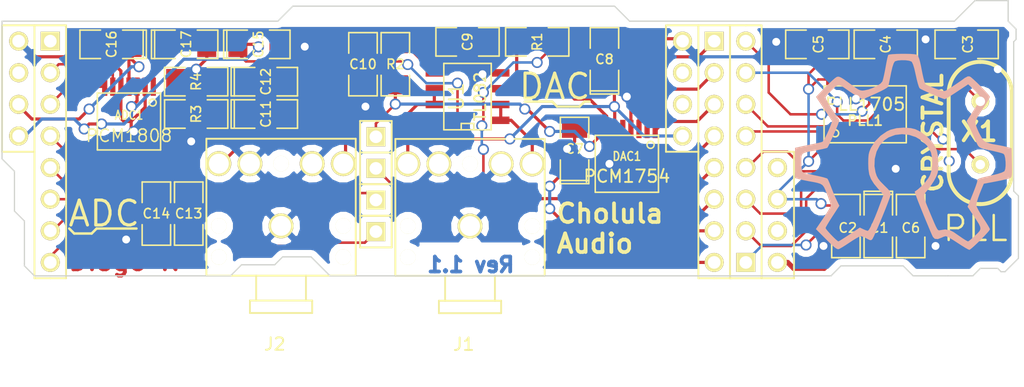
<source format=kicad_pcb>
(kicad_pcb (version 3) (host pcbnew "(2013-07-07 BZR 4022)-stable")

  (general
    (links 101)
    (no_connects 1)
    (area 80.9145 70.534267 167.422733 103.8936)
    (thickness 1.6)
    (drawings 56)
    (tracks 408)
    (zones 0)
    (modules 36)
    (nets 43)
  )

  (page A4)
  (title_block 
    (title "CODEC Wing")
    (rev 1.0)
    (company "Cholula Audio")
    (comment 1 "Diego R.")
  )

  (layers
    (15 F.Cu signal)
    (0 B.Cu signal)
    (16 B.Adhes user)
    (17 F.Adhes user)
    (18 B.Paste user)
    (19 F.Paste user)
    (20 B.SilkS user)
    (21 F.SilkS user)
    (22 B.Mask user)
    (23 F.Mask user)
    (24 Dwgs.User user)
    (25 Cmts.User user)
    (26 Eco1.User user)
    (27 Eco2.User user)
    (28 Edge.Cuts user)
  )

  (setup
    (last_trace_width 0.2032)
    (user_trace_width 0.254)
    (user_trace_width 0.3048)
    (user_trace_width 0.3556)
    (user_trace_width 0.4064)
    (user_trace_width 0.4572)
    (user_trace_width 0.508)
    (user_trace_width 0.6096)
    (user_trace_width 0.762)
    (trace_clearance 0.2032)
    (zone_clearance 0.508)
    (zone_45_only no)
    (trace_min 0.2032)
    (segment_width 0.2)
    (edge_width 0.1)
    (via_size 0.889)
    (via_drill 0.635)
    (via_min_size 0.889)
    (via_min_drill 0.508)
    (uvia_size 0.508)
    (uvia_drill 0.127)
    (uvias_allowed no)
    (uvia_min_size 0.508)
    (uvia_min_drill 0.127)
    (pcb_text_width 0.3)
    (pcb_text_size 1.5 1.5)
    (mod_edge_width 0.15)
    (mod_text_size 1 1)
    (mod_text_width 0.15)
    (pad_size 2 2)
    (pad_drill 1.6)
    (pad_to_mask_clearance 0)
    (aux_axis_origin 0 0)
    (visible_elements 7FFE3F3F)
    (pcbplotparams
      (layerselection 284196865)
      (usegerberextensions true)
      (excludeedgelayer true)
      (linewidth 0.150000)
      (plotframeref false)
      (viasonmask false)
      (mode 1)
      (useauxorigin false)
      (hpglpennumber 1)
      (hpglpenspeed 20)
      (hpglpendiameter 15)
      (hpglpenoverlay 2)
      (psnegative false)
      (psa4output false)
      (plotreference true)
      (plotvalue false)
      (plotothertext true)
      (plotinvisibletext false)
      (padsonsilk false)
      (subtractmaskfromsilk false)
      (outputformat 1)
      (mirror false)
      (drillshape 0)
      (scaleselection 1)
      (outputdirectory Gerbers/))
  )

  (net 0 "")
  (net 1 +3.3V)
  (net 2 +5V)
  (net 3 /ADC/BCK)
  (net 4 /ADC/Dout)
  (net 5 /ADC/FMT)
  (net 6 /ADC/LRCK)
  (net 7 /ADC/MD0)
  (net 8 /ADC/MD1)
  (net 9 /ADC/SCKI)
  (net 10 /DAC/BCK)
  (net 11 /DAC/DEMP)
  (net 12 /DAC/Data)
  (net 13 /DAC/FMT)
  (net 14 /DAC/LRCK)
  (net 15 /DAC/MUTE)
  (net 16 /DAC/OPAMP_L)
  (net 17 /DAC/OPAMP_R)
  (net 18 /DAC/SCK)
  (net 19 /DAC/ZEROA)
  (net 20 /PLL/CS)
  (net 21 /PLL/FS1)
  (net 22 /PLL/FS2)
  (net 23 /PLL/MCKO1)
  (net 24 /PLL/MCKO2)
  (net 25 /PLL/SCKO2)
  (net 26 /PLL/SCKO3)
  (net 27 /PLL/SR)
  (net 28 GND)
  (net 29 N-0000033)
  (net 30 N-0000034)
  (net 31 N-0000037)
  (net 32 N-0000038)
  (net 33 N-0000039)
  (net 34 N-0000041)
  (net 35 N-0000043)
  (net 36 N-0000047)
  (net 37 N-0000048)
  (net 38 N-0000049)
  (net 39 N-0000050)
  (net 40 N-0000051)
  (net 41 N-0000052)
  (net 42 N-0000053)

  (net_class Default "This is the default net class."
    (clearance 0.2032)
    (trace_width 0.2032)
    (via_dia 0.889)
    (via_drill 0.635)
    (uvia_dia 0.508)
    (uvia_drill 0.127)
    (add_net "")
    (add_net +3.3V)
    (add_net +5V)
    (add_net /ADC/BCK)
    (add_net /ADC/Dout)
    (add_net /ADC/FMT)
    (add_net /ADC/LRCK)
    (add_net /ADC/MD0)
    (add_net /ADC/MD1)
    (add_net /ADC/SCKI)
    (add_net /DAC/BCK)
    (add_net /DAC/DEMP)
    (add_net /DAC/Data)
    (add_net /DAC/FMT)
    (add_net /DAC/LRCK)
    (add_net /DAC/MUTE)
    (add_net /DAC/OPAMP_L)
    (add_net /DAC/OPAMP_R)
    (add_net /DAC/SCK)
    (add_net /DAC/ZEROA)
    (add_net /PLL/CS)
    (add_net /PLL/FS1)
    (add_net /PLL/FS2)
    (add_net /PLL/MCKO1)
    (add_net /PLL/MCKO2)
    (add_net /PLL/SCKO2)
    (add_net /PLL/SCKO3)
    (add_net /PLL/SR)
    (add_net GND)
    (add_net N-0000033)
    (add_net N-0000034)
    (add_net N-0000037)
    (add_net N-0000038)
    (add_net N-0000039)
    (add_net N-0000041)
    (add_net N-0000043)
    (add_net N-0000047)
    (add_net N-0000048)
    (add_net N-0000049)
    (add_net N-0000050)
    (add_net N-0000051)
    (add_net N-0000052)
    (add_net N-0000053)
  )

  (module tssop-20 (layer F.Cu) (tedit 50BDFA70) (tstamp 5428223E)
    (at 154.5 80)
    (descr TSSOP-20)
    (path /5404A8F8/5404A9B5)
    (attr smd)
    (fp_text reference PLL1 (at 0 0.508) (layer F.SilkS)
      (effects (font (size 0.8001 0.8001) (thickness 0.14986)))
    )
    (fp_text value PLL1705 (at 0 -0.8001) (layer F.SilkS)
      (effects (font (size 1.00076 1.00076) (thickness 0.14986)))
    )
    (fp_line (start 3.302 -2.286) (end -3.302 -2.286) (layer F.SilkS) (width 0.127))
    (fp_line (start -3.302 -2.286) (end -3.302 2.286) (layer F.SilkS) (width 0.127))
    (fp_line (start -3.302 2.286) (end 3.302 2.286) (layer F.SilkS) (width 0.127))
    (fp_line (start 3.302 2.286) (end 3.302 -2.286) (layer F.SilkS) (width 0.127))
    (fp_circle (center -2.413 1.524) (end -2.54 1.778) (layer F.SilkS) (width 0.127))
    (pad 5 smd rect (at -0.32512 2.79908) (size 0.4191 1.47066)
      (layers F.Cu F.Paste F.Mask)
      (net 21 /PLL/FS1)
    )
    (pad 6 smd rect (at 0.32512 2.79908) (size 0.4191 1.47066)
      (layers F.Cu F.Paste F.Mask)
      (net 22 /PLL/FS2)
    )
    (pad 7 smd rect (at 0.97536 2.79908) (size 0.4191 1.47066)
      (layers F.Cu F.Paste F.Mask)
      (net 27 /PLL/SR)
    )
    (pad 8 smd rect (at 1.6256 2.79908) (size 0.4191 1.47066)
      (layers F.Cu F.Paste F.Mask)
      (net 1 +3.3V)
    )
    (pad 19 smd rect (at -2.26568 -2.794) (size 0.4191 1.47066)
      (layers F.Cu F.Paste F.Mask)
    )
    (pad 2 smd rect (at -2.27584 2.79908) (size 0.4191 1.47066)
      (layers F.Cu F.Paste F.Mask)
      (net 25 /PLL/SCKO2)
    )
    (pad 3 smd rect (at -1.6256 2.79908) (size 0.4191 1.47066)
      (layers F.Cu F.Paste F.Mask)
      (net 26 /PLL/SCKO3)
    )
    (pad 4 smd rect (at -0.97536 2.79908) (size 0.4191 1.47066)
      (layers F.Cu F.Paste F.Mask)
      (net 28 GND)
    )
    (pad 12 smd rect (at 2.27584 -2.79908) (size 0.4191 1.47066)
      (layers F.Cu F.Paste F.Mask)
      (net 20 /PLL/CS)
    )
    (pad 13 smd rect (at 1.6256 -2.79908) (size 0.4191 1.47066)
      (layers F.Cu F.Paste F.Mask)
      (net 1 +3.3V)
    )
    (pad 14 smd rect (at 0.97536 -2.79908) (size 0.4191 1.47066)
      (layers F.Cu F.Paste F.Mask)
      (net 23 /PLL/MCKO1)
    )
    (pad 15 smd rect (at 0.32512 -2.79908) (size 0.4191 1.47066)
      (layers F.Cu F.Paste F.Mask)
      (net 24 /PLL/MCKO2)
    )
    (pad 16 smd rect (at -0.32512 -2.79908) (size 0.4191 1.47066)
      (layers F.Cu F.Paste F.Mask)
      (net 28 GND)
    )
    (pad 17 smd rect (at -0.97536 -2.79908) (size 0.4191 1.47066)
      (layers F.Cu F.Paste F.Mask)
      (net 28 GND)
    )
    (pad 9 smd rect (at 2.27584 2.79908) (size 0.4191 1.47066)
      (layers F.Cu F.Paste F.Mask)
      (net 28 GND)
    )
    (pad 18 smd rect (at -1.6256 -2.794) (size 0.4191 1.47066)
      (layers F.Cu F.Paste F.Mask)
    )
    (pad 1 smd rect (at -2.92608 2.79908) (size 0.4191 1.47066)
      (layers F.Cu F.Paste F.Mask)
      (net 1 +3.3V)
    )
    (pad 10 smd rect (at 2.92608 2.79908) (size 0.4191 1.47066)
      (layers F.Cu F.Paste F.Mask)
      (net 29 N-0000033)
    )
    (pad 11 smd rect (at 2.92608 -2.79908) (size 0.4191 1.47066)
      (layers F.Cu F.Paste F.Mask)
      (net 30 N-0000034)
    )
    (pad 20 smd rect (at -2.92608 -2.79908) (size 0.4191 1.47066)
      (layers F.Cu F.Paste F.Mask)
      (net 1 +3.3V)
    )
    (model smd/smd_dil/tssop-20.wrl
      (at (xyz 0 0 0))
      (scale (xyz 1 1 1))
      (rotate (xyz 0 0 0))
    )
  )

  (module tssop-16 (layer F.Cu) (tedit 50BDFA4B) (tstamp 5404C193)
    (at 135.3538 83.9774 180)
    (descr TSSOP-16)
    (path /5404A8FA/5404A9C4)
    (attr smd)
    (fp_text reference DAC1 (at 0 0.59944 180) (layer F.SilkS)
      (effects (font (size 0.70104 0.59944) (thickness 0.11938)))
    )
    (fp_text value PCM1754 (at 0 -1.00076 180) (layer F.SilkS)
      (effects (font (size 1.00076 1.00076) (thickness 0.14986)))
    )
    (fp_circle (center -1.905 1.524) (end -2.032 1.778) (layer F.SilkS) (width 0.127))
    (fp_line (start 2.54 -2.286) (end -2.54 -2.286) (layer F.SilkS) (width 0.127))
    (fp_line (start -2.54 -2.286) (end -2.54 2.286) (layer F.SilkS) (width 0.127))
    (fp_line (start -2.54 2.286) (end 2.54 2.286) (layer F.SilkS) (width 0.127))
    (fp_line (start 2.54 2.286) (end 2.54 -2.286) (layer F.SilkS) (width 0.127))
    (pad 4 smd rect (at -0.32512 2.79908 180) (size 0.4191 1.47066)
      (layers F.Cu F.Paste F.Mask)
      (net 28 GND)
    )
    (pad 5 smd rect (at 0.32512 2.79908 180) (size 0.4191 1.47066)
      (layers F.Cu F.Paste F.Mask)
    )
    (pad 6 smd rect (at 0.97536 2.79908 180) (size 0.4191 1.47066)
      (layers F.Cu F.Paste F.Mask)
      (net 2 +5V)
    )
    (pad 7 smd rect (at 1.6256 2.79908 180) (size 0.4191 1.47066)
      (layers F.Cu F.Paste F.Mask)
      (net 31 N-0000037)
    )
    (pad 16 smd rect (at -2.26568 -2.794 180) (size 0.4191 1.47066)
      (layers F.Cu F.Paste F.Mask)
      (net 18 /DAC/SCK)
    )
    (pad 1 smd rect (at -2.27584 2.79908 180) (size 0.4191 1.47066)
      (layers F.Cu F.Paste F.Mask)
      (net 10 /DAC/BCK)
    )
    (pad 2 smd rect (at -1.6256 2.79908 180) (size 0.4191 1.47066)
      (layers F.Cu F.Paste F.Mask)
      (net 12 /DAC/Data)
    )
    (pad 3 smd rect (at -0.97536 2.79908 180) (size 0.4191 1.47066)
      (layers F.Cu F.Paste F.Mask)
      (net 14 /DAC/LRCK)
    )
    (pad 9 smd rect (at 2.27584 -2.79908 180) (size 0.4191 1.47066)
      (layers F.Cu F.Paste F.Mask)
      (net 28 GND)
    )
    (pad 10 smd rect (at 1.6256 -2.79908 180) (size 0.4191 1.47066)
      (layers F.Cu F.Paste F.Mask)
      (net 35 N-0000043)
    )
    (pad 11 smd rect (at 0.97536 -2.79908 180) (size 0.4191 1.47066)
      (layers F.Cu F.Paste F.Mask)
      (net 19 /DAC/ZEROA)
    )
    (pad 12 smd rect (at 0.32512 -2.79908 180) (size 0.4191 1.47066)
      (layers F.Cu F.Paste F.Mask)
      (net 28 GND)
    )
    (pad 13 smd rect (at -0.32512 -2.79908 180) (size 0.4191 1.47066)
      (layers F.Cu F.Paste F.Mask)
      (net 11 /DAC/DEMP)
    )
    (pad 14 smd rect (at -0.97536 -2.79908 180) (size 0.4191 1.47066)
      (layers F.Cu F.Paste F.Mask)
      (net 15 /DAC/MUTE)
    )
    (pad 8 smd rect (at 2.27584 2.79908 180) (size 0.4191 1.47066)
      (layers F.Cu F.Paste F.Mask)
      (net 32 N-0000038)
    )
    (pad 15 smd rect (at -1.6256 -2.794 180) (size 0.4191 1.47066)
      (layers F.Cu F.Paste F.Mask)
      (net 13 /DAC/FMT)
    )
    (model smd/smd_dil/tssop-16.wrl
      (at (xyz 0 0 0))
      (scale (xyz 1 1 1))
      (rotate (xyz 0 0 0))
    )
  )

  (module tssop-14 (layer F.Cu) (tedit 50BDFA14) (tstamp 5404C1AB)
    (at 95.3538 80.5774 180)
    (descr TSSOP-14)
    (path /5404A900/5404F394)
    (attr smd)
    (fp_text reference ADC1 (at 0 0.508 180) (layer F.SilkS)
      (effects (font (size 0.70104 0.59944) (thickness 0.11938)))
    )
    (fp_text value PCM1808 (at 0 -1.143 180) (layer F.SilkS)
      (effects (font (size 1.00076 1.00076) (thickness 0.11938)))
    )
    (fp_circle (center -1.905 1.524) (end -2.032 1.778) (layer F.SilkS) (width 0.127))
    (fp_line (start 2.54 -2.286) (end -2.54 -2.286) (layer F.SilkS) (width 0.127))
    (fp_line (start -2.54 -2.286) (end -2.54 2.286) (layer F.SilkS) (width 0.127))
    (fp_line (start -2.54 2.286) (end 2.54 2.286) (layer F.SilkS) (width 0.127))
    (fp_line (start 2.54 2.286) (end 2.54 -2.286) (layer F.SilkS) (width 0.127))
    (pad 4 smd rect (at 0 2.79908 180) (size 0.4191 1.47066)
      (layers F.Cu F.Paste F.Mask)
      (net 1 +3.3V)
    )
    (pad 5 smd rect (at 0.65024 2.79908 180) (size 0.4191 1.47066)
      (layers F.Cu F.Paste F.Mask)
      (net 28 GND)
    )
    (pad 6 smd rect (at 1.30048 2.79908 180) (size 0.4191 1.47066)
      (layers F.Cu F.Paste F.Mask)
      (net 9 /ADC/SCKI)
    )
    (pad 7 smd rect (at 1.95072 2.79908 180) (size 0.4191 1.47066)
      (layers F.Cu F.Paste F.Mask)
      (net 6 /ADC/LRCK)
    )
    (pad 8 smd rect (at 1.95072 -2.79908 180) (size 0.4191 1.47066)
      (layers F.Cu F.Paste F.Mask)
      (net 3 /ADC/BCK)
    )
    (pad 1 smd rect (at -1.95072 2.79908 180) (size 0.4191 1.47066)
      (layers F.Cu F.Paste F.Mask)
      (net 42 N-0000053)
    )
    (pad 2 smd rect (at -1.30048 2.79908 180) (size 0.4191 1.47066)
      (layers F.Cu F.Paste F.Mask)
      (net 28 GND)
    )
    (pad 3 smd rect (at -0.65024 2.79908 180) (size 0.4191 1.47066)
      (layers F.Cu F.Paste F.Mask)
      (net 2 +5V)
    )
    (pad 9 smd rect (at 1.30048 -2.79908 180) (size 0.4191 1.47066)
      (layers F.Cu F.Paste F.Mask)
      (net 4 /ADC/Dout)
    )
    (pad 10 smd rect (at 0.65024 -2.79908 180) (size 0.4191 1.47066)
      (layers F.Cu F.Paste F.Mask)
      (net 7 /ADC/MD0)
    )
    (pad 11 smd rect (at 0 -2.79908 180) (size 0.4191 1.47066)
      (layers F.Cu F.Paste F.Mask)
      (net 8 /ADC/MD1)
    )
    (pad 12 smd rect (at -0.65024 -2.79908 180) (size 0.4191 1.47066)
      (layers F.Cu F.Paste F.Mask)
      (net 5 /ADC/FMT)
    )
    (pad 13 smd rect (at -1.30048 -2.79908 180) (size 0.4191 1.47066)
      (layers F.Cu F.Paste F.Mask)
      (net 41 N-0000052)
    )
    (pad 14 smd rect (at -1.95072 -2.79908 180) (size 0.4191 1.47066)
      (layers F.Cu F.Paste F.Mask)
      (net 40 N-0000051)
    )
    (model smd/smd_dil/tssop-14.wrl
      (at (xyz 0 0 0))
      (scale (xyz 1 1 1))
      (rotate (xyz 0 0 0))
    )
  )

  (module Papilio_Wing (layer F.Cu) (tedit 5404B8B4) (tstamp 5404AB6F)
    (at 142.3698 74.1199 270)
    (descr "Double rangee de contacts 2 x 6 pins")
    (tags CONN)
    (path /5404A8D1)
    (fp_text reference PAP2 (at 2.4575 5.416 270) (layer F.SilkS) hide
      (effects (font (size 1.016 1.016) (thickness 0.1778)))
    )
    (fp_text value PAPILIO_WING (at 3.4925 5.207 270) (layer F.SilkS) hide
      (effects (font (size 1.016 1.016) (thickness 0.2032)))
    )
    (fp_line (start 19.05 0) (end 19.05 1.27) (layer F.SilkS) (width 0.15))
    (fp_line (start 8.89 1.27) (end 19.05 1.27) (layer F.SilkS) (width 0.15))
    (fp_line (start 19.05 0) (end 19.05 -1.27) (layer F.SilkS) (width 0.15))
    (fp_line (start 19.05 -1.27) (end -1.27 -1.27) (layer F.SilkS) (width 0.15))
    (fp_line (start -1.27 -1.27) (end -1.27 -1.143) (layer F.SilkS) (width 0.15))
    (fp_line (start 8.89 1.27) (end -1.27 1.27) (layer F.SilkS) (width 0.15))
    (fp_line (start -1.27 -1.2065) (end -1.27 3.8735) (layer F.SilkS) (width 0.15))
    (fp_line (start -1.27 3.8735) (end 8.89 3.8735) (layer F.SilkS) (width 0.15))
    (fp_line (start 8.89 3.8735) (end 8.89 1.3335) (layer F.SilkS) (width 0.15))
    (pad 1 thru_hole rect (at 0 0 270) (size 1.524 1.524) (drill 1.016)
      (layers *.Cu *.Mask F.SilkS)
      (net 14 /DAC/LRCK)
    )
    (pad 7 thru_hole circle (at 15.24 0 270) (size 1.524 1.524) (drill 1.016)
      (layers *.Cu *.Mask F.SilkS)
      (net 11 /DAC/DEMP)
    )
    (pad 2 thru_hole circle (at 2.54 0 270) (size 1.524 1.524) (drill 1.016)
      (layers *.Cu *.Mask F.SilkS)
      (net 12 /DAC/Data)
    )
    (pad 8 thru_hole circle (at 17.78 0 270) (size 1.524 1.524) (drill 1.016)
      (layers *.Cu *.Mask F.SilkS)
      (net 19 /DAC/ZEROA)
    )
    (pad 3 thru_hole circle (at 5.08 0 270) (size 1.524 1.524) (drill 1.016)
      (layers *.Cu *.Mask F.SilkS)
      (net 10 /DAC/BCK)
    )
    (pad 4 thru_hole circle (at 7.62 0 270) (size 1.524 1.524) (drill 1.016)
      (layers *.Cu *.Mask F.SilkS)
      (net 18 /DAC/SCK)
    )
    (pad 5 thru_hole circle (at 10.16 0 270) (size 1.524 1.524) (drill 1.016)
      (layers *.Cu *.Mask F.SilkS)
      (net 13 /DAC/FMT)
    )
    (pad 6 thru_hole circle (at 12.7 0 270) (size 1.524 1.524) (drill 1.016)
      (layers *.Cu *.Mask F.SilkS)
      (net 15 /DAC/MUTE)
    )
    (pad 9 thru_hole circle (at 7.62 2.54 270) (size 1.524 1.524) (drill 1.016)
      (layers *.Cu *.Mask F.SilkS)
      (net 2 +5V)
    )
    (pad 10 thru_hole circle (at 5.08 2.54 270) (size 1.524 1.524) (drill 1.016)
      (layers *.Cu *.Mask F.SilkS)
    )
    (pad 11 thru_hole circle (at 2.54 2.54 270) (size 1.524 1.524) (drill 1.016)
      (layers *.Cu *.Mask F.SilkS)
    )
    (pad 12 thru_hole circle (at 0 2.54 270) (size 1.524 1.524) (drill 1.016)
      (layers *.Cu *.Mask F.SilkS)
      (net 28 GND)
    )
    (model pin_array/pins_array_6x2.wrl
      (at (xyz 0 0 0))
      (scale (xyz 1 1 1))
      (rotate (xyz 0 0 0))
    )
  )

  (module Papilio_Wing (layer F.Cu) (tedit 5404B8B2) (tstamp 5404AB57)
    (at 144.9098 91.8999 90)
    (descr "Double rangee de contacts 2 x 6 pins")
    (tags CONN)
    (path /5404A8C2)
    (fp_text reference PAP3 (at 11.1225 2.844 90) (layer F.SilkS) hide
      (effects (font (size 1.016 1.016) (thickness 0.1778)))
    )
    (fp_text value PAPILIO_WING (at 3.8735 6.477 90) (layer F.SilkS) hide
      (effects (font (size 1.016 1.016) (thickness 0.2032)))
    )
    (fp_line (start 19.05 0) (end 19.05 1.27) (layer F.SilkS) (width 0.15))
    (fp_line (start 8.89 1.27) (end 19.05 1.27) (layer F.SilkS) (width 0.15))
    (fp_line (start 19.05 0) (end 19.05 -1.27) (layer F.SilkS) (width 0.15))
    (fp_line (start 19.05 -1.27) (end -1.27 -1.27) (layer F.SilkS) (width 0.15))
    (fp_line (start -1.27 -1.27) (end -1.27 -1.143) (layer F.SilkS) (width 0.15))
    (fp_line (start 8.89 1.27) (end -1.27 1.27) (layer F.SilkS) (width 0.15))
    (fp_line (start -1.27 -1.2065) (end -1.27 3.8735) (layer F.SilkS) (width 0.15))
    (fp_line (start -1.27 3.8735) (end 8.89 3.8735) (layer F.SilkS) (width 0.15))
    (fp_line (start 8.89 3.8735) (end 8.89 1.3335) (layer F.SilkS) (width 0.15))
    (pad 1 thru_hole rect (at 0 0 90) (size 1.524 1.524) (drill 1.016)
      (layers *.Cu *.Mask F.SilkS)
      (net 20 /PLL/CS)
    )
    (pad 7 thru_hole circle (at 15.24 0 90) (size 1.524 1.524) (drill 1.016)
      (layers *.Cu *.Mask F.SilkS)
      (net 23 /PLL/MCKO1)
    )
    (pad 2 thru_hole circle (at 2.54 0 90) (size 1.524 1.524) (drill 1.016)
      (layers *.Cu *.Mask F.SilkS)
      (net 27 /PLL/SR)
    )
    (pad 8 thru_hole circle (at 17.78 0 90) (size 1.524 1.524) (drill 1.016)
      (layers *.Cu *.Mask F.SilkS)
      (net 24 /PLL/MCKO2)
    )
    (pad 3 thru_hole circle (at 5.08 0 90) (size 1.524 1.524) (drill 1.016)
      (layers *.Cu *.Mask F.SilkS)
      (net 22 /PLL/FS2)
    )
    (pad 4 thru_hole circle (at 7.62 0 90) (size 1.524 1.524) (drill 1.016)
      (layers *.Cu *.Mask F.SilkS)
      (net 21 /PLL/FS1)
    )
    (pad 5 thru_hole circle (at 10.16 0 90) (size 1.524 1.524) (drill 1.016)
      (layers *.Cu *.Mask F.SilkS)
      (net 25 /PLL/SCKO2)
    )
    (pad 6 thru_hole circle (at 12.7 0 90) (size 1.524 1.524) (drill 1.016)
      (layers *.Cu *.Mask F.SilkS)
      (net 26 /PLL/SCKO3)
    )
    (pad 9 thru_hole circle (at 7.62 2.54 90) (size 1.524 1.524) (drill 1.016)
      (layers *.Cu *.Mask F.SilkS)
    )
    (pad 10 thru_hole circle (at 5.08 2.54 90) (size 1.524 1.524) (drill 1.016)
      (layers *.Cu *.Mask F.SilkS)
      (net 1 +3.3V)
    )
    (pad 11 thru_hole circle (at 2.54 2.54 90) (size 1.524 1.524) (drill 1.016)
      (layers *.Cu *.Mask F.SilkS)
    )
    (pad 12 thru_hole circle (at 0 2.54 90) (size 1.524 1.524) (drill 1.016)
      (layers *.Cu *.Mask F.SilkS)
      (net 28 GND)
    )
    (model pin_array/pins_array_6x2.wrl
      (at (xyz 0 0 0))
      (scale (xyz 1 1 1))
      (rotate (xyz 0 0 0))
    )
  )

  (module Papilio_Wing (layer F.Cu) (tedit 5404B031) (tstamp 5404AB3F)
    (at 89.0298 74.1199 270)
    (descr "Double rangee de contacts 2 x 6 pins")
    (tags CONN)
    (path /5404A8B3)
    (fp_text reference PAP1 (at 10.668 -2.9845 270) (layer F.SilkS) hide
      (effects (font (size 1.016 1.016) (thickness 0.1778)))
    )
    (fp_text value PAPILIO_WING (at 10.033 7.3025 270) (layer F.SilkS) hide
      (effects (font (size 1.016 1.016) (thickness 0.2032)))
    )
    (fp_line (start 19.05 0) (end 19.05 1.27) (layer F.SilkS) (width 0.15))
    (fp_line (start 8.89 1.27) (end 19.05 1.27) (layer F.SilkS) (width 0.15))
    (fp_line (start 19.05 0) (end 19.05 -1.27) (layer F.SilkS) (width 0.15))
    (fp_line (start 19.05 -1.27) (end -1.27 -1.27) (layer F.SilkS) (width 0.15))
    (fp_line (start -1.27 -1.27) (end -1.27 -1.143) (layer F.SilkS) (width 0.15))
    (fp_line (start 8.89 1.27) (end -1.27 1.27) (layer F.SilkS) (width 0.15))
    (fp_line (start -1.27 -1.2065) (end -1.27 3.8735) (layer F.SilkS) (width 0.15))
    (fp_line (start -1.27 3.8735) (end 8.89 3.8735) (layer F.SilkS) (width 0.15))
    (fp_line (start 8.89 3.8735) (end 8.89 1.3335) (layer F.SilkS) (width 0.15))
    (pad 1 thru_hole rect (at 0 0 270) (size 1.524 1.524) (drill 1.016)
      (layers *.Cu *.Mask F.SilkS)
    )
    (pad 7 thru_hole circle (at 15.24 0 270) (size 1.524 1.524) (drill 1.016)
      (layers *.Cu *.Mask F.SilkS)
      (net 8 /ADC/MD1)
    )
    (pad 2 thru_hole circle (at 2.54 0 270) (size 1.524 1.524) (drill 1.016)
      (layers *.Cu *.Mask F.SilkS)
      (net 9 /ADC/SCKI)
    )
    (pad 8 thru_hole circle (at 17.78 0 270) (size 1.524 1.524) (drill 1.016)
      (layers *.Cu *.Mask F.SilkS)
      (net 5 /ADC/FMT)
    )
    (pad 3 thru_hole circle (at 5.08 0 270) (size 1.524 1.524) (drill 1.016)
      (layers *.Cu *.Mask F.SilkS)
      (net 6 /ADC/LRCK)
    )
    (pad 4 thru_hole circle (at 7.62 0 270) (size 1.524 1.524) (drill 1.016)
      (layers *.Cu *.Mask F.SilkS)
      (net 3 /ADC/BCK)
    )
    (pad 5 thru_hole circle (at 10.16 0 270) (size 1.524 1.524) (drill 1.016)
      (layers *.Cu *.Mask F.SilkS)
      (net 4 /ADC/Dout)
    )
    (pad 6 thru_hole circle (at 12.7 0 270) (size 1.524 1.524) (drill 1.016)
      (layers *.Cu *.Mask F.SilkS)
      (net 7 /ADC/MD0)
    )
    (pad 9 thru_hole circle (at 7.62 2.54 270) (size 1.524 1.524) (drill 1.016)
      (layers *.Cu *.Mask F.SilkS)
      (net 2 +5V)
    )
    (pad 10 thru_hole circle (at 5.08 2.54 270) (size 1.524 1.524) (drill 1.016)
      (layers *.Cu *.Mask F.SilkS)
      (net 1 +3.3V)
    )
    (pad 11 thru_hole circle (at 2.54 2.54 270) (size 1.524 1.524) (drill 1.016)
      (layers *.Cu *.Mask F.SilkS)
    )
    (pad 12 thru_hole circle (at 0 2.54 270) (size 1.524 1.524) (drill 1.016)
      (layers *.Cu *.Mask F.SilkS)
      (net 28 GND)
    )
    (model pin_array/pins_array_6x2.wrl
      (at (xyz 0 0 0))
      (scale (xyz 1 1 1))
      (rotate (xyz 0 0 0))
    )
  )

  (module Jack_3.5mm_Stereo (layer F.Cu) (tedit 53CC65E9) (tstamp 54062008)
    (at 122.7538 83.9774 180)
    (path /5404A8FA/5404B34F)
    (fp_text reference J1 (at 0.5 -14.5 180) (layer F.SilkS)
      (effects (font (size 1 1) (thickness 0.15)))
    )
    (fp_text value JACK_ST_2SW_PROPER (at 0.5 -13 180) (layer F.SilkS) hide
      (effects (font (size 1 1) (thickness 0.15)))
    )
    (fp_line (start 2.5 -12) (end 2.5 -11) (layer F.SilkS) (width 0.15))
    (fp_line (start -2.5 -12) (end -2.5 -11) (layer F.SilkS) (width 0.15))
    (fp_line (start -2 -11) (end 2 -11) (layer F.SilkS) (width 0.15))
    (fp_line (start 2 -9) (end 2 -11) (layer F.SilkS) (width 0.15))
    (fp_line (start 2 -11) (end 2.5 -11) (layer F.SilkS) (width 0.15))
    (fp_line (start -2.5 -11) (end -2 -11) (layer F.SilkS) (width 0.15))
    (fp_line (start -2 -11) (end -2 -9) (layer F.SilkS) (width 0.15))
    (fp_line (start 2.5 -12) (end -2.5 -12) (layer F.SilkS) (width 0.15))
    (fp_line (start -6 -9) (end 6 -9) (layer F.SilkS) (width 0.15))
    (fp_line (start 6 -9) (end 6 2) (layer F.SilkS) (width 0.15))
    (fp_line (start 6 2) (end -6 2) (layer F.SilkS) (width 0.15))
    (fp_line (start -6 2) (end -6 -9) (layer F.SilkS) (width 0.15))
    (pad T_SW thru_hole circle (at -2.5 0 180) (size 2 2) (drill 1.6)
      (layers *.Cu *.Mask F.SilkS)
      (net 28 GND)
    )
    (pad R_SW thru_hole circle (at 2.5 0 180) (size 2 2) (drill 1.6)
      (layers *.Cu *.Mask F.SilkS)
      (net 28 GND)
    )
    (pad T thru_hole circle (at -5 0 180) (size 2 2) (drill 1.6)
      (layers *.Cu *.Mask F.SilkS)
      (net 16 /DAC/OPAMP_L)
    )
    (pad R thru_hole circle (at 5 0 180) (size 2 2) (drill 1.6)
      (layers *.Cu *.Mask F.SilkS)
      (net 17 /DAC/OPAMP_R)
    )
    (pad S thru_hole circle (at 0 -5 180) (size 2 2) (drill 1.6)
      (layers *.Cu *.Mask F.SilkS)
      (net 28 GND)
    )
    (pad "" np_thru_hole circle (at -5 -5 180) (size 1.25 1.25) (drill 1.25)
      (layers *.Cu *.Mask F.SilkS)
    )
    (pad "" np_thru_hole circle (at 5 -5 180) (size 1.25 1.25) (drill 1.25)
      (layers *.Cu *.Mask F.SilkS)
    )
    (pad "" np_thru_hole circle (at -5 -7.5 180) (size 1.25 1.25) (drill 1.25)
      (layers *.Cu *.Mask F.SilkS)
    )
    (pad "" np_thru_hole circle (at 5 -7.5 180) (size 1.25 1.25) (drill 1.25)
      (layers *.Cu *.Mask F.SilkS)
    )
    (pad "" np_thru_hole circle (at 0 0 180) (size 1.25 1.25) (drill 1.25)
      (layers *.Cu *.Mask F.SilkS)
    )
  )

  (module SM1206POL (layer F.Cu) (tedit 5404BA36) (tstamp 5404B710)
    (at 155.5538 88.9774 270)
    (path /5404A8F8/5404B375)
    (attr smd)
    (fp_text reference C1 (at 0.1495 -0.0795 360) (layer F.SilkS)
      (effects (font (size 0.762 0.762) (thickness 0.127)))
    )
    (fp_text value 10uF (at 0 0 270) (layer F.SilkS) hide
      (effects (font (size 0.762 0.762) (thickness 0.127)))
    )
    (fp_line (start -2.54 -1.143) (end -2.794 -1.143) (layer F.SilkS) (width 0.127))
    (fp_line (start -2.794 -1.143) (end -2.794 1.143) (layer F.SilkS) (width 0.127))
    (fp_line (start -2.794 1.143) (end -2.54 1.143) (layer F.SilkS) (width 0.127))
    (fp_line (start -2.54 -1.143) (end -2.54 1.143) (layer F.SilkS) (width 0.127))
    (fp_line (start -2.54 1.143) (end -0.889 1.143) (layer F.SilkS) (width 0.127))
    (fp_line (start 0.889 -1.143) (end 2.54 -1.143) (layer F.SilkS) (width 0.127))
    (fp_line (start 2.54 -1.143) (end 2.54 1.143) (layer F.SilkS) (width 0.127))
    (fp_line (start 2.54 1.143) (end 0.889 1.143) (layer F.SilkS) (width 0.127))
    (fp_line (start -0.889 -1.143) (end -2.54 -1.143) (layer F.SilkS) (width 0.127))
    (pad 1 smd rect (at -1.651 0 270) (size 1.524 2.032)
      (layers F.Cu F.Paste F.Mask)
      (net 1 +3.3V)
    )
    (pad 2 smd rect (at 1.651 0 270) (size 1.524 2.032)
      (layers F.Cu F.Paste F.Mask)
      (net 28 GND)
    )
    (model smd/chip_cms_pol.wrl
      (at (xyz 0 0 0))
      (scale (xyz 0.17 0.16 0.16))
      (rotate (xyz 0 0 0))
    )
  )

  (module SM1206 (layer F.Cu) (tedit 5404BA32) (tstamp 5404B71C)
    (at 152.9538 88.9774 270)
    (path /5404A8F8/5404B382)
    (attr smd)
    (fp_text reference C2 (at 0.1495 -0.1465 360) (layer F.SilkS)
      (effects (font (size 0.762 0.762) (thickness 0.127)))
    )
    (fp_text value 10uF (at 0 0 270) (layer F.SilkS) hide
      (effects (font (size 0.762 0.762) (thickness 0.127)))
    )
    (fp_line (start -2.54 -1.143) (end -2.54 1.143) (layer F.SilkS) (width 0.127))
    (fp_line (start -2.54 1.143) (end -0.889 1.143) (layer F.SilkS) (width 0.127))
    (fp_line (start 0.889 -1.143) (end 2.54 -1.143) (layer F.SilkS) (width 0.127))
    (fp_line (start 2.54 -1.143) (end 2.54 1.143) (layer F.SilkS) (width 0.127))
    (fp_line (start 2.54 1.143) (end 0.889 1.143) (layer F.SilkS) (width 0.127))
    (fp_line (start -0.889 -1.143) (end -2.54 -1.143) (layer F.SilkS) (width 0.127))
    (pad 1 smd rect (at -1.651 0 270) (size 1.524 2.032)
      (layers F.Cu F.Paste F.Mask)
      (net 1 +3.3V)
    )
    (pad 2 smd rect (at 1.651 0 270) (size 1.524 2.032)
      (layers F.Cu F.Paste F.Mask)
      (net 28 GND)
    )
    (model smd/chip_cms.wrl
      (at (xyz 0 0 0))
      (scale (xyz 0.17 0.16 0.16))
      (rotate (xyz 0 0 0))
    )
  )

  (module SM1206 (layer F.Cu) (tedit 5404D803) (tstamp 5404B728)
    (at 162.6538 74.3774)
    (path /5404A8F8/5404B39B)
    (attr smd)
    (fp_text reference C3 (at 0.1 0 90) (layer F.SilkS)
      (effects (font (size 0.762 0.762) (thickness 0.127)))
    )
    (fp_text value 0.1uF (at 0 0) (layer F.SilkS) hide
      (effects (font (size 0.762 0.762) (thickness 0.127)))
    )
    (fp_line (start -2.54 -1.143) (end -2.54 1.143) (layer F.SilkS) (width 0.127))
    (fp_line (start -2.54 1.143) (end -0.889 1.143) (layer F.SilkS) (width 0.127))
    (fp_line (start 0.889 -1.143) (end 2.54 -1.143) (layer F.SilkS) (width 0.127))
    (fp_line (start 2.54 -1.143) (end 2.54 1.143) (layer F.SilkS) (width 0.127))
    (fp_line (start 2.54 1.143) (end 0.889 1.143) (layer F.SilkS) (width 0.127))
    (fp_line (start -0.889 -1.143) (end -2.54 -1.143) (layer F.SilkS) (width 0.127))
    (pad 1 smd rect (at -1.651 0) (size 1.524 2.032)
      (layers F.Cu F.Paste F.Mask)
      (net 1 +3.3V)
    )
    (pad 2 smd rect (at 1.651 0) (size 1.524 2.032)
      (layers F.Cu F.Paste F.Mask)
      (net 28 GND)
    )
    (model smd/chip_cms.wrl
      (at (xyz 0 0 0))
      (scale (xyz 0.17 0.16 0.16))
      (rotate (xyz 0 0 0))
    )
  )

  (module SM1206 (layer F.Cu) (tedit 5404D800) (tstamp 5404B734)
    (at 156.1538 74.3774)
    (path /5404A8F8/5404B3B4)
    (attr smd)
    (fp_text reference C4 (at 0 0 90) (layer F.SilkS)
      (effects (font (size 0.762 0.762) (thickness 0.127)))
    )
    (fp_text value 0.1uF (at 0 0) (layer F.SilkS) hide
      (effects (font (size 0.762 0.762) (thickness 0.127)))
    )
    (fp_line (start -2.54 -1.143) (end -2.54 1.143) (layer F.SilkS) (width 0.127))
    (fp_line (start -2.54 1.143) (end -0.889 1.143) (layer F.SilkS) (width 0.127))
    (fp_line (start 0.889 -1.143) (end 2.54 -1.143) (layer F.SilkS) (width 0.127))
    (fp_line (start 2.54 -1.143) (end 2.54 1.143) (layer F.SilkS) (width 0.127))
    (fp_line (start 2.54 1.143) (end 0.889 1.143) (layer F.SilkS) (width 0.127))
    (fp_line (start -0.889 -1.143) (end -2.54 -1.143) (layer F.SilkS) (width 0.127))
    (pad 1 smd rect (at -1.651 0) (size 1.524 2.032)
      (layers F.Cu F.Paste F.Mask)
      (net 1 +3.3V)
    )
    (pad 2 smd rect (at 1.651 0) (size 1.524 2.032)
      (layers F.Cu F.Paste F.Mask)
      (net 28 GND)
    )
    (model smd/chip_cms.wrl
      (at (xyz 0 0 0))
      (scale (xyz 0.17 0.16 0.16))
      (rotate (xyz 0 0 0))
    )
  )

  (module SM1206 (layer F.Cu) (tedit 5404D7FE) (tstamp 5404B740)
    (at 150.6538 74.3774 180)
    (path /5404A8F8/5404B3BA)
    (attr smd)
    (fp_text reference C5 (at -0.1 0 270) (layer F.SilkS)
      (effects (font (size 0.762 0.762) (thickness 0.127)))
    )
    (fp_text value 0.1uF (at 0 0 180) (layer F.SilkS) hide
      (effects (font (size 0.762 0.762) (thickness 0.127)))
    )
    (fp_line (start -2.54 -1.143) (end -2.54 1.143) (layer F.SilkS) (width 0.127))
    (fp_line (start -2.54 1.143) (end -0.889 1.143) (layer F.SilkS) (width 0.127))
    (fp_line (start 0.889 -1.143) (end 2.54 -1.143) (layer F.SilkS) (width 0.127))
    (fp_line (start 2.54 -1.143) (end 2.54 1.143) (layer F.SilkS) (width 0.127))
    (fp_line (start 2.54 1.143) (end 0.889 1.143) (layer F.SilkS) (width 0.127))
    (fp_line (start -0.889 -1.143) (end -2.54 -1.143) (layer F.SilkS) (width 0.127))
    (pad 1 smd rect (at -1.651 0 180) (size 1.524 2.032)
      (layers F.Cu F.Paste F.Mask)
      (net 1 +3.3V)
    )
    (pad 2 smd rect (at 1.651 0 180) (size 1.524 2.032)
      (layers F.Cu F.Paste F.Mask)
      (net 28 GND)
    )
    (model smd/chip_cms.wrl
      (at (xyz 0 0 0))
      (scale (xyz 0.17 0.16 0.16))
      (rotate (xyz 0 0 0))
    )
  )

  (module SM1206 (layer F.Cu) (tedit 5404BA35) (tstamp 5404B74C)
    (at 158.1538 88.9774 270)
    (path /5404A8F8/5404B3C0)
    (attr smd)
    (fp_text reference C6 (at 0.1495 -0.0125 360) (layer F.SilkS)
      (effects (font (size 0.762 0.762) (thickness 0.127)))
    )
    (fp_text value 0.1uF (at 0 0 270) (layer F.SilkS) hide
      (effects (font (size 0.762 0.762) (thickness 0.127)))
    )
    (fp_line (start -2.54 -1.143) (end -2.54 1.143) (layer F.SilkS) (width 0.127))
    (fp_line (start -2.54 1.143) (end -0.889 1.143) (layer F.SilkS) (width 0.127))
    (fp_line (start 0.889 -1.143) (end 2.54 -1.143) (layer F.SilkS) (width 0.127))
    (fp_line (start 2.54 -1.143) (end 2.54 1.143) (layer F.SilkS) (width 0.127))
    (fp_line (start 2.54 1.143) (end 0.889 1.143) (layer F.SilkS) (width 0.127))
    (fp_line (start -0.889 -1.143) (end -2.54 -1.143) (layer F.SilkS) (width 0.127))
    (pad 1 smd rect (at -1.651 0 270) (size 1.524 2.032)
      (layers F.Cu F.Paste F.Mask)
      (net 1 +3.3V)
    )
    (pad 2 smd rect (at 1.651 0 270) (size 1.524 2.032)
      (layers F.Cu F.Paste F.Mask)
      (net 28 GND)
    )
    (model smd/chip_cms.wrl
      (at (xyz 0 0 0))
      (scale (xyz 0.17 0.16 0.16))
      (rotate (xyz 0 0 0))
    )
  )

  (module HC-49V (layer F.Cu) (tedit 5404D808) (tstamp 5404B780)
    (at 163.75 81.5 270)
    (descr "Quartz boitier HC-49 Vertical")
    (tags "QUARTZ DEV")
    (path /5404A8F8/5404B5FF)
    (autoplace_cost180 10)
    (fp_text reference X1 (at -0.1 0.1 360) (layer F.SilkS)
      (effects (font (size 1.524 1.524) (thickness 0.3048)))
    )
    (fp_text value CRYSTAL (at 0 3.81 270) (layer F.SilkS)
      (effects (font (size 1.524 1.524) (thickness 0.3048)))
    )
    (fp_line (start -3.175 2.54) (end 3.175 2.54) (layer F.SilkS) (width 0.3175))
    (fp_line (start -3.175 -2.54) (end 3.175 -2.54) (layer F.SilkS) (width 0.3175))
    (fp_arc (start 3.175 0) (end 3.175 -2.54) (angle 90) (layer F.SilkS) (width 0.3175))
    (fp_arc (start 3.175 0) (end 5.715 0) (angle 90) (layer F.SilkS) (width 0.3175))
    (fp_arc (start -3.175 0) (end -5.715 0) (angle 90) (layer F.SilkS) (width 0.3175))
    (fp_arc (start -3.175 0) (end -3.175 2.54) (angle 90) (layer F.SilkS) (width 0.3175))
    (pad 1 thru_hole circle (at -2.54 0 270) (size 1.4224 1.4224) (drill 0.762)
      (layers *.Cu *.Mask F.SilkS)
      (net 30 N-0000034)
    )
    (pad 2 thru_hole circle (at 2.54 0 270) (size 1.4224 1.4224) (drill 0.762)
      (layers *.Cu *.Mask F.SilkS)
      (net 29 N-0000033)
    )
    (model discret/xtal/crystal_hc18u_vertical.wrl
      (at (xyz 0 0 0))
      (scale (xyz 1 1 0.2))
      (rotate (xyz 0 0 0))
    )
  )

  (module SO8E (layer F.Cu) (tedit 4F33A5C7) (tstamp 5404C32A)
    (at 122.5538 78.5774 90)
    (descr "module CMS SOJ 8 pins etroit")
    (tags "CMS SOJ")
    (path /5404A8FA/5404D8F6)
    (attr smd)
    (fp_text reference U1 (at 0 -0.889 90) (layer F.SilkS)
      (effects (font (size 1.143 1.143) (thickness 0.1524)))
    )
    (fp_text value TL082 (at 0 1.016 90) (layer F.SilkS)
      (effects (font (size 0.889 0.889) (thickness 0.1524)))
    )
    (fp_line (start -2.667 1.778) (end -2.667 1.905) (layer F.SilkS) (width 0.127))
    (fp_line (start -2.667 1.905) (end 2.667 1.905) (layer F.SilkS) (width 0.127))
    (fp_line (start 2.667 -1.905) (end -2.667 -1.905) (layer F.SilkS) (width 0.127))
    (fp_line (start -2.667 -1.905) (end -2.667 1.778) (layer F.SilkS) (width 0.127))
    (fp_line (start -2.667 -0.508) (end -2.159 -0.508) (layer F.SilkS) (width 0.127))
    (fp_line (start -2.159 -0.508) (end -2.159 0.508) (layer F.SilkS) (width 0.127))
    (fp_line (start -2.159 0.508) (end -2.667 0.508) (layer F.SilkS) (width 0.127))
    (fp_line (start 2.667 -1.905) (end 2.667 1.905) (layer F.SilkS) (width 0.127))
    (pad 8 smd rect (at -1.905 -2.667 90) (size 0.59944 1.39954)
      (layers F.Cu F.Paste F.Mask)
      (net 2 +5V)
    )
    (pad 1 smd rect (at -1.905 2.667 90) (size 0.59944 1.39954)
      (layers F.Cu F.Paste F.Mask)
      (net 16 /DAC/OPAMP_L)
    )
    (pad 7 smd rect (at -0.635 -2.667 90) (size 0.59944 1.39954)
      (layers F.Cu F.Paste F.Mask)
      (net 17 /DAC/OPAMP_R)
    )
    (pad 6 smd rect (at 0.635 -2.667 90) (size 0.59944 1.39954)
      (layers F.Cu F.Paste F.Mask)
      (net 17 /DAC/OPAMP_R)
    )
    (pad 5 smd rect (at 1.905 -2.667 90) (size 0.59944 1.39954)
      (layers F.Cu F.Paste F.Mask)
      (net 34 N-0000041)
    )
    (pad 2 smd rect (at -0.635 2.667 90) (size 0.59944 1.39954)
      (layers F.Cu F.Paste F.Mask)
      (net 16 /DAC/OPAMP_L)
    )
    (pad 3 smd rect (at 0.635 2.667 90) (size 0.59944 1.39954)
      (layers F.Cu F.Paste F.Mask)
      (net 33 N-0000039)
    )
    (pad 4 smd rect (at 1.905 2.667 90) (size 0.59944 1.39954)
      (layers F.Cu F.Paste F.Mask)
      (net 28 GND)
    )
    (model smd/cms_so8.wrl
      (at (xyz 0 0 0))
      (scale (xyz 0.5 0.32 0.5))
      (rotate (xyz 0 0 0))
    )
  )

  (module SM1206POL (layer F.Cu) (tedit 5404D7EC) (tstamp 5404C43C)
    (at 133.5538 75.5774 90)
    (path /5404A8FA/5404EE7D)
    (attr smd)
    (fp_text reference C8 (at 0 0 180) (layer F.SilkS)
      (effects (font (size 0.762 0.762) (thickness 0.127)))
    )
    (fp_text value 10uF (at 0 0 90) (layer F.SilkS) hide
      (effects (font (size 0.762 0.762) (thickness 0.127)))
    )
    (fp_line (start -2.54 -1.143) (end -2.794 -1.143) (layer F.SilkS) (width 0.127))
    (fp_line (start -2.794 -1.143) (end -2.794 1.143) (layer F.SilkS) (width 0.127))
    (fp_line (start -2.794 1.143) (end -2.54 1.143) (layer F.SilkS) (width 0.127))
    (fp_line (start -2.54 -1.143) (end -2.54 1.143) (layer F.SilkS) (width 0.127))
    (fp_line (start -2.54 1.143) (end -0.889 1.143) (layer F.SilkS) (width 0.127))
    (fp_line (start 0.889 -1.143) (end 2.54 -1.143) (layer F.SilkS) (width 0.127))
    (fp_line (start 2.54 -1.143) (end 2.54 1.143) (layer F.SilkS) (width 0.127))
    (fp_line (start 2.54 1.143) (end 0.889 1.143) (layer F.SilkS) (width 0.127))
    (fp_line (start -0.889 -1.143) (end -2.54 -1.143) (layer F.SilkS) (width 0.127))
    (pad 1 smd rect (at -1.651 0 90) (size 1.524 2.032)
      (layers F.Cu F.Paste F.Mask)
      (net 2 +5V)
    )
    (pad 2 smd rect (at 1.651 0 90) (size 1.524 2.032)
      (layers F.Cu F.Paste F.Mask)
      (net 28 GND)
    )
    (model smd/chip_cms_pol.wrl
      (at (xyz 0 0 0))
      (scale (xyz 0.17 0.16 0.16))
      (rotate (xyz 0 0 0))
    )
  )

  (module SM1206 (layer F.Cu) (tedit 5404D7EA) (tstamp 5404C640)
    (at 128.1538 74.1774 180)
    (path /5404A8FA/5404EF72)
    (attr smd)
    (fp_text reference R1 (at 0 0 270) (layer F.SilkS)
      (effects (font (size 0.762 0.762) (thickness 0.127)))
    )
    (fp_text value 7.15k (at 0 0 180) (layer F.SilkS) hide
      (effects (font (size 0.762 0.762) (thickness 0.127)))
    )
    (fp_line (start -2.54 -1.143) (end -2.54 1.143) (layer F.SilkS) (width 0.127))
    (fp_line (start -2.54 1.143) (end -0.889 1.143) (layer F.SilkS) (width 0.127))
    (fp_line (start 0.889 -1.143) (end 2.54 -1.143) (layer F.SilkS) (width 0.127))
    (fp_line (start 2.54 -1.143) (end 2.54 1.143) (layer F.SilkS) (width 0.127))
    (fp_line (start 2.54 1.143) (end 0.889 1.143) (layer F.SilkS) (width 0.127))
    (fp_line (start -0.889 -1.143) (end -2.54 -1.143) (layer F.SilkS) (width 0.127))
    (pad 1 smd rect (at -1.651 0 180) (size 1.524 2.032)
      (layers F.Cu F.Paste F.Mask)
      (net 31 N-0000037)
    )
    (pad 2 smd rect (at 1.651 0 180) (size 1.524 2.032)
      (layers F.Cu F.Paste F.Mask)
      (net 33 N-0000039)
    )
    (model smd/chip_cms.wrl
      (at (xyz 0 0 0))
      (scale (xyz 0.17 0.16 0.16))
      (rotate (xyz 0 0 0))
    )
  )

  (module SM1206 (layer F.Cu) (tedit 5404D7E6) (tstamp 5404C64C)
    (at 116.7538 75.9774 90)
    (path /5404A8FA/5404EF7F)
    (attr smd)
    (fp_text reference R2 (at 0 0 180) (layer F.SilkS)
      (effects (font (size 0.762 0.762) (thickness 0.127)))
    )
    (fp_text value 7.15k (at 0 0 90) (layer F.SilkS) hide
      (effects (font (size 0.762 0.762) (thickness 0.127)))
    )
    (fp_line (start -2.54 -1.143) (end -2.54 1.143) (layer F.SilkS) (width 0.127))
    (fp_line (start -2.54 1.143) (end -0.889 1.143) (layer F.SilkS) (width 0.127))
    (fp_line (start 0.889 -1.143) (end 2.54 -1.143) (layer F.SilkS) (width 0.127))
    (fp_line (start 2.54 -1.143) (end 2.54 1.143) (layer F.SilkS) (width 0.127))
    (fp_line (start 2.54 1.143) (end 0.889 1.143) (layer F.SilkS) (width 0.127))
    (fp_line (start -0.889 -1.143) (end -2.54 -1.143) (layer F.SilkS) (width 0.127))
    (pad 1 smd rect (at -1.651 0 90) (size 1.524 2.032)
      (layers F.Cu F.Paste F.Mask)
      (net 32 N-0000038)
    )
    (pad 2 smd rect (at 1.651 0 90) (size 1.524 2.032)
      (layers F.Cu F.Paste F.Mask)
      (net 34 N-0000041)
    )
    (model smd/chip_cms.wrl
      (at (xyz 0 0 0))
      (scale (xyz 0.17 0.16 0.16))
      (rotate (xyz 0 0 0))
    )
  )

  (module SM1206 (layer F.Cu) (tedit 5404D7E8) (tstamp 5404C658)
    (at 122.5538 74.1774 180)
    (path /5404A8FA/5404F14B)
    (attr smd)
    (fp_text reference C9 (at 0 0 270) (layer F.SilkS)
      (effects (font (size 0.762 0.762) (thickness 0.127)))
    )
    (fp_text value 910pF (at 0 0 180) (layer F.SilkS) hide
      (effects (font (size 0.762 0.762) (thickness 0.127)))
    )
    (fp_line (start -2.54 -1.143) (end -2.54 1.143) (layer F.SilkS) (width 0.127))
    (fp_line (start -2.54 1.143) (end -0.889 1.143) (layer F.SilkS) (width 0.127))
    (fp_line (start 0.889 -1.143) (end 2.54 -1.143) (layer F.SilkS) (width 0.127))
    (fp_line (start 2.54 -1.143) (end 2.54 1.143) (layer F.SilkS) (width 0.127))
    (fp_line (start 2.54 1.143) (end 0.889 1.143) (layer F.SilkS) (width 0.127))
    (fp_line (start -0.889 -1.143) (end -2.54 -1.143) (layer F.SilkS) (width 0.127))
    (pad 1 smd rect (at -1.651 0 180) (size 1.524 2.032)
      (layers F.Cu F.Paste F.Mask)
      (net 33 N-0000039)
    )
    (pad 2 smd rect (at 1.651 0 180) (size 1.524 2.032)
      (layers F.Cu F.Paste F.Mask)
      (net 28 GND)
    )
    (model smd/chip_cms.wrl
      (at (xyz 0 0 0))
      (scale (xyz 0.17 0.16 0.16))
      (rotate (xyz 0 0 0))
    )
  )

  (module SM1206 (layer F.Cu) (tedit 5404D7E4) (tstamp 5404C664)
    (at 114.1538 75.9774 270)
    (path /5404A8FA/5404F1EA)
    (attr smd)
    (fp_text reference C10 (at 0 0 360) (layer F.SilkS)
      (effects (font (size 0.762 0.762) (thickness 0.127)))
    )
    (fp_text value 910pF (at 0 0 270) (layer F.SilkS) hide
      (effects (font (size 0.762 0.762) (thickness 0.127)))
    )
    (fp_line (start -2.54 -1.143) (end -2.54 1.143) (layer F.SilkS) (width 0.127))
    (fp_line (start -2.54 1.143) (end -0.889 1.143) (layer F.SilkS) (width 0.127))
    (fp_line (start 0.889 -1.143) (end 2.54 -1.143) (layer F.SilkS) (width 0.127))
    (fp_line (start 2.54 -1.143) (end 2.54 1.143) (layer F.SilkS) (width 0.127))
    (fp_line (start 2.54 1.143) (end 0.889 1.143) (layer F.SilkS) (width 0.127))
    (fp_line (start -0.889 -1.143) (end -2.54 -1.143) (layer F.SilkS) (width 0.127))
    (pad 1 smd rect (at -1.651 0 270) (size 1.524 2.032)
      (layers F.Cu F.Paste F.Mask)
      (net 34 N-0000041)
    )
    (pad 2 smd rect (at 1.651 0 270) (size 1.524 2.032)
      (layers F.Cu F.Paste F.Mask)
      (net 28 GND)
    )
    (model smd/chip_cms.wrl
      (at (xyz 0 0 0))
      (scale (xyz 0.17 0.16 0.16))
      (rotate (xyz 0 0 0))
    )
  )

  (module SM1206POL (layer F.Cu) (tedit 5404D7EF) (tstamp 5404C336)
    (at 131.1538 82.7774 90)
    (path /5404A8FA/5404D6FB)
    (attr smd)
    (fp_text reference C7 (at 0 0 180) (layer F.SilkS)
      (effects (font (size 0.762 0.762) (thickness 0.127)))
    )
    (fp_text value 10uF (at 0 0 90) (layer F.SilkS) hide
      (effects (font (size 0.762 0.762) (thickness 0.127)))
    )
    (fp_line (start -2.54 -1.143) (end -2.794 -1.143) (layer F.SilkS) (width 0.127))
    (fp_line (start -2.794 -1.143) (end -2.794 1.143) (layer F.SilkS) (width 0.127))
    (fp_line (start -2.794 1.143) (end -2.54 1.143) (layer F.SilkS) (width 0.127))
    (fp_line (start -2.54 -1.143) (end -2.54 1.143) (layer F.SilkS) (width 0.127))
    (fp_line (start -2.54 1.143) (end -0.889 1.143) (layer F.SilkS) (width 0.127))
    (fp_line (start 0.889 -1.143) (end 2.54 -1.143) (layer F.SilkS) (width 0.127))
    (fp_line (start 2.54 -1.143) (end 2.54 1.143) (layer F.SilkS) (width 0.127))
    (fp_line (start 2.54 1.143) (end 0.889 1.143) (layer F.SilkS) (width 0.127))
    (fp_line (start -0.889 -1.143) (end -2.54 -1.143) (layer F.SilkS) (width 0.127))
    (pad 1 smd rect (at -1.651 0 90) (size 1.524 2.032)
      (layers F.Cu F.Paste F.Mask)
      (net 35 N-0000043)
    )
    (pad 2 smd rect (at 1.651 0 90) (size 1.524 2.032)
      (layers F.Cu F.Paste F.Mask)
      (net 28 GND)
    )
    (model smd/chip_cms_pol.wrl
      (at (xyz 0 0 0))
      (scale (xyz 0.17 0.16 0.16))
      (rotate (xyz 0 0 0))
    )
  )

  (module SM1206POL (layer F.Cu) (tedit 5404D7DB) (tstamp 5404CFF4)
    (at 99.9538 74.3774)
    (path /5404A900/5404F429)
    (attr smd)
    (fp_text reference C17 (at 0 0 90) (layer F.SilkS)
      (effects (font (size 0.762 0.762) (thickness 0.127)))
    )
    (fp_text value CP1 (at 0 0) (layer F.SilkS) hide
      (effects (font (size 0.762 0.762) (thickness 0.127)))
    )
    (fp_line (start -2.54 -1.143) (end -2.794 -1.143) (layer F.SilkS) (width 0.127))
    (fp_line (start -2.794 -1.143) (end -2.794 1.143) (layer F.SilkS) (width 0.127))
    (fp_line (start -2.794 1.143) (end -2.54 1.143) (layer F.SilkS) (width 0.127))
    (fp_line (start -2.54 -1.143) (end -2.54 1.143) (layer F.SilkS) (width 0.127))
    (fp_line (start -2.54 1.143) (end -0.889 1.143) (layer F.SilkS) (width 0.127))
    (fp_line (start 0.889 -1.143) (end 2.54 -1.143) (layer F.SilkS) (width 0.127))
    (fp_line (start 2.54 -1.143) (end 2.54 1.143) (layer F.SilkS) (width 0.127))
    (fp_line (start 2.54 1.143) (end 0.889 1.143) (layer F.SilkS) (width 0.127))
    (fp_line (start -0.889 -1.143) (end -2.54 -1.143) (layer F.SilkS) (width 0.127))
    (pad 1 smd rect (at -1.651 0) (size 1.524 2.032)
      (layers F.Cu F.Paste F.Mask)
      (net 42 N-0000053)
    )
    (pad 2 smd rect (at 1.651 0) (size 1.524 2.032)
      (layers F.Cu F.Paste F.Mask)
      (net 28 GND)
    )
    (model smd/chip_cms_pol.wrl
      (at (xyz 0 0 0))
      (scale (xyz 0.17 0.16 0.16))
      (rotate (xyz 0 0 0))
    )
  )

  (module SM1206POL (layer F.Cu) (tedit 5404D7DD) (tstamp 5404D7AA)
    (at 93.9538 74.3774 180)
    (path /5404A900/5404F436)
    (attr smd)
    (fp_text reference C16 (at 0 0 270) (layer F.SilkS)
      (effects (font (size 0.762 0.762) (thickness 0.127)))
    )
    (fp_text value CP1 (at 0 0 180) (layer F.SilkS) hide
      (effects (font (size 0.762 0.762) (thickness 0.127)))
    )
    (fp_line (start -2.54 -1.143) (end -2.794 -1.143) (layer F.SilkS) (width 0.127))
    (fp_line (start -2.794 -1.143) (end -2.794 1.143) (layer F.SilkS) (width 0.127))
    (fp_line (start -2.794 1.143) (end -2.54 1.143) (layer F.SilkS) (width 0.127))
    (fp_line (start -2.54 -1.143) (end -2.54 1.143) (layer F.SilkS) (width 0.127))
    (fp_line (start -2.54 1.143) (end -0.889 1.143) (layer F.SilkS) (width 0.127))
    (fp_line (start 0.889 -1.143) (end 2.54 -1.143) (layer F.SilkS) (width 0.127))
    (fp_line (start 2.54 -1.143) (end 2.54 1.143) (layer F.SilkS) (width 0.127))
    (fp_line (start 2.54 1.143) (end 0.889 1.143) (layer F.SilkS) (width 0.127))
    (fp_line (start -0.889 -1.143) (end -2.54 -1.143) (layer F.SilkS) (width 0.127))
    (pad 1 smd rect (at -1.651 0 180) (size 1.524 2.032)
      (layers F.Cu F.Paste F.Mask)
      (net 1 +3.3V)
    )
    (pad 2 smd rect (at 1.651 0 180) (size 1.524 2.032)
      (layers F.Cu F.Paste F.Mask)
      (net 28 GND)
    )
    (model smd/chip_cms_pol.wrl
      (at (xyz 0 0 0))
      (scale (xyz 0.17 0.16 0.16))
      (rotate (xyz 0 0 0))
    )
  )

  (module SM1206POL (layer F.Cu) (tedit 5404D7E1) (tstamp 5404D012)
    (at 105.7538 74.3774)
    (path /5404A900/5404F43C)
    (attr smd)
    (fp_text reference C15 (at 0 0 90) (layer F.SilkS)
      (effects (font (size 0.762 0.762) (thickness 0.127)))
    )
    (fp_text value CP1 (at 0 0) (layer F.SilkS) hide
      (effects (font (size 0.762 0.762) (thickness 0.127)))
    )
    (fp_line (start -2.54 -1.143) (end -2.794 -1.143) (layer F.SilkS) (width 0.127))
    (fp_line (start -2.794 -1.143) (end -2.794 1.143) (layer F.SilkS) (width 0.127))
    (fp_line (start -2.794 1.143) (end -2.54 1.143) (layer F.SilkS) (width 0.127))
    (fp_line (start -2.54 -1.143) (end -2.54 1.143) (layer F.SilkS) (width 0.127))
    (fp_line (start -2.54 1.143) (end -0.889 1.143) (layer F.SilkS) (width 0.127))
    (fp_line (start 0.889 -1.143) (end 2.54 -1.143) (layer F.SilkS) (width 0.127))
    (fp_line (start 2.54 -1.143) (end 2.54 1.143) (layer F.SilkS) (width 0.127))
    (fp_line (start 2.54 1.143) (end 0.889 1.143) (layer F.SilkS) (width 0.127))
    (fp_line (start -0.889 -1.143) (end -2.54 -1.143) (layer F.SilkS) (width 0.127))
    (pad 1 smd rect (at -1.651 0) (size 1.524 2.032)
      (layers F.Cu F.Paste F.Mask)
      (net 2 +5V)
    )
    (pad 2 smd rect (at 1.651 0) (size 1.524 2.032)
      (layers F.Cu F.Paste F.Mask)
      (net 28 GND)
    )
    (model smd/chip_cms_pol.wrl
      (at (xyz 0 0 0))
      (scale (xyz 0.17 0.16 0.16))
      (rotate (xyz 0 0 0))
    )
  )

  (module SM1206POL (layer F.Cu) (tedit 5404D7D9) (tstamp 54078EFE)
    (at 106.3538 79.9774)
    (path /5404A900/5404D979)
    (attr smd)
    (fp_text reference C11 (at 0 0 90) (layer F.SilkS)
      (effects (font (size 0.762 0.762) (thickness 0.127)))
    )
    (fp_text value CP1 (at 0 0) (layer F.SilkS) hide
      (effects (font (size 0.762 0.762) (thickness 0.127)))
    )
    (fp_line (start -2.54 -1.143) (end -2.794 -1.143) (layer F.SilkS) (width 0.127))
    (fp_line (start -2.794 -1.143) (end -2.794 1.143) (layer F.SilkS) (width 0.127))
    (fp_line (start -2.794 1.143) (end -2.54 1.143) (layer F.SilkS) (width 0.127))
    (fp_line (start -2.54 -1.143) (end -2.54 1.143) (layer F.SilkS) (width 0.127))
    (fp_line (start -2.54 1.143) (end -0.889 1.143) (layer F.SilkS) (width 0.127))
    (fp_line (start 0.889 -1.143) (end 2.54 -1.143) (layer F.SilkS) (width 0.127))
    (fp_line (start 2.54 -1.143) (end 2.54 1.143) (layer F.SilkS) (width 0.127))
    (fp_line (start 2.54 1.143) (end 0.889 1.143) (layer F.SilkS) (width 0.127))
    (fp_line (start -0.889 -1.143) (end -2.54 -1.143) (layer F.SilkS) (width 0.127))
    (pad 1 smd rect (at -1.651 0) (size 1.524 2.032)
      (layers F.Cu F.Paste F.Mask)
      (net 39 N-0000050)
    )
    (pad 2 smd rect (at 1.651 0) (size 1.524 2.032)
      (layers F.Cu F.Paste F.Mask)
      (net 37 N-0000048)
    )
    (model smd/chip_cms_pol.wrl
      (at (xyz 0 0 0))
      (scale (xyz 0.17 0.16 0.16))
      (rotate (xyz 0 0 0))
    )
  )

  (module SM1206POL (layer F.Cu) (tedit 5404D7D8) (tstamp 5404D616)
    (at 106.3538 77.3774)
    (path /5404A900/5404D986)
    (attr smd)
    (fp_text reference C12 (at 0 0 90) (layer F.SilkS)
      (effects (font (size 0.762 0.762) (thickness 0.127)))
    )
    (fp_text value CP1 (at 0 0) (layer F.SilkS) hide
      (effects (font (size 0.762 0.762) (thickness 0.127)))
    )
    (fp_line (start -2.54 -1.143) (end -2.794 -1.143) (layer F.SilkS) (width 0.127))
    (fp_line (start -2.794 -1.143) (end -2.794 1.143) (layer F.SilkS) (width 0.127))
    (fp_line (start -2.794 1.143) (end -2.54 1.143) (layer F.SilkS) (width 0.127))
    (fp_line (start -2.54 -1.143) (end -2.54 1.143) (layer F.SilkS) (width 0.127))
    (fp_line (start -2.54 1.143) (end -0.889 1.143) (layer F.SilkS) (width 0.127))
    (fp_line (start 0.889 -1.143) (end 2.54 -1.143) (layer F.SilkS) (width 0.127))
    (fp_line (start 2.54 -1.143) (end 2.54 1.143) (layer F.SilkS) (width 0.127))
    (fp_line (start 2.54 1.143) (end 0.889 1.143) (layer F.SilkS) (width 0.127))
    (fp_line (start -0.889 -1.143) (end -2.54 -1.143) (layer F.SilkS) (width 0.127))
    (pad 1 smd rect (at -1.651 0) (size 1.524 2.032)
      (layers F.Cu F.Paste F.Mask)
      (net 38 N-0000049)
    )
    (pad 2 smd rect (at 1.651 0) (size 1.524 2.032)
      (layers F.Cu F.Paste F.Mask)
      (net 36 N-0000047)
    )
    (model smd/chip_cms_pol.wrl
      (at (xyz 0 0 0))
      (scale (xyz 0.17 0.16 0.16))
      (rotate (xyz 0 0 0))
    )
  )

  (module SM1206 (layer F.Cu) (tedit 5404D7F7) (tstamp 5404D03C)
    (at 100.1538 87.9774 270)
    (path /5404A900/5404DAA9)
    (attr smd)
    (fp_text reference C13 (at 0 0 360) (layer F.SilkS)
      (effects (font (size 0.762 0.762) (thickness 0.127)))
    )
    (fp_text value C (at 0 0 270) (layer F.SilkS) hide
      (effects (font (size 0.762 0.762) (thickness 0.127)))
    )
    (fp_line (start -2.54 -1.143) (end -2.54 1.143) (layer F.SilkS) (width 0.127))
    (fp_line (start -2.54 1.143) (end -0.889 1.143) (layer F.SilkS) (width 0.127))
    (fp_line (start 0.889 -1.143) (end 2.54 -1.143) (layer F.SilkS) (width 0.127))
    (fp_line (start 2.54 -1.143) (end 2.54 1.143) (layer F.SilkS) (width 0.127))
    (fp_line (start 2.54 1.143) (end 0.889 1.143) (layer F.SilkS) (width 0.127))
    (fp_line (start -0.889 -1.143) (end -2.54 -1.143) (layer F.SilkS) (width 0.127))
    (pad 1 smd rect (at -1.651 0 270) (size 1.524 2.032)
      (layers F.Cu F.Paste F.Mask)
      (net 40 N-0000051)
    )
    (pad 2 smd rect (at 1.651 0 270) (size 1.524 2.032)
      (layers F.Cu F.Paste F.Mask)
      (net 28 GND)
    )
    (model smd/chip_cms.wrl
      (at (xyz 0 0 0))
      (scale (xyz 0.17 0.16 0.16))
      (rotate (xyz 0 0 0))
    )
  )

  (module SM1206 (layer F.Cu) (tedit 5404D7F5) (tstamp 5404D048)
    (at 97.5538 87.9774 270)
    (path /5404A900/5404DAB6)
    (attr smd)
    (fp_text reference C14 (at 0 0 360) (layer F.SilkS)
      (effects (font (size 0.762 0.762) (thickness 0.127)))
    )
    (fp_text value C (at 0 0 270) (layer F.SilkS) hide
      (effects (font (size 0.762 0.762) (thickness 0.127)))
    )
    (fp_line (start -2.54 -1.143) (end -2.54 1.143) (layer F.SilkS) (width 0.127))
    (fp_line (start -2.54 1.143) (end -0.889 1.143) (layer F.SilkS) (width 0.127))
    (fp_line (start 0.889 -1.143) (end 2.54 -1.143) (layer F.SilkS) (width 0.127))
    (fp_line (start 2.54 -1.143) (end 2.54 1.143) (layer F.SilkS) (width 0.127))
    (fp_line (start 2.54 1.143) (end 0.889 1.143) (layer F.SilkS) (width 0.127))
    (fp_line (start -0.889 -1.143) (end -2.54 -1.143) (layer F.SilkS) (width 0.127))
    (pad 1 smd rect (at -1.651 0 270) (size 1.524 2.032)
      (layers F.Cu F.Paste F.Mask)
      (net 41 N-0000052)
    )
    (pad 2 smd rect (at 1.651 0 270) (size 1.524 2.032)
      (layers F.Cu F.Paste F.Mask)
      (net 28 GND)
    )
    (model smd/chip_cms.wrl
      (at (xyz 0 0 0))
      (scale (xyz 0.17 0.16 0.16))
      (rotate (xyz 0 0 0))
    )
  )

  (module SM1206 (layer F.Cu) (tedit 5404D7D6) (tstamp 5404D054)
    (at 100.7538 79.9774)
    (path /5404A900/5404DBA2)
    (attr smd)
    (fp_text reference R3 (at 0 0 90) (layer F.SilkS)
      (effects (font (size 0.762 0.762) (thickness 0.127)))
    )
    (fp_text value R (at 0 0) (layer F.SilkS) hide
      (effects (font (size 0.762 0.762) (thickness 0.127)))
    )
    (fp_line (start -2.54 -1.143) (end -2.54 1.143) (layer F.SilkS) (width 0.127))
    (fp_line (start -2.54 1.143) (end -0.889 1.143) (layer F.SilkS) (width 0.127))
    (fp_line (start 0.889 -1.143) (end 2.54 -1.143) (layer F.SilkS) (width 0.127))
    (fp_line (start 2.54 -1.143) (end 2.54 1.143) (layer F.SilkS) (width 0.127))
    (fp_line (start 2.54 1.143) (end 0.889 1.143) (layer F.SilkS) (width 0.127))
    (fp_line (start -0.889 -1.143) (end -2.54 -1.143) (layer F.SilkS) (width 0.127))
    (pad 1 smd rect (at -1.651 0) (size 1.524 2.032)
      (layers F.Cu F.Paste F.Mask)
      (net 40 N-0000051)
    )
    (pad 2 smd rect (at 1.651 0) (size 1.524 2.032)
      (layers F.Cu F.Paste F.Mask)
      (net 39 N-0000050)
    )
    (model smd/chip_cms.wrl
      (at (xyz 0 0 0))
      (scale (xyz 0.17 0.16 0.16))
      (rotate (xyz 0 0 0))
    )
  )

  (module SM1206 (layer F.Cu) (tedit 5404D7CF) (tstamp 5404D060)
    (at 100.7538 77.3774)
    (path /5404A900/5404DBAF)
    (attr smd)
    (fp_text reference R4 (at 0 0 90) (layer F.SilkS)
      (effects (font (size 0.762 0.762) (thickness 0.127)))
    )
    (fp_text value R (at 0 0) (layer F.SilkS) hide
      (effects (font (size 0.762 0.762) (thickness 0.127)))
    )
    (fp_line (start -2.54 -1.143) (end -2.54 1.143) (layer F.SilkS) (width 0.127))
    (fp_line (start -2.54 1.143) (end -0.889 1.143) (layer F.SilkS) (width 0.127))
    (fp_line (start 0.889 -1.143) (end 2.54 -1.143) (layer F.SilkS) (width 0.127))
    (fp_line (start 2.54 -1.143) (end 2.54 1.143) (layer F.SilkS) (width 0.127))
    (fp_line (start 2.54 1.143) (end 0.889 1.143) (layer F.SilkS) (width 0.127))
    (fp_line (start -0.889 -1.143) (end -2.54 -1.143) (layer F.SilkS) (width 0.127))
    (pad 1 smd rect (at -1.651 0) (size 1.524 2.032)
      (layers F.Cu F.Paste F.Mask)
      (net 41 N-0000052)
    )
    (pad 2 smd rect (at 1.651 0) (size 1.524 2.032)
      (layers F.Cu F.Paste F.Mask)
      (net 38 N-0000049)
    )
    (model smd/chip_cms.wrl
      (at (xyz 0 0 0))
      (scale (xyz 0.17 0.16 0.16))
      (rotate (xyz 0 0 0))
    )
  )

  (module OSHW_SK_B_2 (layer F.Cu) (tedit 0) (tstamp 54051A5A)
    (at 157.7538 83.7774)
    (fp_text reference G*** (at 0 11.684) (layer F.SilkS) hide
      (effects (font (size 1.524 1.524) (thickness 0.3048)))
    )
    (fp_text value OSHW_SK_B_2 (at 0 -11.684) (layer F.SilkS) hide
      (effects (font (size 1.524 1.524) (thickness 0.3048)))
    )
    (fp_poly (pts (xy 8.53948 0.56896) (xy 8.53694 0.89408) (xy 8.52424 1.10744) (xy 8.4963 1.23698)
      (xy 8.44804 1.3081) (xy 8.39724 1.3462) (xy 8.25246 1.39446) (xy 8.03148 1.45034)
      (xy 8.03148 0.3429) (xy 8.0264 0.03302) (xy 7.99592 -0.26416) (xy 7.9375 -0.4953)
      (xy 7.86892 -0.5969) (xy 7.72922 -0.65278) (xy 7.47522 -0.7239) (xy 7.15772 -0.8001)
      (xy 7.112 -0.8128) (xy 6.63702 -0.9144) (xy 6.30174 -0.99314) (xy 6.07314 -1.06172)
      (xy 5.92582 -1.14046) (xy 5.82676 -1.23698) (xy 5.7531 -1.36906) (xy 5.67182 -1.54686)
      (xy 5.53466 -1.85166) (xy 5.36194 -2.23012) (xy 5.18922 -2.60096) (xy 5.18668 -2.61112)
      (xy 4.89712 -3.22834) (xy 5.45338 -4.08178) (xy 5.67182 -4.42468) (xy 5.84708 -4.72694)
      (xy 5.96646 -4.953) (xy 6.0071 -5.06984) (xy 5.96392 -5.207) (xy 5.82676 -5.39496)
      (xy 5.58292 -5.65658) (xy 5.31876 -5.91058) (xy 5.02158 -6.18744) (xy 4.12242 -5.59308)
      (xy 3.77698 -5.36702) (xy 3.4798 -5.1816) (xy 3.26136 -5.05206) (xy 3.15214 -4.99618)
      (xy 3.14706 -4.99618) (xy 3.0226 -5.0292) (xy 2.78384 -5.1181) (xy 2.46888 -5.2451)
      (xy 2.11836 -5.39242) (xy 1.76784 -5.54736) (xy 1.4605 -5.6896) (xy 1.2319 -5.80136)
      (xy 1.12014 -5.86994) (xy 1.05918 -5.9944) (xy 0.9779 -6.24586) (xy 0.889 -6.5913)
      (xy 0.81026 -6.94436) (xy 0.6985 -7.43966) (xy 0.59436 -7.78002) (xy 0.50038 -7.9756)
      (xy 0.45974 -8.01624) (xy 0.27432 -8.08482) (xy -0.01016 -8.12038) (xy -0.33528 -8.12546)
      (xy -0.63246 -8.10006) (xy -0.84328 -8.04164) (xy -0.87122 -8.02386) (xy -0.96266 -7.87654)
      (xy -1.06426 -7.57174) (xy -1.1684 -7.1247) (xy -1.18618 -7.02818) (xy -1.26238 -6.64972)
      (xy -1.33096 -6.32206) (xy -1.38176 -6.08838) (xy -1.40208 -6.00202) (xy -1.49352 -5.9182)
      (xy -1.71196 -5.78358) (xy -2.02692 -5.61848) (xy -2.413 -5.44068) (xy -2.44856 -5.4229)
      (xy -3.45186 -4.98094) (xy -3.73634 -5.12826) (xy -3.93446 -5.24256) (xy -4.22148 -5.4229)
      (xy -4.5466 -5.64134) (xy -4.68122 -5.73532) (xy -4.9911 -5.94868) (xy -5.19938 -6.07568)
      (xy -5.334 -6.12902) (xy -5.4356 -6.12394) (xy -5.52958 -6.07568) (xy -5.6896 -5.94614)
      (xy -5.89788 -5.75818) (xy -6.11124 -5.54482) (xy -6.29412 -5.34416) (xy -6.41096 -5.1943)
      (xy -6.43636 -5.1435) (xy -6.3881 -4.9911) (xy -6.25856 -4.73964) (xy -6.06552 -4.41452)
      (xy -5.8293 -4.0513) (xy -5.72262 -3.90144) (xy -5.53974 -3.6322) (xy -5.40258 -3.4163)
      (xy -5.33908 -3.28422) (xy -5.334 -3.27152) (xy -5.36956 -3.1496) (xy -5.45592 -2.91592)
      (xy -5.58546 -2.6035) (xy -5.73786 -2.2479) (xy -5.89788 -1.88722) (xy -6.05028 -1.55448)
      (xy -6.17982 -1.28778) (xy -6.27126 -1.12014) (xy -6.2992 -1.08458) (xy -6.41858 -1.04648)
      (xy -6.66242 -0.98806) (xy -6.99008 -0.92202) (xy -7.19582 -0.88138) (xy -7.66064 -0.8001)
      (xy -7.98576 -0.73152) (xy -8.19658 -0.65786) (xy -8.31342 -0.5588) (xy -8.3693 -0.41402)
      (xy -8.382 -0.2032) (xy -8.382 0.06096) (xy -8.37184 0.38862) (xy -8.34898 0.65786)
      (xy -8.31596 0.81788) (xy -8.30834 0.83058) (xy -8.20166 0.89154) (xy -7.9629 0.97028)
      (xy -7.6327 1.05664) (xy -7.29742 1.12776) (xy -6.91642 1.20904) (xy -6.59384 1.28778)
      (xy -6.36778 1.35636) (xy -6.28142 1.397) (xy -6.21792 1.5113) (xy -6.11632 1.74244)
      (xy -5.99694 2.04216) (xy -5.969 2.11582) (xy -5.82422 2.48666) (xy -5.66674 2.86004)
      (xy -5.53212 3.15214) (xy -5.52958 3.15976) (xy -5.32638 3.5687) (xy -5.8801 4.4196)
      (xy -6.096 4.75742) (xy -6.2738 5.04952) (xy -6.39318 5.26034) (xy -6.43636 5.36194)
      (xy -6.38048 5.45846) (xy -6.2357 5.63372) (xy -6.03758 5.85216) (xy -5.81914 6.07822)
      (xy -5.61594 6.2738) (xy -5.46608 6.4008) (xy -5.40512 6.43382) (xy -5.31622 6.3881)
      (xy -5.11556 6.26872) (xy -4.83362 6.08838) (xy -4.51358 5.87756) (xy -3.683 5.3213)
      (xy -3.40614 5.45338) (xy -3.19786 5.54228) (xy -3.05308 5.58546) (xy -3.04038 5.588)
      (xy -2.9591 5.50926) (xy -2.82956 5.28828) (xy -2.66446 4.94284) (xy -2.46634 4.48564)
      (xy -2.2479 3.93954) (xy -2.1082 3.56616) (xy -1.78054 2.68986) (xy -2.20472 2.21488)
      (xy -2.5527 1.79578) (xy -2.78638 1.4224) (xy -2.92608 1.04902) (xy -2.99212 0.61468)
      (xy -3.00736 0.16764) (xy -2.99974 -0.23622) (xy -2.97688 -0.52578) (xy -2.921 -0.762)
      (xy -2.82702 -0.99822) (xy -2.7686 -1.12014) (xy -2.44602 -1.61798) (xy -2.0066 -2.06248)
      (xy -1.50368 -2.40792) (xy -1.22174 -2.53746) (xy -0.71882 -2.66446) (xy -0.1524 -2.70764)
      (xy 0.39878 -2.66954) (xy 0.76708 -2.58318) (xy 1.22682 -2.35966) (xy 1.68148 -2.02438)
      (xy 2.07518 -1.62306) (xy 2.3241 -1.26492) (xy 2.44602 -1.01854) (xy 2.52476 -0.78994)
      (xy 2.57302 -0.52324) (xy 2.60096 -0.16256) (xy 2.60858 0.0127) (xy 2.62128 0.41402)
      (xy 2.61112 0.6985) (xy 2.57302 0.92202) (xy 2.49936 1.13538) (xy 2.43332 1.2827)
      (xy 2.26822 1.5875) (xy 2.03962 1.93548) (xy 1.81864 2.23266) (xy 1.6764 2.40284)
      (xy 1.56972 2.53746) (xy 1.50622 2.66192) (xy 1.48336 2.79908) (xy 1.50876 2.97688)
      (xy 1.58242 3.21818) (xy 1.70942 3.54584) (xy 1.8923 3.98526) (xy 2.0955 4.4704)
      (xy 2.28346 4.91236) (xy 2.42062 5.2197) (xy 2.52222 5.41274) (xy 2.60096 5.51688)
      (xy 2.67208 5.5499) (xy 2.7432 5.5372) (xy 3.18008 5.46862) (xy 3.61442 5.56006)
      (xy 3.86334 5.69214) (xy 4.13766 5.88264) (xy 4.44754 6.096) (xy 4.56184 6.17474)
      (xy 4.78536 6.31952) (xy 4.95554 6.4135) (xy 5.01396 6.43382) (xy 5.10794 6.37794)
      (xy 5.28574 6.23316) (xy 5.51942 6.02488) (xy 5.588 5.95884) (xy 5.8039 5.75056)
      (xy 5.94614 5.58546) (xy 6.00964 5.4356) (xy 5.98932 5.26542) (xy 5.88772 5.04444)
      (xy 5.69976 4.74218) (xy 5.45338 4.3688) (xy 4.97586 3.64998) (xy 5.36448 2.68478)
      (xy 5.51688 2.30124) (xy 5.64134 1.96596) (xy 5.72516 1.7145) (xy 5.75564 1.58496)
      (xy 5.76326 1.50114) (xy 5.8039 1.43764) (xy 5.9055 1.38176) (xy 6.09092 1.3208)
      (xy 6.3881 1.24714) (xy 6.8199 1.15062) (xy 6.87324 1.13792) (xy 7.366 1.01854)
      (xy 7.71906 0.90678) (xy 7.91464 0.80772) (xy 7.94258 0.77978) (xy 8.00354 0.6096)
      (xy 8.03148 0.3429) (xy 8.03148 1.45034) (xy 7.98322 1.46304) (xy 7.62508 1.54178)
      (xy 7.25932 1.61544) (xy 6.27888 1.79832) (xy 6.1468 2.10566) (xy 5.969 2.54)
      (xy 5.82168 2.94132) (xy 5.72008 3.27406) (xy 5.67182 3.49758) (xy 5.67182 3.52552)
      (xy 5.71754 3.66776) (xy 5.83946 3.9116) (xy 6.0198 4.22402) (xy 6.223 4.53898)
      (xy 6.4389 4.87172) (xy 6.61416 5.1562) (xy 6.731 5.36448) (xy 6.77164 5.461)
      (xy 6.71322 5.56006) (xy 6.55828 5.74294) (xy 6.33476 5.98678) (xy 6.06806 6.2611)
      (xy 5.7912 6.53542) (xy 5.52704 6.78434) (xy 5.30606 6.97992) (xy 5.1562 7.09422)
      (xy 5.11556 7.112) (xy 5.0038 7.06628) (xy 4.78536 6.94436) (xy 4.49326 6.76402)
      (xy 4.18084 6.56082) (xy 3.84302 6.34238) (xy 3.54838 6.16712) (xy 3.32994 6.05028)
      (xy 3.22326 6.01218) (xy 3.05308 6.05536) (xy 2.87782 6.13664) (xy 2.58064 6.2484)
      (xy 2.33934 6.223) (xy 2.19202 6.07822) (xy 2.11328 5.91566) (xy 1.98882 5.62864)
      (xy 1.8288 5.24764) (xy 1.64592 4.81076) (xy 1.45288 4.34594) (xy 1.26746 3.8862)
      (xy 1.09982 3.4671) (xy 0.96266 3.11912) (xy 0.87376 2.87528) (xy 0.8636 2.84734)
      (xy 0.7239 2.4384) (xy 0.97536 2.25806) (xy 1.43256 1.8542) (xy 1.81102 1.36906)
      (xy 1.95834 1.10744) (xy 2.0828 0.71374) (xy 2.13868 0.23876) (xy 2.12598 -0.24892)
      (xy 2.04216 -0.67564) (xy 2.00914 -0.76962) (xy 1.71704 -1.25984) (xy 1.31318 -1.65354)
      (xy 0.8255 -1.9431) (xy 0.28194 -2.12344) (xy -0.28448 -2.1844) (xy -0.84582 -2.1209)
      (xy -1.3716 -1.92278) (xy -1.70942 -1.69672) (xy -2.07518 -1.28778) (xy -2.33934 -0.77724)
      (xy -2.48412 -0.2032) (xy -2.50698 0.3937) (xy -2.41808 0.89408) (xy -2.32664 1.1684)
      (xy -2.20472 1.39446) (xy -2.02184 1.6256) (xy -1.74498 1.90754) (xy -1.72212 1.9304)
      (xy -1.45796 2.19202) (xy -1.29794 2.37236) (xy -1.22174 2.50698) (xy -1.2065 2.63144)
      (xy -1.2192 2.72288) (xy -1.27 2.89306) (xy -1.37414 3.18262) (xy -1.51892 3.56108)
      (xy -1.69164 3.99796) (xy -1.88214 4.46532) (xy -2.07772 4.93268) (xy -2.26568 5.3721)
      (xy -2.43332 5.7531) (xy -2.56794 6.05028) (xy -2.66192 6.22808) (xy -2.68478 6.26364)
      (xy -2.77622 6.33222) (xy -2.88798 6.3246) (xy -3.07848 6.23062) (xy -3.13182 6.20014)
      (xy -3.3655 6.0833) (xy -3.55854 6.01726) (xy -3.6068 6.00964) (xy -3.73126 6.05536)
      (xy -3.95986 6.17728) (xy -4.2545 6.35762) (xy -4.47802 6.50494) (xy -4.8006 6.7183)
      (xy -5.08762 6.89864) (xy -5.29844 7.01802) (xy -5.37972 7.05612) (xy -5.4737 7.05358)
      (xy -5.60578 6.98754) (xy -5.7912 6.84276) (xy -6.05282 6.59892) (xy -6.38048 6.27634)
      (xy -7.21106 5.44322) (xy -6.61162 4.56184) (xy -6.38302 4.2164) (xy -6.19506 3.91414)
      (xy -6.06552 3.683) (xy -6.01218 3.55854) (xy -6.01218 3.556) (xy -6.04266 3.42392)
      (xy -6.1214 3.17754) (xy -6.2357 2.8575) (xy -6.31444 2.64668) (xy -6.44652 2.30886)
      (xy -6.56082 2.0701) (xy -6.68528 1.91008) (xy -6.858 1.8034) (xy -7.112 1.72466)
      (xy -7.47776 1.651) (xy -7.76478 1.6002) (xy -8.10006 1.53416) (xy -8.42518 1.46558)
      (xy -8.5725 1.43002) (xy -8.89 1.3462) (xy -8.89 0.13208) (xy -8.89 -1.08458)
      (xy -8.48868 -1.17348) (xy -8.20166 -1.23698) (xy -7.82574 -1.31318) (xy -7.4422 -1.38938)
      (xy -7.42442 -1.39446) (xy -7.10184 -1.4605) (xy -6.84276 -1.52146) (xy -6.69544 -1.56718)
      (xy -6.6802 -1.57226) (xy -6.5913 -1.68402) (xy -6.45922 -1.91262) (xy -6.30936 -2.21996)
      (xy -6.15696 -2.56286) (xy -6.05536 -2.81686) (xy -5.90296 -3.22072) (xy -6.55574 -4.20116)
      (xy -7.20598 -5.17906) (xy -6.46176 -5.9436) (xy -6.16204 -6.24078) (xy -5.8928 -6.49732)
      (xy -5.67944 -6.68274) (xy -5.5499 -6.77164) (xy -5.54736 -6.77418) (xy -5.44322 -6.80212)
      (xy -5.33146 -6.78942) (xy -5.18414 -6.72592) (xy -4.97586 -6.59892) (xy -4.68122 -6.39064)
      (xy -4.37134 -6.16204) (xy -4.0513 -5.9309) (xy -3.82524 -5.78358) (xy -3.65506 -5.70992)
      (xy -3.50012 -5.68452) (xy -3.34264 -5.69468) (xy -2.99212 -5.76834) (xy -2.62382 -5.90042)
      (xy -2.28346 -6.06806) (xy -2.01676 -6.2484) (xy -1.87198 -6.41858) (xy -1.8669 -6.4262)
      (xy -1.81356 -6.604) (xy -1.74244 -6.90118) (xy -1.66624 -7.27202) (xy -1.6129 -7.55904)
      (xy -1.54432 -7.93496) (xy -1.47828 -8.25246) (xy -1.42494 -8.47344) (xy -1.39954 -8.54964)
      (xy -1.30048 -8.58266) (xy -1.06934 -8.60806) (xy -0.7493 -8.62584) (xy -0.37846 -8.636)
      (xy 0.00508 -8.636) (xy 0.36068 -8.62838) (xy 0.6477 -8.6106) (xy 0.82296 -8.5852)
      (xy 0.91694 -8.53948) (xy 0.99822 -8.45058) (xy 1.06934 -8.28802) (xy 1.14554 -8.03402)
      (xy 1.22936 -7.66318) (xy 1.32842 -7.15264) (xy 1.34874 -7.0485) (xy 1.42748 -6.69544)
      (xy 1.50876 -6.40334) (xy 1.58242 -6.21792) (xy 1.61798 -6.17474) (xy 1.74752 -6.1087)
      (xy 1.99136 -6.0071) (xy 2.30124 -5.88264) (xy 2.39776 -5.84454) (xy 2.74828 -5.71754)
      (xy 2.98196 -5.65658) (xy 3.13944 -5.6515) (xy 3.23342 -5.68452) (xy 3.42646 -5.79628)
      (xy 3.70586 -5.97662) (xy 4.03098 -6.19252) (xy 4.35102 -6.41096) (xy 4.61772 -6.59892)
      (xy 4.7498 -6.70052) (xy 4.9911 -6.82498) (xy 5.1435 -6.82244) (xy 5.26034 -6.74624)
      (xy 5.45592 -6.57606) (xy 5.70738 -6.34238) (xy 5.9817 -6.07314) (xy 6.25094 -5.79628)
      (xy 6.49224 -5.53974) (xy 6.67258 -5.33146) (xy 6.76402 -5.19938) (xy 6.77164 -5.17652)
      (xy 6.72846 -5.08) (xy 6.60654 -4.87172) (xy 6.4262 -4.58216) (xy 6.20776 -4.23926)
      (xy 6.17982 -4.19862) (xy 5.95376 -3.84556) (xy 5.76834 -3.53314) (xy 5.6388 -3.29184)
      (xy 5.588 -3.15722) (xy 5.588 -3.1496) (xy 5.62864 -2.9464) (xy 5.73532 -2.64922)
      (xy 5.88264 -2.31648) (xy 6.04774 -1.99898) (xy 6.20268 -1.74752) (xy 6.29666 -1.64084)
      (xy 6.55066 -1.50114) (xy 6.95452 -1.38938) (xy 7.12724 -1.3589) (xy 7.49808 -1.29286)
      (xy 7.86384 -1.2192) (xy 8.128 -1.1557) (xy 8.509 -1.0541) (xy 8.53186 0.10414)
      (xy 8.53948 0.56896) (xy 8.53948 0.56896)) (layer B.SilkS) (width 0.00254))
  )

  (module PIN_ARRAY_1 (layer F.Cu) (tedit 540614B5) (tstamp 5406141B)
    (at 115.1918 81.8034)
    (descr "1 pin")
    (tags "CONN DEV")
    (path /5404A8FA/54061420)
    (fp_text reference TP2 (at 0 -1.905) (layer F.SilkS) hide
      (effects (font (size 0.762 0.762) (thickness 0.1524)))
    )
    (fp_text value CONN_1 (at 0 -1.905) (layer F.SilkS) hide
      (effects (font (size 0.762 0.762) (thickness 0.1524)))
    )
    (fp_line (start 1.27 1.27) (end -1.27 1.27) (layer F.SilkS) (width 0.1524))
    (fp_line (start -1.27 -1.27) (end 1.27 -1.27) (layer F.SilkS) (width 0.1524))
    (fp_line (start -1.27 1.27) (end -1.27 -1.27) (layer F.SilkS) (width 0.1524))
    (fp_line (start 1.27 -1.27) (end 1.27 1.27) (layer F.SilkS) (width 0.1524))
    (pad 1 thru_hole rect (at 0 0) (size 1.524 1.524) (drill 1.016)
      (layers *.Cu *.Mask F.SilkS)
      (net 32 N-0000038)
    )
    (model pin_array\pin_1.wrl
      (at (xyz 0 0 0))
      (scale (xyz 1 1 1))
      (rotate (xyz 0 0 0))
    )
  )

  (module PIN_ARRAY_1 (layer F.Cu) (tedit 540614B2) (tstamp 54061424)
    (at 115.1918 84.3434)
    (descr "1 pin")
    (tags "CONN DEV")
    (path /5404A8FA/54061472)
    (fp_text reference TP1 (at 0 -1.905) (layer F.SilkS) hide
      (effects (font (size 0.762 0.762) (thickness 0.1524)))
    )
    (fp_text value CONN_1 (at 0 -1.905) (layer F.SilkS) hide
      (effects (font (size 0.762 0.762) (thickness 0.1524)))
    )
    (fp_line (start 1.27 1.27) (end -1.27 1.27) (layer F.SilkS) (width 0.1524))
    (fp_line (start -1.27 -1.27) (end 1.27 -1.27) (layer F.SilkS) (width 0.1524))
    (fp_line (start -1.27 1.27) (end -1.27 -1.27) (layer F.SilkS) (width 0.1524))
    (fp_line (start 1.27 -1.27) (end 1.27 1.27) (layer F.SilkS) (width 0.1524))
    (pad 1 thru_hole rect (at 0 0) (size 1.524 1.524) (drill 1.016)
      (layers *.Cu *.Mask F.SilkS)
      (net 31 N-0000037)
    )
    (model pin_array\pin_1.wrl
      (at (xyz 0 0 0))
      (scale (xyz 1 1 1))
      (rotate (xyz 0 0 0))
    )
  )

  (module PIN_ARRAY_1 (layer F.Cu) (tedit 540614A7) (tstamp 5406142D)
    (at 115.1918 89.4234)
    (descr "1 pin")
    (tags "CONN DEV")
    (path /5404A900/5406159D)
    (fp_text reference TP4 (at 0.254 2.54) (layer F.SilkS) hide
      (effects (font (size 0.762 0.762) (thickness 0.1524)))
    )
    (fp_text value CONN_1 (at 0 -1.905) (layer F.SilkS) hide
      (effects (font (size 0.762 0.762) (thickness 0.1524)))
    )
    (fp_line (start 1.27 1.27) (end -1.27 1.27) (layer F.SilkS) (width 0.1524))
    (fp_line (start -1.27 -1.27) (end 1.27 -1.27) (layer F.SilkS) (width 0.1524))
    (fp_line (start -1.27 1.27) (end -1.27 -1.27) (layer F.SilkS) (width 0.1524))
    (fp_line (start 1.27 -1.27) (end 1.27 1.27) (layer F.SilkS) (width 0.1524))
    (pad 1 thru_hole rect (at 0 0) (size 1.524 1.524) (drill 1.016)
      (layers *.Cu *.Mask F.SilkS)
      (net 41 N-0000052)
    )
    (model pin_array\pin_1.wrl
      (at (xyz 0 0 0))
      (scale (xyz 1 1 1))
      (rotate (xyz 0 0 0))
    )
  )

  (module PIN_ARRAY_1 (layer F.Cu) (tedit 540614BD) (tstamp 54061436)
    (at 115.1918 86.8834)
    (descr "1 pin")
    (tags "CONN DEV")
    (path /5404A900/540615AF)
    (fp_text reference TP3 (at -2.794 0) (layer F.SilkS) hide
      (effects (font (size 0.762 0.762) (thickness 0.1524)))
    )
    (fp_text value CONN_1 (at 0 -1.905) (layer F.SilkS) hide
      (effects (font (size 0.762 0.762) (thickness 0.1524)))
    )
    (fp_line (start 1.27 1.27) (end -1.27 1.27) (layer F.SilkS) (width 0.1524))
    (fp_line (start -1.27 -1.27) (end 1.27 -1.27) (layer F.SilkS) (width 0.1524))
    (fp_line (start -1.27 1.27) (end -1.27 -1.27) (layer F.SilkS) (width 0.1524))
    (fp_line (start 1.27 -1.27) (end 1.27 1.27) (layer F.SilkS) (width 0.1524))
    (pad 1 thru_hole rect (at 0 0) (size 1.524 1.524) (drill 1.016)
      (layers *.Cu *.Mask F.SilkS)
      (net 40 N-0000051)
    )
    (model pin_array\pin_1.wrl
      (at (xyz 0 0 0))
      (scale (xyz 1 1 1))
      (rotate (xyz 0 0 0))
    )
  )

  (module Jack_3.5mm_Stereo (layer F.Cu) (tedit 53CC65E9) (tstamp 54062023)
    (at 107.5718 83.9624 180)
    (path /5404A900/5404B340)
    (fp_text reference J2 (at 0.5 -14.5 180) (layer F.SilkS)
      (effects (font (size 1 1) (thickness 0.15)))
    )
    (fp_text value JACK_ST_2SW_PROPER (at 0.5 -13 180) (layer F.SilkS) hide
      (effects (font (size 1 1) (thickness 0.15)))
    )
    (fp_line (start 2.5 -12) (end 2.5 -11) (layer F.SilkS) (width 0.15))
    (fp_line (start -2.5 -12) (end -2.5 -11) (layer F.SilkS) (width 0.15))
    (fp_line (start -2 -11) (end 2 -11) (layer F.SilkS) (width 0.15))
    (fp_line (start 2 -9) (end 2 -11) (layer F.SilkS) (width 0.15))
    (fp_line (start 2 -11) (end 2.5 -11) (layer F.SilkS) (width 0.15))
    (fp_line (start -2.5 -11) (end -2 -11) (layer F.SilkS) (width 0.15))
    (fp_line (start -2 -11) (end -2 -9) (layer F.SilkS) (width 0.15))
    (fp_line (start 2.5 -12) (end -2.5 -12) (layer F.SilkS) (width 0.15))
    (fp_line (start -6 -9) (end 6 -9) (layer F.SilkS) (width 0.15))
    (fp_line (start 6 -9) (end 6 2) (layer F.SilkS) (width 0.15))
    (fp_line (start 6 2) (end -6 2) (layer F.SilkS) (width 0.15))
    (fp_line (start -6 2) (end -6 -9) (layer F.SilkS) (width 0.15))
    (pad T_SW thru_hole circle (at -2.5 0 180) (size 2 2) (drill 1.6)
      (layers *.Cu *.Mask F.SilkS)
      (net 28 GND)
    )
    (pad R_SW thru_hole circle (at 2.5 0 180) (size 2 2) (drill 1.6)
      (layers *.Cu *.Mask F.SilkS)
      (net 28 GND)
    )
    (pad T thru_hole circle (at -5 0 180) (size 2 2) (drill 1.6)
      (layers *.Cu *.Mask F.SilkS)
      (net 36 N-0000047)
    )
    (pad R thru_hole circle (at 5 0 180) (size 2 2) (drill 1.6)
      (layers *.Cu *.Mask F.SilkS)
      (net 37 N-0000048)
    )
    (pad S thru_hole circle (at 0 -5 180) (size 2 2) (drill 1.6)
      (layers *.Cu *.Mask F.SilkS)
      (net 28 GND)
    )
    (pad "" np_thru_hole circle (at -5 -5 180) (size 1.25 1.25) (drill 1.25)
      (layers *.Cu *.Mask F.SilkS)
    )
    (pad "" np_thru_hole circle (at 5 -5 180) (size 1.25 1.25) (drill 1.25)
      (layers *.Cu *.Mask F.SilkS)
    )
    (pad "" np_thru_hole circle (at -5 -7.5 180) (size 1.25 1.25) (drill 1.25)
      (layers *.Cu *.Mask F.SilkS)
    )
    (pad "" np_thru_hole circle (at 5 -7.5 180) (size 1.25 1.25) (drill 1.25)
      (layers *.Cu *.Mask F.SilkS)
    )
    (pad "" np_thru_hole circle (at 0 0 180) (size 1.25 1.25) (drill 1.25)
      (layers *.Cu *.Mask F.SilkS)
    )
  )

  (gr_line (start 166.624 73.152) (end 166.5605 73.0885) (angle 90) (layer Edge.Cuts) (width 0.1))
  (gr_line (start 166.624 73.9775) (end 166.624 73.152) (angle 90) (layer Edge.Cuts) (width 0.1))
  (gr_line (start 166.4335 74.168) (end 166.624 73.9775) (angle 90) (layer Edge.Cuts) (width 0.1))
  (gr_line (start 166.4335 86.1695) (end 166.4335 74.168) (angle 90) (layer Edge.Cuts) (width 0.1))
  (gr_line (start 166.8145 86.5505) (end 166.4335 86.1695) (angle 90) (layer Edge.Cuts) (width 0.1))
  (gr_line (start 166.8145 91.567) (end 166.8145 86.5505) (angle 90) (layer Edge.Cuts) (width 0.1))
  (gr_line (start 165.735 92.6465) (end 166.8145 91.567) (angle 90) (layer Edge.Cuts) (width 0.1))
  (gr_line (start 165.4175 92.6465) (end 165.735 92.6465) (angle 90) (layer Edge.Cuts) (width 0.1))
  (gr_line (start 165.1635 92.3925) (end 165.4175 92.6465) (angle 90) (layer Edge.Cuts) (width 0.1))
  (gr_line (start 165.989 72.517) (end 166.5605 73.0885) (angle 90) (layer Edge.Cuts) (width 0.1))
  (gr_line (start 165.989 70.866) (end 165.989 72.517) (angle 90) (layer Edge.Cuts) (width 0.1))
  (gr_line (start 163.322 70.866) (end 165.989 70.866) (angle 90) (layer Edge.Cuts) (width 0.1))
  (gr_line (start 161.671 72.517) (end 163.322 70.866) (angle 90) (layer Edge.Cuts) (width 0.1))
  (gr_line (start 135.5725 72.517) (end 161.671 72.517) (angle 90) (layer Edge.Cuts) (width 0.1))
  (gr_line (start 134.366 71.3105) (end 135.5725 72.517) (angle 90) (layer Edge.Cuts) (width 0.1))
  (gr_line (start 108.5215 71.3105) (end 134.366 71.3105) (angle 90) (layer Edge.Cuts) (width 0.1))
  (gr_line (start 107.315 72.517) (end 108.5215 71.3105) (angle 90) (layer Edge.Cuts) (width 0.1))
  (gr_line (start 85.1535 72.517) (end 107.315 72.517) (angle 90) (layer Edge.Cuts) (width 0.1))
  (gr_line (start 85.1535 83.566) (end 85.1535 72.517) (angle 90) (layer Edge.Cuts) (width 0.1))
  (dimension 81.9912 (width 0.3) (layer Eco1.User)
    (gr_text "81.991 mm" (at 126.1364 102.543599) (layer Eco1.User)
      (effects (font (size 1.5 1.5) (thickness 0.3)))
    )
    (feature1 (pts (xy 167.132 83.566) (xy 167.132 103.893599)))
    (feature2 (pts (xy 85.1408 83.566) (xy 85.1408 103.893599)))
    (crossbar (pts (xy 85.1408 101.193599) (xy 167.132 101.193599)))
    (arrow1a (pts (xy 167.132 101.193599) (xy 166.005497 101.780019)))
    (arrow1b (pts (xy 167.132 101.193599) (xy 166.005497 100.607179)))
    (arrow2a (pts (xy 85.1408 101.193599) (xy 86.267303 101.780019)))
    (arrow2b (pts (xy 85.1408 101.193599) (xy 86.267303 100.607179)))
  )
  (gr_line (start 111.7628 92.9794) (end 151.7678 92.9794) (angle 90) (layer Edge.Cuts) (width 0.1))
  (gr_line (start 103.5078 92.9794) (end 87.7598 92.9794) (angle 90) (layer Edge.Cuts) (width 0.1))
  (gr_line (start 111.5088 92.9794) (end 111.7628 92.9794) (angle 90) (layer Edge.Cuts) (width 0.1))
  (gr_line (start 109.9848 91.4554) (end 111.5088 92.9794) (angle 90) (layer Edge.Cuts) (width 0.1))
  (gr_line (start 107.6988 91.4554) (end 109.9848 91.4554) (angle 90) (layer Edge.Cuts) (width 0.1))
  (gr_line (start 107.0638 92.0904) (end 107.6988 91.4554) (angle 90) (layer Edge.Cuts) (width 0.1))
  (gr_line (start 104.3968 92.0904) (end 107.0638 92.0904) (angle 90) (layer Edge.Cuts) (width 0.1))
  (gr_line (start 103.5078 92.9794) (end 104.3968 92.0904) (angle 90) (layer Edge.Cuts) (width 0.1))
  (gr_text "Rev 1.1" (at 122.8118 92.0904) (layer B.Cu)
    (effects (font (size 1.2 1.2) (thickness 0.3)) (justify mirror))
  )
  (gr_line (start 131.9538 78.9774) (end 132.3538 78.9774) (angle 90) (layer F.SilkS) (width 0.2))
  (gr_line (start 131.5538 79.3774) (end 131.9538 78.9774) (angle 90) (layer F.SilkS) (width 0.2))
  (gr_line (start 129.7538 79.3774) (end 131.5538 79.3774) (angle 90) (layer F.SilkS) (width 0.2))
  (gr_line (start 129.3538 78.9774) (end 129.7538 79.3774) (angle 90) (layer F.SilkS) (width 0.2))
  (gr_line (start 127.1538 78.9774) (end 129.3538 78.9774) (angle 90) (layer F.SilkS) (width 0.2))
  (gr_line (start 92.7538 89.1774) (end 95.9538 89.1774) (angle 90) (layer F.SilkS) (width 0.2))
  (gr_line (start 92.3538 89.5774) (end 92.7538 89.1774) (angle 90) (layer F.SilkS) (width 0.2))
  (gr_line (start 90.9538 89.5774) (end 92.3538 89.5774) (angle 90) (layer F.SilkS) (width 0.2))
  (gr_line (start 90.5538 89.1774) (end 90.9538 89.5774) (angle 90) (layer F.SilkS) (width 0.2))
  (gr_line (start 163.7538 92.3774) (end 165.1538 92.3774) (angle 90) (layer Edge.Cuts) (width 0.1))
  (gr_line (start 163.1538 92.9774) (end 163.7538 92.3774) (angle 90) (layer Edge.Cuts) (width 0.1))
  (gr_line (start 161.1538 92.9774) (end 163.1538 92.9774) (angle 90) (layer Edge.Cuts) (width 0.1))
  (gr_line (start 158.3538 92.9774) (end 161.1538 92.9774) (angle 90) (layer Edge.Cuts) (width 0.1))
  (gr_line (start 157.5538 92.1774) (end 158.3538 92.9774) (angle 90) (layer Edge.Cuts) (width 0.1))
  (gr_line (start 152.5538 92.1774) (end 157.5538 92.1774) (angle 90) (layer Edge.Cuts) (width 0.1))
  (gr_line (start 151.7538 92.9774) (end 152.5538 92.1774) (angle 90) (layer Edge.Cuts) (width 0.1))
  (gr_line (start 86.9538 92.1774) (end 87.7538 92.9774) (angle 90) (layer Edge.Cuts) (width 0.1))
  (gr_line (start 86.9538 91.9774) (end 86.9538 92.1774) (angle 90) (layer Edge.Cuts) (width 0.1))
  (gr_line (start 86.9538 88.5774) (end 86.9538 91.9774) (angle 90) (layer Edge.Cuts) (width 0.1))
  (gr_line (start 86.1538 87.7774) (end 86.9538 88.5774) (angle 90) (layer Edge.Cuts) (width 0.1))
  (gr_line (start 86.1538 84.5774) (end 86.1538 87.7774) (angle 90) (layer Edge.Cuts) (width 0.1))
  (gr_line (start 85.1538 83.5774) (end 86.1538 84.5774) (angle 90) (layer Edge.Cuts) (width 0.1))
  (gr_text PLL (at 163.3538 89.1774) (layer F.SilkS)
    (effects (font (size 2 2) (thickness 0.2)))
  )
  (gr_text DAC (at 129.5538 77.7774) (layer F.SilkS)
    (effects (font (size 2 2) (thickness 0.25)))
  )
  (gr_text ADC (at 93.3538 87.9774) (layer F.SilkS)
    (effects (font (size 2 2) (thickness 0.25)))
  )
  (gr_text "Diego R" (at 94.9538 91.7774) (layer F.Cu)
    (effects (font (size 1.5 1.5) (thickness 0.3)))
  )
  (gr_text "Cholula\nAudio" (at 129.5538 89.1774) (layer F.SilkS)
    (effects (font (size 1.5 1.5) (thickness 0.3)) (justify left))
  )

  (segment (start 161.0028 74.3774) (end 161.0028 74.7472) (width 0.2032) (layer F.Cu) (net 1))
  (segment (start 156.1254 76) (end 156.1256 76) (width 0.2032) (layer F.Cu) (net 1) (tstamp 5428245C))
  (segment (start 159.75 76) (end 156.1254 76) (width 0.2032) (layer F.Cu) (net 1) (tstamp 54282456))
  (segment (start 161.0028 74.7472) (end 159.75 76) (width 0.2032) (layer F.Cu) (net 1) (tstamp 54282455))
  (segment (start 156.1256 77.20092) (end 156.1256 76) (width 0.2032) (layer F.Cu) (net 1))
  (segment (start 156.1256 76) (end 156.1256 76.0002) (width 0.2032) (layer F.Cu) (net 1) (tstamp 5428245D))
  (segment (start 156.1256 76.0002) (end 154.5028 74.3774) (width 0.2032) (layer F.Cu) (net 1) (tstamp 54282294))
  (segment (start 151.57392 77.20092) (end 150.73028 77.20092) (width 0.2032) (layer F.Cu) (net 1))
  (segment (start 150.73028 77.20092) (end 149.9538 77.9774) (width 0.2032) (layer F.Cu) (net 1) (tstamp 5428228D))
  (segment (start 86.4898 79.1999) (end 86.4898 79.3134) (width 0.254) (layer F.Cu) (net 1))
  (segment (start 95.6048 75.6284) (end 95.6048 74.3774) (width 0.254) (layer F.Cu) (net 1) (tstamp 5404D656))
  (segment (start 96.1538 76.1774) (end 95.6048 75.6284) (width 0.254) (layer F.Cu) (net 1) (tstamp 5404D655))
  (via (at 96.1538 76.1774) (size 0.889) (layers F.Cu B.Cu) (net 1))
  (segment (start 95.5538 76.1774) (end 96.1538 76.1774) (width 0.254) (layer B.Cu) (net 1) (tstamp 5404D653))
  (segment (start 92.1538 79.5774) (end 95.5538 76.1774) (width 0.254) (layer B.Cu) (net 1) (tstamp 5404D652))
  (via (at 92.1538 79.5774) (size 0.889) (layers F.Cu B.Cu) (net 1))
  (segment (start 91.3538 80.3774) (end 92.1538 79.5774) (width 0.254) (layer F.Cu) (net 1) (tstamp 5404D650))
  (segment (start 87.5538 80.3774) (end 91.3538 80.3774) (width 0.254) (layer F.Cu) (net 1) (tstamp 5404D64E))
  (segment (start 86.4898 79.3134) (end 87.5538 80.3774) (width 0.254) (layer F.Cu) (net 1) (tstamp 5404D64D))
  (segment (start 95.3538 77.77832) (end 95.3538 74.6284) (width 0.254) (layer F.Cu) (net 1))
  (segment (start 95.3538 74.6284) (end 95.6048 74.3774) (width 0.254) (layer F.Cu) (net 1) (tstamp 5404D5B1))
  (segment (start 154.17844 74.70176) (end 154.5028 74.3774) (width 0.4064) (layer F.Cu) (net 1) (tstamp 5404BC5F))
  (segment (start 152.3048 74.3774) (end 154.5028 74.3774) (width 0.4064) (layer F.Cu) (net 1))
  (segment (start 155.5538 87.3264) (end 158.1538 87.3264) (width 0.4064) (layer F.Cu) (net 1))
  (segment (start 152.9538 87.3264) (end 155.5538 87.3264) (width 0.4064) (layer F.Cu) (net 1))
  (segment (start 154.17844 74.70176) (end 154.5028 74.3774) (width 0.2032) (layer F.Cu) (net 1) (tstamp 5404BB7F))
  (segment (start 149.9538 83.7774) (end 149.9538 77.9774) (width 0.2032) (layer B.Cu) (net 1))
  (segment (start 152.3048 74.4264) (end 152.3048 74.3774) (width 0.2032) (layer F.Cu) (net 1) (tstamp 5404BB7C))
  (segment (start 149.9538 76.7774) (end 152.3048 74.4264) (width 0.2032) (layer F.Cu) (net 1) (tstamp 5404BB7B))
  (segment (start 149.9538 77.9774) (end 149.9538 76.7774) (width 0.2032) (layer F.Cu) (net 1) (tstamp 5404BB7A))
  (via (at 149.9538 77.9774) (size 0.889) (layers F.Cu B.Cu) (net 1))
  (segment (start 155.5538 87.3264) (end 155.5538 85.3774) (width 0.2032) (layer F.Cu) (net 1))
  (segment (start 155.5538 85.3774) (end 156.12916 84.80204) (width 0.2032) (layer F.Cu) (net 1) (tstamp 5404BB66))
  (segment (start 156.12916 84.80204) (end 156.12916 82.67648) (width 0.2032) (layer F.Cu) (net 1) (tstamp 5404BB67))
  (segment (start 147.4498 86.8199) (end 147.4498 86.2814) (width 0.2032) (layer B.Cu) (net 1))
  (segment (start 151.05472 82.67648) (end 151.58002 82.67648) (width 0.2032) (layer F.Cu) (net 1) (tstamp 5404BB63))
  (segment (start 149.9538 83.7774) (end 151.05472 82.67648) (width 0.2032) (layer F.Cu) (net 1) (tstamp 5404BB62))
  (via (at 149.9538 83.7774) (size 0.889) (layers F.Cu B.Cu) (net 1))
  (segment (start 147.4498 86.2814) (end 149.9538 83.7774) (width 0.2032) (layer B.Cu) (net 1) (tstamp 5404BB60))
  (segment (start 152.9538 87.3264) (end 151.1028 87.3264) (width 0.2032) (layer F.Cu) (net 1))
  (segment (start 150.5963 86.8199) (end 147.4498 86.8199) (width 0.2032) (layer B.Cu) (net 1) (tstamp 5404BB5D))
  (segment (start 150.9538 87.1774) (end 150.5963 86.8199) (width 0.2032) (layer B.Cu) (net 1) (tstamp 5404BB5C))
  (via (at 150.9538 87.1774) (size 0.889) (layers F.Cu B.Cu) (net 1))
  (segment (start 151.1028 87.3264) (end 150.9538 87.1774) (width 0.2032) (layer F.Cu) (net 1) (tstamp 5404BB59))
  (segment (start 104.1028 74.3774) (end 104.1028 75.1028) (width 0.2032) (layer F.Cu) (net 2))
  (segment (start 121.5176 80.4824) (end 119.8868 80.4824) (width 0.2032) (layer F.Cu) (net 2) (tstamp 542823F7))
  (segment (start 121.75 80.25) (end 121.5176 80.4824) (width 0.2032) (layer F.Cu) (net 2) (tstamp 542823F6))
  (segment (start 121.75 77.5) (end 121.75 80.25) (width 0.2032) (layer F.Cu) (net 2) (tstamp 542823F5))
  (via (at 121.75 77.5) (size 0.889) (layers F.Cu B.Cu) (net 2))
  (segment (start 119.25 77.5) (end 121.75 77.5) (width 0.2032) (layer B.Cu) (net 2) (tstamp 542823F2))
  (segment (start 117.75 76) (end 119.25 77.5) (width 0.2032) (layer B.Cu) (net 2) (tstamp 542823F1))
  (via (at 117.75 76) (size 0.889) (layers F.Cu B.Cu) (net 2))
  (segment (start 117.5 75.75) (end 117.75 76) (width 0.2032) (layer F.Cu) (net 2) (tstamp 542823EB))
  (segment (start 104.75 75.75) (end 117.5 75.75) (width 0.2032) (layer F.Cu) (net 2) (tstamp 542823E9))
  (segment (start 104.1028 75.1028) (end 104.75 75.75) (width 0.2032) (layer F.Cu) (net 2) (tstamp 542823E6))
  (segment (start 99.1538 76.1774) (end 99.7538 75.5774) (width 0.254) (layer B.Cu) (net 2))
  (segment (start 104.7538 75.5774) (end 105.7538 74.5774) (width 0.254) (layer B.Cu) (net 2) (tstamp 5404D772))
  (segment (start 99.7538 75.5774) (end 104.7538 75.5774) (width 0.254) (layer B.Cu) (net 2) (tstamp 5404D771))
  (segment (start 95.5538 79.3774) (end 95.9538 79.3774) (width 0.254) (layer B.Cu) (net 2))
  (segment (start 105.5538 74.3774) (end 104.1028 74.3774) (width 0.254) (layer F.Cu) (net 2) (tstamp 5404D681))
  (via (at 105.7538 74.5774) (size 0.889) (layers F.Cu B.Cu) (net 2))
  (segment (start 105.7538 74.5774) (end 105.5538 74.3774) (width 0.254) (layer F.Cu) (net 2) (tstamp 5404D680))
  (segment (start 95.9538 79.3774) (end 99.1538 76.1774) (width 0.254) (layer B.Cu) (net 2) (tstamp 5404D67C))
  (via (at 93.1538 80.7774) (size 0.889) (layers F.Cu B.Cu) (net 2))
  (segment (start 86.9913 81.7399) (end 88.3538 80.3774) (width 0.254) (layer B.Cu) (net 2) (tstamp 5404D659))
  (segment (start 88.3538 80.3774) (end 90.9538 80.3774) (width 0.254) (layer B.Cu) (net 2) (tstamp 5404D65A))
  (segment (start 90.9538 80.3774) (end 91.7538 81.1774) (width 0.254) (layer B.Cu) (net 2) (tstamp 5404D65C))
  (via (at 91.7538 81.1774) (size 0.889) (layers F.Cu B.Cu) (net 2))
  (segment (start 91.7538 81.1774) (end 92.1538 80.7774) (width 0.254) (layer F.Cu) (net 2) (tstamp 5404D65F))
  (segment (start 92.1538 80.7774) (end 93.1538 80.7774) (width 0.254) (layer F.Cu) (net 2) (tstamp 5404D660))
  (segment (start 86.4898 81.7399) (end 86.9913 81.7399) (width 0.254) (layer B.Cu) (net 2))
  (segment (start 96.00404 78.92716) (end 96.00404 77.77832) (width 0.254) (layer F.Cu) (net 2) (tstamp 5404D66D))
  (segment (start 95.5538 79.3774) (end 96.00404 78.92716) (width 0.254) (layer F.Cu) (net 2) (tstamp 5404D66C))
  (via (at 95.5538 79.3774) (size 0.889) (layers F.Cu B.Cu) (net 2))
  (segment (start 95.5538 80.1774) (end 95.5538 79.3774) (width 0.254) (layer B.Cu) (net 2) (tstamp 5404D66A))
  (segment (start 94.9538 80.7774) (end 95.5538 80.1774) (width 0.254) (layer B.Cu) (net 2) (tstamp 5404D669))
  (segment (start 93.5538 80.7774) (end 94.9538 80.7774) (width 0.254) (layer B.Cu) (net 2) (tstamp 5404D668))
  (segment (start 93.1538 80.7774) (end 93.5538 80.7774) (width 0.254) (layer B.Cu) (net 2) (tstamp 5404D667))
  (segment (start 134.3538 79.3774) (end 134.3538 78.0284) (width 0.254) (layer F.Cu) (net 2))
  (segment (start 134.3538 78.0284) (end 133.5538 77.2284) (width 0.254) (layer F.Cu) (net 2) (tstamp 5404C75B))
  (segment (start 130.7538 79.3774) (end 134.3538 79.3774) (width 0.254) (layer B.Cu) (net 2))
  (segment (start 119.8868 80.9104) (end 120.9538 81.9774) (width 0.254) (layer F.Cu) (net 2) (tstamp 5404C6BC))
  (segment (start 120.9538 81.9774) (end 125.9538 81.9774) (width 0.254) (layer F.Cu) (net 2) (tstamp 5404C6BD))
  (via (at 125.9538 81.9774) (size 0.889) (layers F.Cu B.Cu) (net 2))
  (segment (start 125.9538 81.9774) (end 128.5538 79.3774) (width 0.254) (layer B.Cu) (net 2) (tstamp 5404C6C0))
  (segment (start 128.5538 79.3774) (end 130.7538 79.3774) (width 0.254) (layer B.Cu) (net 2) (tstamp 5404C6C1))
  (segment (start 119.8868 80.4824) (end 119.8868 80.9104) (width 0.254) (layer F.Cu) (net 2))
  (segment (start 134.37844 81.17832) (end 134.37844 79.40204) (width 0.254) (layer F.Cu) (net 2))
  (segment (start 136.7163 81.7399) (end 139.8298 81.7399) (width 0.254) (layer B.Cu) (net 2) (tstamp 5404C3A4))
  (segment (start 134.3538 79.3774) (end 136.7163 81.7399) (width 0.254) (layer B.Cu) (net 2) (tstamp 5404C3A3))
  (via (at 134.3538 79.3774) (size 0.889) (layers F.Cu B.Cu) (net 2))
  (segment (start 134.37844 79.40204) (end 134.3538 79.3774) (width 0.254) (layer F.Cu) (net 2) (tstamp 5404C3A1))
  (segment (start 93.40308 83.37648) (end 90.66638 83.37648) (width 0.2032) (layer F.Cu) (net 3))
  (segment (start 90.66638 83.37648) (end 89.0298 81.7399) (width 0.2032) (layer F.Cu) (net 3) (tstamp 5404D0C9))
  (segment (start 94.05332 83.37648) (end 94.05332 84.67788) (width 0.2032) (layer F.Cu) (net 4))
  (segment (start 89.9273 85.1774) (end 89.0298 84.2799) (width 0.2032) (layer F.Cu) (net 4) (tstamp 5404D0CF))
  (segment (start 93.5538 85.1774) (end 89.9273 85.1774) (width 0.2032) (layer F.Cu) (net 4) (tstamp 5404D0CE))
  (segment (start 94.05332 84.67788) (end 93.5538 85.1774) (width 0.2032) (layer F.Cu) (net 4) (tstamp 5404D0CD))
  (segment (start 89.0298 91.8999) (end 89.0298 91.42562) (width 0.2032) (layer F.Cu) (net 5))
  (segment (start 96.00404 84.45138) (end 96.00404 83.37648) (width 0.2032) (layer F.Cu) (net 5) (tstamp 5404D56A))
  (segment (start 89.0298 91.42562) (end 96.00404 84.45138) (width 0.2032) (layer F.Cu) (net 5) (tstamp 5404D569))
  (segment (start 93.40308 77.77832) (end 90.45138 77.77832) (width 0.2032) (layer F.Cu) (net 6))
  (segment (start 90.45138 77.77832) (end 89.0298 79.1999) (width 0.2032) (layer F.Cu) (net 6) (tstamp 5404D0C0))
  (segment (start 89.0298 86.8199) (end 92.48604 86.8199) (width 0.2032) (layer F.Cu) (net 7))
  (segment (start 94.70356 84.60238) (end 94.70356 83.37648) (width 0.2032) (layer F.Cu) (net 7) (tstamp 5404D550))
  (segment (start 92.48604 86.8199) (end 94.70356 84.60238) (width 0.2032) (layer F.Cu) (net 7) (tstamp 5404D54E))
  (segment (start 89.0298 89.3599) (end 89.220202 89.3599) (width 0.2032) (layer F.Cu) (net 8))
  (segment (start 95.3538 84.52688) (end 95.3538 83.37648) (width 0.2032) (layer F.Cu) (net 8) (tstamp 5404D565))
  (segment (start 92.654378 87.226302) (end 95.3538 84.52688) (width 0.2032) (layer F.Cu) (net 8) (tstamp 5404D564))
  (segment (start 91.3538 87.226302) (end 92.654378 87.226302) (width 0.2032) (layer F.Cu) (net 8) (tstamp 5404D563))
  (segment (start 89.220202 89.3599) (end 91.3538 87.226302) (width 0.2032) (layer F.Cu) (net 8) (tstamp 5404D562))
  (segment (start 94.05332 77.77832) (end 94.05332 76.47692) (width 0.2032) (layer F.Cu) (net 9))
  (segment (start 93.5538 75.9774) (end 89.7123 75.9774) (width 0.2032) (layer F.Cu) (net 9) (tstamp 5404D0C5))
  (segment (start 94.05332 76.47692) (end 93.5538 75.9774) (width 0.2032) (layer F.Cu) (net 9) (tstamp 5404D0C4))
  (segment (start 89.7123 75.9774) (end 89.0298 76.6599) (width 0.2032) (layer F.Cu) (net 9) (tstamp 5404D0C6))
  (segment (start 137.62964 81.17832) (end 137.75288 81.17832) (width 0.254) (layer F.Cu) (net 10))
  (segment (start 140.9923 80.5774) (end 142.3698 79.1999) (width 0.254) (layer F.Cu) (net 10) (tstamp 5404C303))
  (segment (start 138.3538 80.5774) (end 140.9923 80.5774) (width 0.254) (layer F.Cu) (net 10) (tstamp 5404C302))
  (segment (start 137.75288 81.17832) (end 138.3538 80.5774) (width 0.254) (layer F.Cu) (net 10) (tstamp 5404C301))
  (segment (start 135.67892 86.77648) (end 135.67892 88.30252) (width 0.254) (layer F.Cu) (net 11))
  (segment (start 136.7363 89.3599) (end 142.3698 89.3599) (width 0.254) (layer F.Cu) (net 11) (tstamp 5404C2E9))
  (segment (start 135.67892 88.30252) (end 136.7363 89.3599) (width 0.254) (layer F.Cu) (net 11) (tstamp 5404C2E8))
  (segment (start 136.9794 81.17832) (end 136.9794 79.7518) (width 0.254) (layer F.Cu) (net 12))
  (segment (start 141.0523 77.9774) (end 142.3698 76.6599) (width 0.254) (layer F.Cu) (net 12) (tstamp 5404C30B))
  (segment (start 138.7538 77.9774) (end 141.0523 77.9774) (width 0.254) (layer F.Cu) (net 12) (tstamp 5404C309))
  (segment (start 136.9794 79.7518) (end 138.7538 77.9774) (width 0.254) (layer F.Cu) (net 12) (tstamp 5404C307))
  (segment (start 136.9794 86.7714) (end 136.9794 87.756418) (width 0.254) (layer F.Cu) (net 13))
  (segment (start 140.5538 86.0959) (end 142.3698 84.2799) (width 0.254) (layer F.Cu) (net 13) (tstamp 5404C2FA))
  (segment (start 140.5538 86.9774) (end 140.5538 86.0959) (width 0.254) (layer F.Cu) (net 13) (tstamp 5404C2F8))
  (segment (start 139.211002 88.320198) (end 140.5538 86.9774) (width 0.254) (layer F.Cu) (net 13) (tstamp 5404C2F6))
  (segment (start 137.54318 88.320198) (end 139.211002 88.320198) (width 0.254) (layer F.Cu) (net 13) (tstamp 5404C2F5))
  (segment (start 136.9794 87.756418) (end 137.54318 88.320198) (width 0.254) (layer F.Cu) (net 13) (tstamp 5404C2F4))
  (segment (start 136.32916 81.17832) (end 136.32916 78.00204) (width 0.254) (layer F.Cu) (net 14))
  (segment (start 141.1123 75.3774) (end 142.3698 74.1199) (width 0.254) (layer F.Cu) (net 14) (tstamp 5404C313))
  (segment (start 138.9538 75.3774) (end 141.1123 75.3774) (width 0.254) (layer F.Cu) (net 14) (tstamp 5404C311))
  (segment (start 136.32916 78.00204) (end 138.9538 75.3774) (width 0.254) (layer F.Cu) (net 14) (tstamp 5404C30F))
  (segment (start 140.4123 88.7774) (end 142.3698 86.8199) (width 0.254) (layer F.Cu) (net 15) (tstamp 5404C2F0))
  (segment (start 137.3538 88.7774) (end 140.4123 88.7774) (width 0.254) (layer F.Cu) (net 15) (tstamp 5404C2EE))
  (segment (start 136.32916 86.77648) (end 136.32916 87.75276) (width 0.254) (layer F.Cu) (net 15))
  (segment (start 136.32916 87.75276) (end 137.3538 88.7774) (width 0.254) (layer F.Cu) (net 15) (tstamp 5404C2ED))
  (segment (start 125.2208 79.2124) (end 125.2208 80.4824) (width 0.254) (layer F.Cu) (net 16))
  (segment (start 125.2208 80.4824) (end 126.0588 80.4824) (width 0.254) (layer F.Cu) (net 16))
  (segment (start 126.0588 80.4824) (end 127.7538 82.1774) (width 0.254) (layer F.Cu) (net 16) (tstamp 5404C360))
  (segment (start 127.7538 82.1774) (end 127.7538 83.9774) (width 0.254) (layer F.Cu) (net 16) (tstamp 5404C361))
  (segment (start 119.8868 77.9424) (end 119.8868 79.2124) (width 0.254) (layer F.Cu) (net 17))
  (segment (start 119.8868 79.2124) (end 118.5188 79.2124) (width 0.254) (layer F.Cu) (net 17))
  (segment (start 118.5188 79.2124) (end 117.7538 79.9774) (width 0.254) (layer F.Cu) (net 17) (tstamp 5404C365))
  (segment (start 117.7538 79.9774) (end 117.7538 83.9774) (width 0.254) (layer F.Cu) (net 17) (tstamp 5404C366))
  (segment (start 137.61948 86.7714) (end 137.61948 86.51172) (width 0.254) (layer F.Cu) (net 18))
  (segment (start 142.3698 81.7614) (end 142.3698 81.7399) (width 0.254) (layer F.Cu) (net 18) (tstamp 5404C2FE))
  (segment (start 137.61948 86.51172) (end 142.3698 81.7614) (width 0.254) (layer F.Cu) (net 18) (tstamp 5404C2FD))
  (segment (start 134.37844 86.77648) (end 134.37844 88.20204) (width 0.254) (layer F.Cu) (net 19))
  (segment (start 138.0763 91.8999) (end 142.3698 91.8999) (width 0.254) (layer F.Cu) (net 19) (tstamp 5404C2E4))
  (segment (start 134.37844 88.20204) (end 138.0763 91.8999) (width 0.254) (layer F.Cu) (net 19) (tstamp 5404C2E2))
  (segment (start 156.77584 77.20092) (end 156.77584 78.27584) (width 0.2032) (layer F.Cu) (net 20))
  (segment (start 144.9098 91.8402) (end 144.9098 91.8999) (width 0.2032) (layer B.Cu) (net 20) (tstamp 54282344))
  (segment (start 146.25 90.5) (end 144.9098 91.8402) (width 0.2032) (layer B.Cu) (net 20) (tstamp 54282343))
  (segment (start 149.75 90.5) (end 146.25 90.5) (width 0.2032) (layer B.Cu) (net 20) (tstamp 54282342))
  (via (at 149.75 90.5) (size 0.889) (layers F.Cu B.Cu) (net 20))
  (segment (start 151.5 88.75) (end 149.75 90.5) (width 0.2032) (layer F.Cu) (net 20) (tstamp 5428233A))
  (segment (start 159.75 88.75) (end 151.5 88.75) (width 0.2032) (layer F.Cu) (net 20) (tstamp 54282339))
  (segment (start 161.25 87.25) (end 159.75 88.75) (width 0.2032) (layer F.Cu) (net 20) (tstamp 54282338))
  (segment (start 161.25 83.75) (end 161.25 87.25) (width 0.2032) (layer F.Cu) (net 20) (tstamp 54282337))
  (via (at 161.25 83.75) (size 0.889) (layers F.Cu B.Cu) (net 20))
  (segment (start 161.25 82.5) (end 161.25 83.75) (width 0.2032) (layer B.Cu) (net 20) (tstamp 54282334))
  (segment (start 160.75 82) (end 161.25 82.5) (width 0.2032) (layer B.Cu) (net 20) (tstamp 54282333))
  (via (at 160.75 82) (size 0.889) (layers F.Cu B.Cu) (net 20))
  (segment (start 160.5 82) (end 160.75 82) (width 0.2032) (layer F.Cu) (net 20) (tstamp 5428232C))
  (segment (start 156.77584 78.27584) (end 160.5 82) (width 0.2032) (layer F.Cu) (net 20) (tstamp 54282328))
  (segment (start 144.9098 84.2799) (end 144.9098 84.4098) (width 0.2032) (layer F.Cu) (net 21))
  (segment (start 154.17488 83.55632) (end 154.17488 82.79908) (width 0.2032) (layer F.Cu) (net 21) (tstamp 54282383))
  (segment (start 153.1538 84.5774) (end 154.17488 83.55632) (width 0.2032) (layer F.Cu) (net 21) (tstamp 5428237E))
  (segment (start 149.0774 84.5774) (end 153.1538 84.5774) (width 0.2032) (layer F.Cu) (net 21) (tstamp 5428237D))
  (segment (start 149 84.5) (end 149.0774 84.5774) (width 0.2032) (layer F.Cu) (net 21) (tstamp 5428237C))
  (segment (start 149 83.75) (end 149 84.5) (width 0.2032) (layer F.Cu) (net 21) (tstamp 54282376))
  (segment (start 148.25 83) (end 149 83.75) (width 0.2032) (layer F.Cu) (net 21) (tstamp 54282373))
  (segment (start 146.3196 83) (end 148.25 83) (width 0.2032) (layer F.Cu) (net 21) (tstamp 5428236B))
  (segment (start 144.9098 84.4098) (end 146.3196 83) (width 0.2032) (layer F.Cu) (net 21) (tstamp 5428236A))
  (segment (start 153.25 84.983802) (end 153.572658 84.983802) (width 0.2032) (layer F.Cu) (net 22))
  (segment (start 154.82512 83.73134) (end 154.82512 82.79908) (width 0.2032) (layer F.Cu) (net 22) (tstamp 54282399))
  (segment (start 153.572658 84.983802) (end 154.82512 83.73134) (width 0.2032) (layer F.Cu) (net 22) (tstamp 54282398))
  (segment (start 146.0673 87.9774) (end 144.9098 86.8199) (width 0.2032) (layer F.Cu) (net 22) (tstamp 5404BA95))
  (segment (start 148.9538 87.9774) (end 146.0673 87.9774) (width 0.2032) (layer F.Cu) (net 22) (tstamp 5404BA94))
  (segment (start 149.3538 87.5774) (end 148.9538 87.9774) (width 0.2032) (layer F.Cu) (net 22) (tstamp 5404BA93))
  (segment (start 149.3538 85.7774) (end 149.3538 87.5774) (width 0.2032) (layer F.Cu) (net 22) (tstamp 5404BA92))
  (segment (start 150.147398 84.983802) (end 149.3538 85.7774) (width 0.2032) (layer F.Cu) (net 22) (tstamp 5404BA91))
  (segment (start 153.25 84.983802) (end 150.147398 84.983802) (width 0.2032) (layer F.Cu) (net 22) (tstamp 54282396))
  (segment (start 152.25 79) (end 152.25 80) (width 0.2032) (layer F.Cu) (net 23))
  (segment (start 155.47536 79.77464) (end 155.47536 79.52464) (width 0.2032) (layer F.Cu) (net 23) (tstamp 542822D9))
  (segment (start 154.75 80.5) (end 155.47536 79.77464) (width 0.2032) (layer F.Cu) (net 23) (tstamp 542822D8))
  (segment (start 152.75 80.5) (end 154.75 80.5) (width 0.2032) (layer F.Cu) (net 23) (tstamp 542822D7))
  (segment (start 152.25 80) (end 152.75 80.5) (width 0.2032) (layer F.Cu) (net 23) (tstamp 542822D6))
  (segment (start 155.47536 79.52464) (end 155.47536 79.02464) (width 0.2032) (layer F.Cu) (net 23) (tstamp 542822CC))
  (segment (start 155.47536 79.02464) (end 155.47536 77.20092) (width 0.2032) (layer F.Cu) (net 23) (tstamp 542822C0))
  (segment (start 144.9098 76.6599) (end 149.9099 76.6599) (width 0.2032) (layer B.Cu) (net 23))
  (via (at 152.25 79) (size 0.889) (layers F.Cu B.Cu) (net 23))
  (segment (start 149.9099 76.6599) (end 152.25 79) (width 0.2032) (layer B.Cu) (net 23) (tstamp 542822AF))
  (segment (start 154.82512 77.20092) (end 154.82512 79.17488) (width 0.2032) (layer F.Cu) (net 24))
  (segment (start 146.75 75.9601) (end 144.9098 74.1199) (width 0.2032) (layer F.Cu) (net 24) (tstamp 542822EC))
  (segment (start 146.75 78.25) (end 146.75 75.9601) (width 0.2032) (layer F.Cu) (net 24) (tstamp 542822EA))
  (segment (start 148.5 80) (end 146.75 78.25) (width 0.2032) (layer F.Cu) (net 24) (tstamp 542822E9))
  (segment (start 151 80) (end 148.5 80) (width 0.2032) (layer F.Cu) (net 24) (tstamp 542822E8))
  (via (at 151 80) (size 0.889) (layers F.Cu B.Cu) (net 24))
  (segment (start 154 80) (end 151 80) (width 0.2032) (layer B.Cu) (net 24) (tstamp 542822E0))
  (segment (start 154.25 79.75) (end 154 80) (width 0.2032) (layer B.Cu) (net 24) (tstamp 542822DF))
  (via (at 154.25 79.75) (size 0.889) (layers F.Cu B.Cu) (net 24))
  (segment (start 154.82512 79.17488) (end 154.25 79.75) (width 0.2032) (layer F.Cu) (net 24) (tstamp 542822DC))
  (segment (start 152.22772 82.67648) (end 152.22772 81.85132) (width 0.2032) (layer F.Cu) (net 25))
  (segment (start 145.2723 81.3774) (end 144.9098 81.7399) (width 0.2032) (layer F.Cu) (net 25) (tstamp 5404BA0D))
  (segment (start 151.7538 81.3774) (end 145.2723 81.3774) (width 0.2032) (layer F.Cu) (net 25) (tstamp 5404BA0C))
  (segment (start 152.22772 81.85132) (end 151.7538 81.3774) (width 0.2032) (layer F.Cu) (net 25) (tstamp 5404BA0B))
  (segment (start 152.87796 82.67648) (end 152.87796 81.90156) (width 0.2032) (layer F.Cu) (net 26))
  (segment (start 146.680898 80.970998) (end 144.9098 79.1999) (width 0.2032) (layer F.Cu) (net 26) (tstamp 5404BA13))
  (segment (start 151.947398 80.970998) (end 146.680898 80.970998) (width 0.2032) (layer F.Cu) (net 26) (tstamp 5404BA11))
  (segment (start 152.87796 81.90156) (end 151.947398 80.970998) (width 0.2032) (layer F.Cu) (net 26) (tstamp 5404BA10))
  (segment (start 155.47892 82.67648) (end 155.47892 83.65228) (width 0.2032) (layer F.Cu) (net 27))
  (segment (start 146.1273 90.5774) (end 144.9098 89.3599) (width 0.2032) (layer F.Cu) (net 27) (tstamp 5404BAA4))
  (segment (start 148.5538 90.5774) (end 146.1273 90.5774) (width 0.2032) (layer F.Cu) (net 27) (tstamp 5404BAA2))
  (segment (start 149.760202 89.370998) (end 148.5538 90.5774) (width 0.2032) (layer F.Cu) (net 27) (tstamp 5404BAA0))
  (segment (start 149.760202 86.7774) (end 149.760202 89.370998) (width 0.2032) (layer F.Cu) (net 27) (tstamp 5404BA9F))
  (segment (start 150.960202 85.5774) (end 149.760202 86.7774) (width 0.2032) (layer F.Cu) (net 27) (tstamp 5404BA9D))
  (segment (start 153.5538 85.5774) (end 150.960202 85.5774) (width 0.2032) (layer F.Cu) (net 27) (tstamp 5404BA9B))
  (segment (start 155.47892 83.65228) (end 153.5538 85.5774) (width 0.2032) (layer F.Cu) (net 27) (tstamp 5404BA99))
  (segment (start 153.52464 77.20092) (end 153.52464 78.52464) (width 0.2032) (layer F.Cu) (net 28))
  (via (at 153.75 78.75) (size 0.889) (layers F.Cu B.Cu) (net 28))
  (segment (start 153.52464 78.52464) (end 153.75 78.75) (width 0.2032) (layer F.Cu) (net 28) (tstamp 5428229C))
  (segment (start 154.17488 77.20092) (end 153.52464 77.20092) (width 0.2032) (layer F.Cu) (net 28))
  (segment (start 153.5282 82.67648) (end 153.5282 81.403) (width 0.2032) (layer F.Cu) (net 28))
  (segment (start 156.7794 81.603) (end 156.7794 82.67648) (width 0.2032) (layer F.Cu) (net 28) (tstamp 5404BBB7))
  (segment (start 156.3538 81.1774) (end 156.7794 81.603) (width 0.2032) (layer F.Cu) (net 28) (tstamp 5404BBB5))
  (segment (start 153.7538 81.1774) (end 156.3538 81.1774) (width 0.2032) (layer F.Cu) (net 28) (tstamp 5404BBB4))
  (segment (start 153.5282 81.403) (end 153.7538 81.1774) (width 0.2032) (layer F.Cu) (net 28) (tstamp 5404BBB3))
  (segment (start 156.7794 82.67648) (end 156.7794 84.203) (width 0.2032) (layer F.Cu) (net 28))
  (via (at 156.9538 84.3774) (size 0.889) (layers F.Cu B.Cu) (net 28))
  (segment (start 156.7794 84.203) (end 156.9538 84.3774) (width 0.2032) (layer F.Cu) (net 28) (tstamp 5404BBAB))
  (segment (start 97.5538 89.6284) (end 95.5558 89.6284) (width 0.2032) (layer F.Cu) (net 28))
  (via (at 95.1258 90.0584) (size 0.889) (layers F.Cu B.Cu) (net 28))
  (segment (start 95.5558 89.6284) (end 95.1258 90.0584) (width 0.2032) (layer F.Cu) (net 28) (tstamp 5406178F))
  (segment (start 107.4048 74.3774) (end 109.2898 74.3774) (width 0.2032) (layer F.Cu) (net 28))
  (via (at 109.4768 74.5644) (size 0.889) (layers F.Cu B.Cu) (net 28))
  (segment (start 109.2898 74.3774) (end 109.4768 74.5644) (width 0.2032) (layer F.Cu) (net 28) (tstamp 54061563))
  (segment (start 100.7538 76.3774) (end 100.7538 81.7774) (width 0.254) (layer F.Cu) (net 28))
  (segment (start 101.6048 75.5264) (end 100.7538 76.3774) (width 0.254) (layer F.Cu) (net 28) (tstamp 5404D677))
  (via (at 100.7538 76.3774) (size 0.889) (layers F.Cu B.Cu) (net 28))
  (segment (start 101.6048 74.3774) (end 101.6048 75.5264) (width 0.254) (layer F.Cu) (net 28))
  (via (at 100.3538 82.1774) (size 0.889) (layers F.Cu B.Cu) (net 28))
  (segment (start 100.7538 81.7774) (end 100.3538 82.1774) (width 0.254) (layer F.Cu) (net 28) (tstamp 5404D757))
  (segment (start 139.8298 74.1199) (end 139.8298 74.4534) (width 0.254) (layer B.Cu) (net 28))
  (segment (start 147.5538 74.3774) (end 147.3538 74.1774) (width 0.2032) (layer F.Cu) (net 28) (tstamp 5404BADA))
  (via (at 147.3538 74.1774) (size 0.889) (layers F.Cu B.Cu) (net 28))
  (segment (start 147.5538 74.3774) (end 149.0028 74.3774) (width 0.2032) (layer F.Cu) (net 28))
  (segment (start 146.1538 75.3774) (end 147.3538 74.1774) (width 0.254) (layer B.Cu) (net 28) (tstamp 5404D68D))
  (segment (start 140.7538 75.3774) (end 146.1538 75.3774) (width 0.254) (layer B.Cu) (net 28) (tstamp 5404D68C))
  (segment (start 139.8298 74.4534) (end 140.7538 75.3774) (width 0.254) (layer B.Cu) (net 28) (tstamp 5404D68B))
  (segment (start 95.530509 80.554109) (end 95.530509 81.154109) (width 0.254) (layer F.Cu) (net 28))
  (via (at 95.7538 81.3774) (size 0.889) (layers F.Cu B.Cu) (net 28))
  (segment (start 95.530509 81.154109) (end 95.7538 81.3774) (width 0.254) (layer F.Cu) (net 28) (tstamp 5404D686))
  (segment (start 94.70356 77.77832) (end 94.70356 80.32716) (width 0.254) (layer F.Cu) (net 28))
  (segment (start 96.65428 79.430338) (end 96.65428 77.77832) (width 0.254) (layer F.Cu) (net 28) (tstamp 5404D673))
  (segment (start 95.507218 80.5774) (end 95.530509 80.554109) (width 0.254) (layer F.Cu) (net 28) (tstamp 5404D672))
  (segment (start 95.530509 80.554109) (end 96.65428 79.430338) (width 0.254) (layer F.Cu) (net 28) (tstamp 5404D684))
  (segment (start 94.9538 80.5774) (end 95.507218 80.5774) (width 0.254) (layer F.Cu) (net 28) (tstamp 5404D671))
  (segment (start 94.70356 80.32716) (end 94.9538 80.5774) (width 0.254) (layer F.Cu) (net 28) (tstamp 5404D670))
  (segment (start 86.4898 74.1199) (end 86.4963 74.1199) (width 0.254) (layer F.Cu) (net 28))
  (segment (start 91.3028 75.3774) (end 92.3028 74.3774) (width 0.254) (layer F.Cu) (net 28) (tstamp 5404D64A))
  (segment (start 87.7538 75.3774) (end 91.3028 75.3774) (width 0.254) (layer F.Cu) (net 28) (tstamp 5404D648))
  (segment (start 86.4963 74.1199) (end 87.7538 75.3774) (width 0.254) (layer F.Cu) (net 28) (tstamp 5404D647))
  (segment (start 97.5538 89.6284) (end 100.1538 89.6284) (width 0.254) (layer F.Cu) (net 28))
  (segment (start 94.70356 77.77832) (end 94.70356 76.5165) (width 0.254) (layer F.Cu) (net 28))
  (segment (start 92.56446 74.3774) (end 92.3028 74.3774) (width 0.254) (layer F.Cu) (net 28) (tstamp 5404D5B5))
  (segment (start 94.70356 76.5165) (end 92.56446 74.3774) (width 0.254) (layer F.Cu) (net 28) (tstamp 5404D5B4))
  (segment (start 131.1538 81.9774) (end 131.1538 82.1774) (width 0.254) (layer F.Cu) (net 28))
  (via (at 130.5538 82.7774) (size 0.889) (layers F.Cu B.Cu) (net 28))
  (segment (start 131.1538 82.1774) (end 130.5538 82.7774) (width 0.254) (layer F.Cu) (net 28) (tstamp 5404C76A))
  (segment (start 133.5538 73.9264) (end 139.6363 73.9264) (width 0.254) (layer F.Cu) (net 28))
  (segment (start 139.6363 73.9264) (end 139.8298 74.1199) (width 0.254) (layer F.Cu) (net 28) (tstamp 5404C73C))
  (segment (start 114.1538 77.6284) (end 114.1538 79.1774) (width 0.254) (layer F.Cu) (net 28))
  (via (at 114.3538 79.3774) (size 0.889) (layers F.Cu B.Cu) (net 28))
  (segment (start 114.1538 79.1774) (end 114.3538 79.3774) (width 0.254) (layer F.Cu) (net 28) (tstamp 5404C70E))
  (segment (start 120.9028 74.1774) (end 121.1538 74.1774) (width 0.254) (layer F.Cu) (net 28))
  (segment (start 123.8588 76.6724) (end 123.7538 76.7774) (width 0.254) (layer F.Cu) (net 28) (tstamp 5404C6AE))
  (via (at 123.7538 76.7774) (size 0.889) (layers F.Cu B.Cu) (net 28))
  (segment (start 123.8588 76.6724) (end 125.2208 76.6724) (width 0.254) (layer F.Cu) (net 28))
  (segment (start 121.1538 74.1774) (end 123.7538 76.7774) (width 0.254) (layer F.Cu) (net 28) (tstamp 5404C6DA))
  (segment (start 135.67892 81.17832) (end 135.67892 78.90252) (width 0.254) (layer F.Cu) (net 28))
  (via (at 135.3538 78.5774) (size 0.889) (layers F.Cu B.Cu) (net 28))
  (segment (start 135.67892 78.90252) (end 135.3538 78.5774) (width 0.254) (layer F.Cu) (net 28) (tstamp 5404C3A8))
  (segment (start 131.1538 81.1264) (end 131.1538 81.9774) (width 0.254) (layer F.Cu) (net 28))
  (segment (start 134.9538 83.9774) (end 133.9538 83.9774) (width 0.254) (layer F.Cu) (net 28))
  (via (at 133.9538 83.9774) (size 0.889) (layers F.Cu B.Cu) (net 28))
  (segment (start 134.8538 85.2774) (end 134.8538 84.0774) (width 0.254) (layer F.Cu) (net 28))
  (segment (start 135.67892 83.25228) (end 135.67892 82.5774) (width 0.254) (layer F.Cu) (net 28) (tstamp 5404C379))
  (segment (start 135.67892 82.5774) (end 135.67892 81.17832) (width 0.254) (layer F.Cu) (net 28) (tstamp 5404C393))
  (segment (start 134.8538 84.0774) (end 134.9538 83.9774) (width 0.254) (layer F.Cu) (net 28) (tstamp 5404C378))
  (segment (start 134.9538 83.9774) (end 135.67892 83.25228) (width 0.254) (layer F.Cu) (net 28) (tstamp 5404C37C))
  (segment (start 133.07796 86.77648) (end 133.07796 85.65324) (width 0.254) (layer F.Cu) (net 28))
  (segment (start 135.02868 85.45228) (end 135.02868 86.77648) (width 0.254) (layer F.Cu) (net 28) (tstamp 5404C373))
  (segment (start 134.7538 85.1774) (end 134.8538 85.2774) (width 0.254) (layer F.Cu) (net 28) (tstamp 5404C372))
  (segment (start 134.8538 85.2774) (end 135.02868 85.45228) (width 0.254) (layer F.Cu) (net 28) (tstamp 5404C376))
  (segment (start 133.5538 85.1774) (end 134.7538 85.1774) (width 0.254) (layer F.Cu) (net 28) (tstamp 5404C371))
  (segment (start 133.07796 85.65324) (end 133.5538 85.1774) (width 0.254) (layer F.Cu) (net 28) (tstamp 5404C370))
  (segment (start 133.07796 86.77648) (end 128.05288 86.77648) (width 0.254) (layer F.Cu) (net 28))
  (segment (start 128.05288 86.77648) (end 125.2538 83.9774) (width 0.254) (layer F.Cu) (net 28) (tstamp 5404C369))
  (segment (start 147.4498 91.8999) (end 148.2763 91.8999) (width 0.4064) (layer F.Cu) (net 28))
  (segment (start 151.2048 92.3774) (end 152.9538 90.6284) (width 0.4064) (layer F.Cu) (net 28) (tstamp 5404BC3B))
  (segment (start 148.7538 92.3774) (end 151.2048 92.3774) (width 0.4064) (layer F.Cu) (net 28) (tstamp 5404BC3A))
  (segment (start 148.2763 91.8999) (end 148.7538 92.3774) (width 0.4064) (layer F.Cu) (net 28) (tstamp 5404BC35))
  (segment (start 164.3048 74.3774) (end 164.3048 75.5284) (width 0.2032) (layer F.Cu) (net 28))
  (via (at 165.1538 76.3774) (size 0.889) (layers F.Cu B.Cu) (net 28))
  (segment (start 164.3048 75.5284) (end 165.1538 76.3774) (width 0.2032) (layer F.Cu) (net 28) (tstamp 5404BAE3))
  (segment (start 157.8048 74.3774) (end 158.9538 74.3774) (width 0.2032) (layer F.Cu) (net 28))
  (via (at 159.3538 73.9774) (size 0.889) (layers F.Cu B.Cu) (net 28))
  (segment (start 158.9538 74.3774) (end 159.3538 73.9774) (width 0.2032) (layer F.Cu) (net 28) (tstamp 5404BADF))
  (segment (start 152.9538 90.6284) (end 151.2048 90.6284) (width 0.2032) (layer F.Cu) (net 28))
  (via (at 151.1538 90.5774) (size 0.889) (layers F.Cu B.Cu) (net 28))
  (segment (start 151.2048 90.6284) (end 151.1538 90.5774) (width 0.2032) (layer F.Cu) (net 28) (tstamp 5404BAD6))
  (segment (start 158.1538 90.6284) (end 160.1028 90.6284) (width 0.2032) (layer F.Cu) (net 28))
  (via (at 160.1538 90.5774) (size 0.889) (layers F.Cu B.Cu) (net 28))
  (segment (start 160.1028 90.6284) (end 160.1538 90.5774) (width 0.2032) (layer F.Cu) (net 28) (tstamp 5404BAD1))
  (segment (start 155.5538 90.6284) (end 158.1538 90.6284) (width 0.2032) (layer F.Cu) (net 28))
  (segment (start 152.9538 90.6284) (end 155.5538 90.6284) (width 0.2032) (layer F.Cu) (net 28))
  (segment (start 157.42608 82.79908) (end 162.50908 82.79908) (width 0.2032) (layer F.Cu) (net 29))
  (segment (start 162.50908 82.79908) (end 163.75 84.04) (width 0.2032) (layer F.Cu) (net 29) (tstamp 5428230E))
  (segment (start 157.42608 77.20092) (end 161.99092 77.20092) (width 0.2032) (layer F.Cu) (net 30))
  (segment (start 161.99092 77.20092) (end 163.75 78.96) (width 0.2032) (layer F.Cu) (net 30) (tstamp 54282312))
  (segment (start 123.8278 82.8194) (end 123.7008 82.6924) (width 0.2032) (layer B.Cu) (net 31) (tstamp 54061538))
  (via (at 123.8278 82.8194) (size 0.889) (layers F.Cu B.Cu) (net 31))
  (segment (start 123.8278 84.8514) (end 123.8278 82.8194) (width 0.2032) (layer F.Cu) (net 31) (tstamp 54061534))
  (segment (start 122.9388 85.7404) (end 123.8278 84.8514) (width 0.2032) (layer F.Cu) (net 31) (tstamp 54061533))
  (segment (start 115.1918 84.3434) (end 116.5888 85.7404) (width 0.2032) (layer F.Cu) (net 31))
  (segment (start 129.8028 74.1774) (end 129.8048 74.1774) (width 0.2032) (layer F.Cu) (net 31) (tstamp 54061543))
  (segment (start 128.1458 75.8344) (end 129.8028 74.1774) (width 0.2032) (layer F.Cu) (net 31) (tstamp 54061542))
  (via (at 128.1458 75.8344) (size 0.889) (layers F.Cu B.Cu) (net 31))
  (segment (start 126.2408 75.8344) (end 128.1458 75.8344) (width 0.2032) (layer B.Cu) (net 31) (tstamp 5406153F))
  (segment (start 123.8278 78.2474) (end 126.2408 75.8344) (width 0.2032) (layer B.Cu) (net 31) (tstamp 5406153E))
  (via (at 123.8278 78.2474) (size 0.889) (layers F.Cu B.Cu) (net 31))
  (segment (start 123.8278 80.7874) (end 123.8278 78.2474) (width 0.2032) (layer F.Cu) (net 31) (tstamp 5406153C))
  (segment (start 123.7008 80.9144) (end 123.8278 80.7874) (width 0.2032) (layer F.Cu) (net 31) (tstamp 5406153B))
  (via (at 123.7008 80.9144) (size 0.889) (layers F.Cu B.Cu) (net 31))
  (segment (start 123.7008 82.6924) (end 123.7008 80.9144) (width 0.2032) (layer B.Cu) (net 31) (tstamp 54061539))
  (segment (start 116.5888 85.7404) (end 122.9388 85.7404) (width 0.2032) (layer F.Cu) (net 31) (tstamp 54061532))
  (segment (start 133.7282 81.17832) (end 133.7282 80.1518) (width 0.254) (layer F.Cu) (net 31))
  (segment (start 129.8048 77.4284) (end 129.8048 74.1774) (width 0.254) (layer F.Cu) (net 31) (tstamp 5404C79D))
  (segment (start 131.1538 78.7774) (end 129.8048 77.4284) (width 0.254) (layer F.Cu) (net 31) (tstamp 5404C79C))
  (segment (start 132.3538 78.7774) (end 131.1538 78.7774) (width 0.254) (layer F.Cu) (net 31) (tstamp 5404C79B))
  (segment (start 133.7282 80.1518) (end 132.3538 78.7774) (width 0.254) (layer F.Cu) (net 31) (tstamp 5404C79A))
  (segment (start 115.1918 81.8034) (end 115.1918 80.7394) (width 0.2032) (layer F.Cu) (net 32))
  (segment (start 116.7538 79.1774) (end 116.7538 77.6284) (width 0.254) (layer F.Cu) (net 32) (tstamp 5404C7C3))
  (segment (start 133.07796 81.17832) (end 133.07796 81.85324) (width 0.254) (layer F.Cu) (net 32))
  (segment (start 133.07796 81.85324) (end 132.3538 82.5774) (width 0.254) (layer F.Cu) (net 32) (tstamp 5404C7A1))
  (segment (start 115.1918 80.7394) (end 116.7538 79.1774) (width 0.2032) (layer F.Cu) (net 32) (tstamp 54061526))
  (segment (start 127.3538 79.5774) (end 127.1538 79.5774) (width 0.254) (layer F.Cu) (net 32))
  (via (at 116.7538 79.1774) (size 0.889) (layers F.Cu B.Cu) (net 32))
  (segment (start 126.7538 79.1774) (end 116.7538 79.1774) (width 0.254) (layer B.Cu) (net 32) (tstamp 5404C7BA))
  (segment (start 127.1538 79.5774) (end 126.7538 79.1774) (width 0.254) (layer B.Cu) (net 32) (tstamp 5404C7B9))
  (via (at 127.1538 79.5774) (size 0.889) (layers F.Cu B.Cu) (net 32))
  (segment (start 129.1538 81.3774) (end 127.3538 79.5774) (width 0.254) (layer F.Cu) (net 32) (tstamp 5404C7AB))
  (via (at 129.1538 81.3774) (size 0.889) (layers F.Cu B.Cu) (net 32))
  (segment (start 131.1538 81.3774) (end 129.1538 81.3774) (width 0.254) (layer B.Cu) (net 32) (tstamp 5404C7A6))
  (segment (start 132.3538 82.5774) (end 131.1538 81.3774) (width 0.254) (layer B.Cu) (net 32) (tstamp 5404C7A5))
  (via (at 132.3538 82.5774) (size 0.889) (layers F.Cu B.Cu) (net 32))
  (segment (start 126.5028 74.1774) (end 126.5028 77.6284) (width 0.254) (layer F.Cu) (net 33))
  (segment (start 126.1888 77.9424) (end 125.2208 77.9424) (width 0.254) (layer F.Cu) (net 33) (tstamp 5404C6D7))
  (segment (start 126.5028 77.6284) (end 126.1888 77.9424) (width 0.254) (layer F.Cu) (net 33) (tstamp 5404C6D6))
  (segment (start 126.5028 74.1774) (end 124.2048 74.1774) (width 0.254) (layer F.Cu) (net 33))
  (segment (start 116.7538 74.3264) (end 117.5408 74.3264) (width 0.254) (layer F.Cu) (net 34))
  (segment (start 117.5408 74.3264) (end 119.8868 76.6724) (width 0.254) (layer F.Cu) (net 34) (tstamp 5404C70B))
  (segment (start 114.1538 74.3264) (end 116.7538 74.3264) (width 0.254) (layer F.Cu) (net 34))
  (segment (start 131.1538 84.4284) (end 130.5028 84.4284) (width 0.254) (layer F.Cu) (net 35))
  (segment (start 133.7282 88.203) (end 133.7282 86.77648) (width 0.254) (layer F.Cu) (net 35) (tstamp 5404C39D))
  (segment (start 133.5538 88.3774) (end 133.7282 88.203) (width 0.254) (layer F.Cu) (net 35) (tstamp 5404C39C))
  (segment (start 129.9538 88.3774) (end 133.5538 88.3774) (width 0.254) (layer F.Cu) (net 35) (tstamp 5404C39B))
  (segment (start 129.1538 87.5774) (end 129.9538 88.3774) (width 0.254) (layer F.Cu) (net 35) (tstamp 5404C39A))
  (via (at 129.1538 87.5774) (size 0.889) (layers F.Cu B.Cu) (net 35))
  (segment (start 129.1538 85.7774) (end 129.1538 87.5774) (width 0.254) (layer B.Cu) (net 35) (tstamp 5404C397))
  (via (at 129.1538 85.7774) (size 0.889) (layers F.Cu B.Cu) (net 35))
  (segment (start 130.5028 84.4284) (end 129.1538 85.7774) (width 0.254) (layer F.Cu) (net 35) (tstamp 5404C395))
  (segment (start 112.7538 81.5774) (end 112.7538 83.9774) (width 0.254) (layer F.Cu) (net 36) (tstamp 5404D5D0))
  (segment (start 108.0048 77.1774) (end 108.3538 77.1774) (width 0.254) (layer F.Cu) (net 36))
  (segment (start 108.3538 77.1774) (end 112.7538 81.5774) (width 0.254) (layer F.Cu) (net 36) (tstamp 5404D5CF))
  (segment (start 104.5538 82.1774) (end 102.7538 83.9774) (width 0.254) (layer F.Cu) (net 37) (tstamp 5404D5CB))
  (segment (start 105.9538 82.1774) (end 104.5538 82.1774) (width 0.254) (layer F.Cu) (net 37) (tstamp 5404D5C9))
  (segment (start 108.0048 79.7774) (end 108.0048 80.1264) (width 0.254) (layer F.Cu) (net 37))
  (segment (start 108.0048 80.1264) (end 105.9538 82.1774) (width 0.254) (layer F.Cu) (net 37) (tstamp 5404D5C8))
  (segment (start 102.4048 77.1774) (end 104.7028 77.1774) (width 0.254) (layer F.Cu) (net 38))
  (segment (start 102.4048 79.7774) (end 104.7028 79.7774) (width 0.254) (layer F.Cu) (net 39))
  (segment (start 100.1538 86.3264) (end 114.6348 86.3264) (width 0.2032) (layer F.Cu) (net 40))
  (segment (start 114.6348 86.3264) (end 115.1918 86.8834) (width 0.2032) (layer F.Cu) (net 40) (tstamp 54061D83))
  (segment (start 97.30452 83.37648) (end 97.30452 83.47712) (width 0.254) (layer F.Cu) (net 40))
  (segment (start 97.30452 83.47712) (end 100.1538 86.3264) (width 0.254) (layer F.Cu) (net 40) (tstamp 5404D63C))
  (segment (start 99.1028 79.7774) (end 99.1028 81.5782) (width 0.254) (layer F.Cu) (net 40))
  (segment (start 99.1028 81.5782) (end 97.30452 83.37648) (width 0.254) (layer F.Cu) (net 40) (tstamp 5404D5D4))
  (segment (start 111.3818 90.3124) (end 114.3028 90.3124) (width 0.2032) (layer F.Cu) (net 41))
  (segment (start 97.5538 87.2794) (end 97.9198 87.6454) (width 0.2032) (layer F.Cu) (net 41) (tstamp 54061D73))
  (segment (start 97.9198 87.6454) (end 103.5078 87.6454) (width 0.2032) (layer F.Cu) (net 41) (tstamp 54061D76))
  (segment (start 103.5078 87.6454) (end 106.4288 90.5664) (width 0.2032) (layer F.Cu) (net 41) (tstamp 54061D77))
  (segment (start 106.4288 90.5664) (end 111.1278 90.5664) (width 0.2032) (layer F.Cu) (net 41) (tstamp 54061D79))
  (segment (start 111.1278 90.5664) (end 111.3818 90.3124) (width 0.2032) (layer F.Cu) (net 41) (tstamp 54061D7C))
  (segment (start 97.5538 86.3264) (end 97.5538 87.2794) (width 0.2032) (layer F.Cu) (net 41))
  (segment (start 114.3028 90.3124) (end 115.1918 89.4234) (width 0.2032) (layer F.Cu) (net 41) (tstamp 54061D89))
  (segment (start 96.65428 83.37648) (end 96.65428 85.42688) (width 0.254) (layer F.Cu) (net 41))
  (segment (start 96.65428 85.42688) (end 97.5538 86.3264) (width 0.254) (layer F.Cu) (net 41) (tstamp 5404D638))
  (segment (start 99.1028 77.3774) (end 99.1028 77.6284) (width 0.254) (layer F.Cu) (net 41))
  (segment (start 96.65428 80.07692) (end 96.65428 83.37648) (width 0.254) (layer F.Cu) (net 41) (tstamp 5404D633))
  (segment (start 99.1028 77.6284) (end 96.65428 80.07692) (width 0.254) (layer F.Cu) (net 41) (tstamp 5404D632))
  (segment (start 98.3028 74.3774) (end 98.3028 75.2284) (width 0.254) (layer F.Cu) (net 42))
  (segment (start 97.30452 76.22668) (end 97.30452 77.77832) (width 0.254) (layer F.Cu) (net 42) (tstamp 5404D5C1))
  (segment (start 98.3028 75.2284) (end 97.30452 76.22668) (width 0.254) (layer F.Cu) (net 42) (tstamp 5404D5C0))

  (zone (net 28) (net_name GND) (layer B.Cu) (tstamp 5404B9BC) (hatch edge 0.508)
    (connect_pads (clearance 0.508))
    (min_thickness 0.254)
    (fill (arc_segments 16) (thermal_gap 0.508) (thermal_bridge_width 0.508))
    (polygon
      (pts
        (xy 166.3538 92.9774) (xy 85.3538 92.9774) (xy 85.3538 72.9774) (xy 166.3538 72.9774)
      )
    )
    (filled_polygon
      (pts
        (xy 88.197476 75.516838) (xy 87.846172 75.86753) (xy 87.75985 76.075414) (xy 87.674809 75.869597) (xy 87.28217 75.476272)
        (xy 87.090069 75.396505) (xy 87.220942 75.342296) (xy 87.290407 75.100112) (xy 86.4898 74.299505) (xy 86.475657 74.313647)
        (xy 86.296052 74.134042) (xy 86.310195 74.1199) (xy 86.296052 74.105757) (xy 86.475657 73.926152) (xy 86.4898 73.940295)
        (xy 86.503942 73.926152) (xy 86.683547 74.105757) (xy 86.669405 74.1199) (xy 87.470012 74.920507) (xy 87.63269 74.873846)
        (xy 87.63269 75.007655) (xy 87.729159 75.241129) (xy 87.907632 75.419913) (xy 88.140936 75.516789) (xy 88.197476 75.516838)
      )
    )
    (filled_polygon
      (pts
        (xy 141.537476 75.516838) (xy 141.186172 75.86753) (xy 141.09985 76.075414) (xy 141.014809 75.869597) (xy 140.62217 75.476272)
        (xy 140.430069 75.396505) (xy 140.560942 75.342296) (xy 140.630407 75.100112) (xy 139.8298 74.299505) (xy 139.650195 74.47911)
        (xy 139.029193 75.100112) (xy 139.098658 75.342296) (xy 139.239121 75.392408) (xy 139.039497 75.474891) (xy 138.646172 75.86753)
        (xy 138.433044 76.380801) (xy 138.432559 76.936561) (xy 138.644791 77.450203) (xy 139.03743 77.843528) (xy 139.245314 77.929849)
        (xy 139.039497 78.014891) (xy 138.646172 78.40753) (xy 138.433044 78.920801) (xy 138.432559 79.476561) (xy 138.644791 79.990203)
        (xy 139.03743 80.383528) (xy 139.245314 80.469849) (xy 139.039497 80.554891) (xy 138.646172 80.94753) (xy 138.633561 80.9779)
        (xy 137.03193 80.9779) (xy 135.433299 79.379268) (xy 135.433487 79.163616) (xy 135.269489 78.766711) (xy 134.966086 78.462778)
        (xy 134.569468 78.298087) (xy 134.140016 78.297713) (xy 133.743111 78.461711) (xy 133.589153 78.6154) (xy 130.7538 78.6154)
        (xy 128.5538 78.6154) (xy 128.262195 78.673404) (xy 128.014984 78.838585) (xy 127.978253 78.875315) (xy 127.766086 78.662778)
        (xy 127.369468 78.498087) (xy 127.08197 78.497836) (xy 127.045405 78.473404) (xy 126.7538 78.4154) (xy 124.907154 78.4154)
        (xy 124.907333 78.209576) (xy 126.54591 76.571) (xy 127.355802 76.571) (xy 127.533514 76.749022) (xy 127.930132 76.913713)
        (xy 128.359584 76.914087) (xy 128.756489 76.750089) (xy 129.060422 76.446686) (xy 129.225113 76.050068) (xy 129.225487 75.620616)
        (xy 129.061489 75.223711) (xy 128.758086 74.919778) (xy 128.361468 74.755087) (xy 127.932016 74.754713) (xy 127.535111 74.918711)
        (xy 127.355709 75.0978) (xy 126.2408 75.0978) (xy 125.958915 75.15387) (xy 125.719945 75.313545) (xy 123.865557 77.167932)
        (xy 123.614016 77.167713) (xy 123.217111 77.331711) (xy 122.913178 77.635114) (xy 122.748487 78.031732) (xy 122.748152 78.4154)
        (xy 122.360978 78.4154) (xy 122.664622 78.112286) (xy 122.829313 77.715668) (xy 122.829687 77.286216) (xy 122.665689 76.889311)
        (xy 122.362286 76.585378) (xy 121.965668 76.420687) (xy 121.536216 76.420313) (xy 121.139311 76.584311) (xy 120.959909 76.7634)
        (xy 119.55511 76.7634) (xy 118.829467 76.037757) (xy 118.829687 75.786216) (xy 118.665689 75.389311) (xy 118.362286 75.085378)
        (xy 117.965668 74.920687) (xy 117.536216 74.920313) (xy 117.139311 75.084311) (xy 116.835378 75.387714) (xy 116.670687 75.784332)
        (xy 116.670313 76.213784) (xy 116.834311 76.610689) (xy 117.137714 76.914622) (xy 117.534332 77.079313) (xy 117.787823 77.079533)
        (xy 118.729145 78.020855) (xy 118.968115 78.18053) (xy 119.25 78.2366) (xy 120.960002 78.2366) (xy 121.137714 78.414622)
        (xy 121.139587 78.4154) (xy 117.518441 78.4154) (xy 117.366086 78.262778) (xy 116.969468 78.098087) (xy 116.540016 78.097713)
        (xy 116.143111 78.261711) (xy 115.839178 78.565114) (xy 115.674487 78.961732) (xy 115.674113 79.391184) (xy 115.838111 79.788089)
        (xy 116.141514 80.092022) (xy 116.538132 80.256713) (xy 116.967584 80.257087) (xy 117.364489 80.093089) (xy 117.518446 79.9394)
        (xy 123.233654 79.9394) (xy 123.090111 79.998711) (xy 122.786178 80.302114) (xy 122.621487 80.698732) (xy 122.621113 81.128184)
        (xy 122.785111 81.525089) (xy 122.9642 81.70449) (xy 122.9642 82.15618) (xy 122.913178 82.207114) (xy 122.748487 82.603732)
        (xy 122.748388 82.717395) (xy 122.50427 82.717183) (xy 122.041 82.908602) (xy 121.723776 83.225272) (xy 121.673186 83.103137)
        (xy 121.40633 83.004475) (xy 121.226725 83.18408) (xy 121.226725 82.82487) (xy 121.128063 82.558014) (xy 120.518338 82.331492)
        (xy 119.86834 82.355545) (xy 119.379537 82.558014) (xy 119.280875 82.82487) (xy 120.2538 83.797795) (xy 121.226725 82.82487)
        (xy 121.226725 83.18408) (xy 120.433405 83.9774) (xy 121.40633 84.950325) (xy 121.673186 84.851663) (xy 121.720107 84.725366)
        (xy 122.039136 85.044952) (xy 122.502071 85.23718) (xy 123.00333 85.237617) (xy 123.4666 85.046198) (xy 123.783823 84.729527)
        (xy 123.834414 84.851663) (xy 124.10127 84.950325) (xy 125.074195 83.9774) (xy 125.060052 83.963257) (xy 125.239657 83.783652)
        (xy 125.2538 83.797795) (xy 125.267942 83.783652) (xy 125.447547 83.963257) (xy 125.433405 83.9774) (xy 126.40633 84.950325)
        (xy 126.41252 84.948036) (xy 126.826438 85.362677) (xy 127.427152 85.612115) (xy 128.074442 85.61268) (xy 128.074113 85.991184)
        (xy 128.238111 86.388089) (xy 128.3918 86.542046) (xy 128.3918 86.812758) (xy 128.239178 86.965114) (xy 128.074487 87.361732)
        (xy 128.074152 87.746114) (xy 128.005529 87.71762) (xy 127.50427 87.717183) (xy 127.041 87.908602) (xy 126.686248 88.262736)
        (xy 126.49402 88.725671) (xy 126.493583 89.22693) (xy 126.685002 89.6902) (xy 127.039136 90.044952) (xy 127.479029 90.227612)
        (xy 127.053943 90.403254) (xy 127.053943 90.1654) (xy 126.226725 90.1654) (xy 126.226725 85.12993) (xy 125.2538 84.157005)
        (xy 124.280875 85.12993) (xy 124.379537 85.396786) (xy 124.989262 85.623308) (xy 125.63926 85.599255) (xy 126.128063 85.396786)
        (xy 126.226725 85.12993) (xy 126.226725 90.1654) (xy 124.399708 90.1654) (xy 124.399708 89.241938) (xy 124.375655 88.59194)
        (xy 124.173186 88.103137) (xy 123.90633 88.004475) (xy 123.726725 88.18408) (xy 123.726725 87.82487) (xy 123.628063 87.558014)
        (xy 123.018338 87.331492) (xy 122.36834 87.355545) (xy 121.879537 87.558014) (xy 121.780875 87.82487) (xy 122.7538 88.797795)
        (xy 123.726725 87.82487) (xy 123.726725 88.18408) (xy 122.933405 88.9774) (xy 123.90633 89.950325) (xy 124.173186 89.851663)
        (xy 124.399708 89.241938) (xy 124.399708 90.1654) (xy 123.713611 90.1654) (xy 123.726725 90.12993) (xy 122.7538 89.157005)
        (xy 122.574195 89.33661) (xy 122.574195 88.9774) (xy 121.60127 88.004475) (xy 121.334414 88.103137) (xy 121.226725 88.393001)
        (xy 121.226725 85.12993) (xy 120.2538 84.157005) (xy 119.280875 85.12993) (xy 119.379537 85.396786) (xy 119.989262 85.623308)
        (xy 120.63926 85.599255) (xy 121.128063 85.396786) (xy 121.226725 85.12993) (xy 121.226725 88.393001) (xy 121.107892 88.712862)
        (xy 121.131945 89.36286) (xy 121.334414 89.851663) (xy 121.60127 89.950325) (xy 122.574195 88.9774) (xy 122.574195 89.33661)
        (xy 121.780875 90.12993) (xy 121.793988 90.1654) (xy 118.569657 90.1654) (xy 118.569657 90.511217) (xy 118.468464 90.409848)
        (xy 118.02857 90.227187) (xy 118.4666 90.046198) (xy 118.821352 89.692064) (xy 119.01358 89.229129) (xy 119.014017 88.72787)
        (xy 118.822598 88.2646) (xy 118.468464 87.909848) (xy 118.005529 87.71762) (xy 117.50427 87.717183) (xy 117.041 87.908602)
        (xy 116.686248 88.262736) (xy 116.580937 88.51635) (xy 116.492441 88.302171) (xy 116.343826 88.153297) (xy 116.491813 88.005568)
        (xy 116.588689 87.772264) (xy 116.58891 87.519645) (xy 116.58891 85.995645) (xy 116.492441 85.762171) (xy 116.343826 85.613297)
        (xy 116.491813 85.465568) (xy 116.588689 85.232264) (xy 116.588783 85.124606) (xy 116.826438 85.362677) (xy 117.427152 85.612115)
        (xy 118.077595 85.612683) (xy 118.678743 85.364293) (xy 119.095552 84.94821) (xy 119.10127 84.950325) (xy 120.074195 83.9774)
        (xy 119.10127 83.004475) (xy 119.095079 83.006763) (xy 118.681162 82.592123) (xy 118.080448 82.342685) (xy 117.430005 82.342117)
        (xy 116.828857 82.590507) (xy 116.368523 83.050038) (xy 116.354447 83.083936) (xy 116.343826 83.073297) (xy 116.491813 82.925568)
        (xy 116.588689 82.692264) (xy 116.58891 82.439645) (xy 116.58891 80.915645) (xy 116.492441 80.682171) (xy 116.313968 80.503387)
        (xy 116.080664 80.406511) (xy 115.828045 80.40629) (xy 114.304045 80.40629) (xy 114.070571 80.502759) (xy 113.891787 80.681232)
        (xy 113.794911 80.914536) (xy 113.79469 81.167155) (xy 113.79469 82.691155) (xy 113.891159 82.924629) (xy 114.039773 83.073502)
        (xy 113.992914 83.12028) (xy 113.958693 83.037457) (xy 113.499162 82.577123) (xy 112.898448 82.327685) (xy 112.248005 82.327117)
        (xy 111.646857 82.575507) (xy 111.230047 82.991589) (xy 111.22433 82.989475) (xy 111.044725 83.16908) (xy 111.044725 82.80987)
        (xy 110.946063 82.543014) (xy 110.336338 82.316492) (xy 109.68634 82.340545) (xy 109.197537 82.543014) (xy 109.098875 82.80987)
        (xy 110.0718 83.782795) (xy 111.044725 82.80987) (xy 111.044725 83.16908) (xy 110.251405 83.9624) (xy 111.22433 84.935325)
        (xy 111.23052 84.933036) (xy 111.644438 85.347677) (xy 112.245152 85.597115) (xy 112.895595 85.597683) (xy 113.496743 85.349293)
        (xy 113.79469 85.051865) (xy 113.79469 85.231155) (xy 113.891159 85.464629) (xy 114.039773 85.613502) (xy 113.891787 85.761232)
        (xy 113.794911 85.994536) (xy 113.79469 86.247155) (xy 113.79469 87.771155) (xy 113.891159 88.004629) (xy 114.039773 88.153502)
        (xy 113.891787 88.301232) (xy 113.794911 88.534536) (xy 113.794833 88.622879) (xy 113.640598 88.2496) (xy 113.286464 87.894848)
        (xy 112.823529 87.70262) (xy 112.32227 87.702183) (xy 111.859 87.893602) (xy 111.504248 88.247736) (xy 111.31202 88.710671)
        (xy 111.311583 89.21193) (xy 111.503002 89.6752) (xy 111.857136 90.029952) (xy 112.297029 90.212612) (xy 111.859 90.393602)
        (xy 111.504248 90.747736) (xy 111.31202 91.210671) (xy 111.311583 91.71193) (xy 111.383064 91.884928) (xy 111.044725 91.546589)
        (xy 111.044725 85.11493) (xy 110.0718 84.142005) (xy 109.892195 84.32161) (xy 109.892195 83.9624) (xy 108.91927 82.989475)
        (xy 108.652414 83.088137) (xy 108.605492 83.214433) (xy 108.286464 82.894848) (xy 107.823529 82.70262) (xy 107.32227 82.702183)
        (xy 106.859 82.893602) (xy 106.541776 83.210272) (xy 106.491186 83.088137) (xy 106.22433 82.989475) (xy 106.044725 83.16908)
        (xy 106.044725 82.80987) (xy 105.946063 82.543014) (xy 105.336338 82.316492) (xy 104.68634 82.340545) (xy 104.197537 82.543014)
        (xy 104.098875 82.80987) (xy 105.0718 83.782795) (xy 106.044725 82.80987) (xy 106.044725 83.16908) (xy 105.251405 83.9624)
        (xy 106.22433 84.935325) (xy 106.491186 84.836663) (xy 106.538107 84.710366) (xy 106.857136 85.029952) (xy 107.320071 85.22218)
        (xy 107.82133 85.222617) (xy 108.2846 85.031198) (xy 108.601823 84.714527) (xy 108.652414 84.836663) (xy 108.91927 84.935325)
        (xy 109.892195 83.9624) (xy 109.892195 84.32161) (xy 109.098875 85.11493) (xy 109.197537 85.381786) (xy 109.807262 85.608308)
        (xy 110.45726 85.584255) (xy 110.946063 85.381786) (xy 111.044725 85.11493) (xy 111.044725 91.546589) (xy 110.469168 90.971032)
        (xy 110.246938 90.822543) (xy 109.9848 90.7704) (xy 109.217708 90.7704) (xy 109.217708 89.226938) (xy 109.193655 88.57694)
        (xy 108.991186 88.088137) (xy 108.72433 87.989475) (xy 108.544725 88.16908) (xy 108.544725 87.80987) (xy 108.446063 87.543014)
        (xy 107.836338 87.316492) (xy 107.18634 87.340545) (xy 106.697537 87.543014) (xy 106.598875 87.80987) (xy 107.5718 88.782795)
        (xy 108.544725 87.80987) (xy 108.544725 88.16908) (xy 107.751405 88.9624) (xy 108.72433 89.935325) (xy 108.991186 89.836663)
        (xy 109.217708 89.226938) (xy 109.217708 90.7704) (xy 108.544725 90.7704) (xy 108.544725 90.11493) (xy 107.5718 89.142005)
        (xy 107.392195 89.32161) (xy 107.392195 88.9624) (xy 106.41927 87.989475) (xy 106.152414 88.088137) (xy 106.044725 88.378001)
        (xy 106.044725 85.11493) (xy 105.0718 84.142005) (xy 104.892195 84.32161) (xy 104.892195 83.9624) (xy 103.91927 82.989475)
        (xy 103.913079 82.991763) (xy 103.499162 82.577123) (xy 102.898448 82.327685) (xy 102.248005 82.327117) (xy 101.646857 82.575507)
        (xy 101.186523 83.035038) (xy 100.937085 83.635752) (xy 100.936517 84.286195) (xy 101.184907 84.887343) (xy 101.644438 85.347677)
        (xy 102.245152 85.597115) (xy 102.895595 85.597683) (xy 103.496743 85.349293) (xy 103.913552 84.93321) (xy 103.91927 84.935325)
        (xy 104.892195 83.9624) (xy 104.892195 84.32161) (xy 104.098875 85.11493) (xy 104.197537 85.381786) (xy 104.807262 85.608308)
        (xy 105.45726 85.584255) (xy 105.946063 85.381786) (xy 106.044725 85.11493) (xy 106.044725 88.378001) (xy 105.925892 88.697862)
        (xy 105.949945 89.34786) (xy 106.152414 89.836663) (xy 106.41927 89.935325) (xy 107.392195 88.9624) (xy 107.392195 89.32161)
        (xy 106.598875 90.11493) (xy 106.697537 90.381786) (xy 107.307262 90.608308) (xy 107.95726 90.584255) (xy 108.446063 90.381786)
        (xy 108.544725 90.11493) (xy 108.544725 90.7704) (xy 107.6988 90.7704) (xy 107.436662 90.822543) (xy 107.214431 90.971032)
        (xy 106.780063 91.4054) (xy 104.3968 91.4054) (xy 104.134662 91.457543) (xy 104.06092 91.506815) (xy 103.912431 91.606032)
        (xy 103.831603 91.686859) (xy 103.832017 91.21287) (xy 103.640598 90.7496) (xy 103.286464 90.394848) (xy 102.84657 90.212187)
        (xy 103.2846 90.031198) (xy 103.639352 89.677064) (xy 103.83158 89.214129) (xy 103.832017 88.71287) (xy 103.640598 88.2496)
        (xy 103.286464 87.894848) (xy 102.823529 87.70262) (xy 102.32227 87.702183) (xy 101.859 87.893602) (xy 101.504248 88.247736)
        (xy 101.31202 88.710671) (xy 101.311583 89.21193) (xy 101.503002 89.6752) (xy 101.857136 90.029952) (xy 102.297029 90.212612)
        (xy 101.859 90.393602) (xy 101.504248 90.747736) (xy 101.31202 91.210671) (xy 101.311583 91.71193) (xy 101.503002 92.1752)
        (xy 101.621994 92.2944) (xy 90.378637 92.2944) (xy 90.426556 92.178999) (xy 90.427041 91.623239) (xy 90.214809 91.109597)
        (xy 89.82217 90.716272) (xy 89.614285 90.62995) (xy 89.820103 90.544909) (xy 90.213428 90.15227) (xy 90.426556 89.638999)
        (xy 90.427041 89.083239) (xy 90.214809 88.569597) (xy 89.82217 88.176272) (xy 89.614285 88.08995) (xy 89.820103 88.004909)
        (xy 90.213428 87.61227) (xy 90.426556 87.098999) (xy 90.427041 86.543239) (xy 90.214809 86.029597) (xy 89.82217 85.636272)
        (xy 89.614285 85.54995) (xy 89.820103 85.464909) (xy 90.213428 85.07227) (xy 90.426556 84.558999) (xy 90.427041 84.003239)
        (xy 90.214809 83.489597) (xy 89.82217 83.096272) (xy 89.614285 83.00995) (xy 89.820103 82.924909) (xy 90.213428 82.53227)
        (xy 90.426556 82.018999) (xy 90.427041 81.463239) (xy 90.293233 81.1394) (xy 90.638169 81.1394) (xy 90.6743 81.175531)
        (xy 90.674113 81.391184) (xy 90.838111 81.788089) (xy 91.141514 82.092022) (xy 91.538132 82.256713) (xy 91.967584 82.257087)
        (xy 92.364489 82.093089) (xy 92.668422 81.789686) (xy 92.684347 81.751332) (xy 92.938132 81.856713) (xy 93.367584 81.857087)
        (xy 93.764489 81.693089) (xy 93.918446 81.5394) (xy 94.9538 81.5394) (xy 94.9538 81.539399) (xy 95.245404 81.481396)
        (xy 95.245405 81.481396) (xy 95.492615 81.316215) (xy 96.092615 80.716215) (xy 96.257796 80.469005) (xy 96.315799 80.1774)
        (xy 96.3158 80.1774) (xy 96.3158 80.142041) (xy 96.468422 79.989686) (xy 96.503414 79.905415) (xy 99.692615 76.716216)
        (xy 99.692615 76.716215) (xy 99.692617 76.716212) (xy 100.06943 76.3394) (xy 104.7538 76.3394) (xy 104.7538 76.339399)
        (xy 105.045404 76.281396) (xy 105.045405 76.281396) (xy 105.292615 76.116215) (xy 105.751931 75.656899) (xy 105.967584 75.657087)
        (xy 106.364489 75.493089) (xy 106.668422 75.189686) (xy 106.833113 74.793068) (xy 106.833487 74.363616) (xy 106.669489 73.966711)
        (xy 106.366086 73.662778) (xy 105.969468 73.498087) (xy 105.540016 73.497713) (xy 105.143111 73.661711) (xy 104.839178 73.965114)
        (xy 104.674487 74.361732) (xy 104.674297 74.579271) (xy 104.438169 74.8154) (xy 99.7538 74.8154) (xy 99.462195 74.873404)
        (xy 99.214985 75.038585) (xy 98.614987 75.638582) (xy 98.614984 75.638585) (xy 95.900905 78.352664) (xy 95.769468 78.298087)
        (xy 95.340016 78.297713) (xy 94.943111 78.461711) (xy 94.639178 78.765114) (xy 94.474487 79.161732) (xy 94.474113 79.591184)
        (xy 94.638111 79.988089) (xy 94.651784 80.001785) (xy 94.63817 80.0154) (xy 93.918441 80.0154) (xy 93.766086 79.862778)
        (xy 93.369468 79.698087) (xy 93.233195 79.697968) (xy 93.233302 79.575527) (xy 95.665375 77.143454) (xy 95.938132 77.256713)
        (xy 96.367584 77.257087) (xy 96.764489 77.093089) (xy 97.068422 76.789686) (xy 97.233113 76.393068) (xy 97.233487 75.963616)
        (xy 97.069489 75.566711) (xy 96.766086 75.262778) (xy 96.369468 75.098087) (xy 95.940016 75.097713) (xy 95.543111 75.261711)
        (xy 95.348182 75.4563) (xy 95.348181 75.4563) (xy 95.262195 75.473404) (xy 95.014985 75.638585) (xy 92.155669 78.4979)
        (xy 91.940016 78.497713) (xy 91.543111 78.661711) (xy 91.239178 78.965114) (xy 91.074487 79.361732) (xy 91.074245 79.639358)
        (xy 90.9538 79.6154) (xy 90.369917 79.6154) (xy 90.426556 79.478999) (xy 90.427041 78.923239) (xy 90.214809 78.409597)
        (xy 89.82217 78.016272) (xy 89.614285 77.92995) (xy 89.820103 77.844909) (xy 90.213428 77.45227) (xy 90.426556 76.938999)
        (xy 90.427041 76.383239) (xy 90.214809 75.869597) (xy 89.862836 75.51701) (xy 89.917555 75.51701) (xy 90.151029 75.420541)
        (xy 90.329813 75.242068) (xy 90.426689 75.008764) (xy 90.42691 74.756145) (xy 90.42691 73.232145) (xy 90.414454 73.202)
        (xy 107.315 73.202) (xy 107.577138 73.149857) (xy 107.645169 73.1044) (xy 135.24233 73.1044) (xy 135.310362 73.149857)
        (xy 135.5725 73.202) (xy 138.736858 73.202) (xy 138.734575 73.204283) (xy 138.849585 73.319293) (xy 138.607404 73.388758)
        (xy 138.420657 73.912204) (xy 138.44844 74.467269) (xy 138.607404 74.851042) (xy 138.849588 74.920507) (xy 139.650195 74.1199)
        (xy 139.636052 74.105757) (xy 139.815657 73.926152) (xy 139.8298 73.940295) (xy 139.843942 73.926152) (xy 140.023547 74.105757)
        (xy 140.009405 74.1199) (xy 140.810012 74.920507) (xy 140.97269 74.873846) (xy 140.97269 75.007655) (xy 141.069159 75.241129)
        (xy 141.247632 75.419913) (xy 141.480936 75.516789) (xy 141.537476 75.516838)
      )
    )
    (filled_polygon
      (pts
        (xy 141.785314 90.629849) (xy 141.579497 90.714891) (xy 141.186172 91.10753) (xy 140.973044 91.620801) (xy 140.972559 92.176561)
        (xy 141.021248 92.2944) (xy 128.718837 92.2944) (xy 128.821352 92.192064) (xy 129.01358 91.729129) (xy 129.014017 91.22787)
        (xy 128.822598 90.7646) (xy 128.468464 90.409848) (xy 128.02857 90.227187) (xy 128.4666 90.046198) (xy 128.821352 89.692064)
        (xy 129.01358 89.229129) (xy 129.014017 88.72787) (xy 128.984632 88.656753) (xy 129.367584 88.657087) (xy 129.764489 88.493089)
        (xy 130.068422 88.189686) (xy 130.233113 87.793068) (xy 130.233487 87.363616) (xy 130.069489 86.966711) (xy 129.9158 86.812753)
        (xy 129.9158 86.542041) (xy 130.068422 86.389686) (xy 130.233113 85.993068) (xy 130.233487 85.563616) (xy 130.069489 85.166711)
        (xy 129.766086 84.862778) (xy 129.369468 84.698087) (xy 129.224948 84.697961) (xy 129.388515 84.304048) (xy 129.389083 83.653605)
        (xy 129.140693 83.052457) (xy 128.681162 82.592123) (xy 128.080448 82.342685) (xy 127.430005 82.342117) (xy 126.876204 82.570943)
        (xy 127.033113 82.193068) (xy 127.033302 81.975527) (xy 128.235955 80.772875) (xy 128.074487 81.161732) (xy 128.074113 81.591184)
        (xy 128.238111 81.988089) (xy 128.541514 82.292022) (xy 128.938132 82.456713) (xy 129.367584 82.457087) (xy 129.764489 82.293089)
        (xy 129.918446 82.1394) (xy 130.838169 82.1394) (xy 131.2743 82.575531) (xy 131.274113 82.791184) (xy 131.438111 83.188089)
        (xy 131.741514 83.492022) (xy 132.138132 83.656713) (xy 132.567584 83.657087) (xy 132.964489 83.493089) (xy 133.268422 83.189686)
        (xy 133.433113 82.793068) (xy 133.433487 82.363616) (xy 133.269489 81.966711) (xy 132.966086 81.662778) (xy 132.569468 81.498087)
        (xy 132.351928 81.497897) (xy 131.692615 80.838585) (xy 131.445405 80.673404) (xy 131.1538 80.6154) (xy 129.918441 80.6154)
        (xy 129.766086 80.462778) (xy 129.369468 80.298087) (xy 128.940016 80.297713) (xy 128.549942 80.458888) (xy 128.86943 80.1394)
        (xy 130.7538 80.1394) (xy 133.589158 80.1394) (xy 133.741514 80.292022) (xy 134.138132 80.456713) (xy 134.355672 80.456902)
        (xy 136.177484 82.278715) (xy 136.177485 82.278715) (xy 136.424695 82.443896) (xy 136.7163 82.5019) (xy 138.633096 82.5019)
        (xy 138.644791 82.530203) (xy 139.03743 82.923528) (xy 139.550701 83.136656) (xy 140.106461 83.137141) (xy 140.620103 82.924909)
        (xy 141.013428 82.53227) (xy 141.099749 82.324385) (xy 141.184791 82.530203) (xy 141.57743 82.923528) (xy 141.785314 83.009849)
        (xy 141.579497 83.094891) (xy 141.186172 83.48753) (xy 140.973044 84.000801) (xy 140.972559 84.556561) (xy 141.184791 85.070203)
        (xy 141.57743 85.463528) (xy 141.785314 85.549849) (xy 141.579497 85.634891) (xy 141.186172 86.02753) (xy 140.973044 86.540801)
        (xy 140.972559 87.096561) (xy 141.184791 87.610203) (xy 141.57743 88.003528) (xy 141.785314 88.089849) (xy 141.579497 88.174891)
        (xy 141.186172 88.56753) (xy 140.973044 89.080801) (xy 140.972559 89.636561) (xy 141.184791 90.150203) (xy 141.57743 90.543528)
        (xy 141.785314 90.629849)
      )
    )
    (filled_polygon
      (pts
        (xy 147.643547 91.914042) (xy 147.463942 92.093647) (xy 147.4498 92.079505) (xy 147.435657 92.093647) (xy 147.256052 91.914042)
        (xy 147.270195 91.8999) (xy 147.256052 91.885757) (xy 147.435657 91.706152) (xy 147.4498 91.720295) (xy 147.463942 91.706152)
        (xy 147.643547 91.885757) (xy 147.629405 91.8999) (xy 147.643547 91.914042)
      )
    )
    (filled_polygon
      (pts
        (xy 166.1295 91.283263) (xy 165.56717 91.845593) (xy 165.415938 91.744543) (xy 165.1538 91.6924) (xy 165.096433 91.6924)
        (xy 165.096433 83.773399) (xy 165.096433 78.693399) (xy 164.891918 78.198436) (xy 164.513556 77.819413) (xy 164.01895 77.614035)
        (xy 163.483399 77.613567) (xy 162.988436 77.818082) (xy 162.609413 78.196444) (xy 162.404035 78.69105) (xy 162.403567 79.226601)
        (xy 162.608082 79.721564) (xy 162.986444 80.100587) (xy 163.48105 80.305965) (xy 164.016601 80.306433) (xy 164.511564 80.101918)
        (xy 164.890587 79.723556) (xy 165.095965 79.22895) (xy 165.096433 78.693399) (xy 165.096433 83.773399) (xy 164.891918 83.278436)
        (xy 164.513556 82.899413) (xy 164.01895 82.694035) (xy 163.483399 82.693567) (xy 162.988436 82.898082) (xy 162.609413 83.276444)
        (xy 162.404035 83.77105) (xy 162.403567 84.306601) (xy 162.608082 84.801564) (xy 162.986444 85.180587) (xy 163.48105 85.385965)
        (xy 164.016601 85.386433) (xy 164.511564 85.181918) (xy 164.890587 84.803556) (xy 165.095965 84.30895) (xy 165.096433 83.773399)
        (xy 165.096433 91.6924) (xy 163.7538 91.6924) (xy 163.491662 91.744543) (xy 163.269432 91.893032) (xy 162.870064 92.2924)
        (xy 162.329687 92.2924) (xy 162.329687 83.536216) (xy 162.165689 83.139311) (xy 161.9866 82.959909) (xy 161.9866 82.5)
        (xy 161.986599 82.499999) (xy 161.9866 82.499999) (xy 161.93053 82.218115) (xy 161.829442 82.066827) (xy 161.829687 81.786216)
        (xy 161.665689 81.389311) (xy 161.362286 81.085378) (xy 160.965668 80.920687) (xy 160.536216 80.920313) (xy 160.139311 81.084311)
        (xy 159.835378 81.387714) (xy 159.670687 81.784332) (xy 159.670313 82.213784) (xy 159.834311 82.610689) (xy 160.137714 82.914622)
        (xy 160.43514 83.038125) (xy 160.335378 83.137714) (xy 160.170687 83.534332) (xy 160.170313 83.963784) (xy 160.334311 84.360689)
        (xy 160.637714 84.664622) (xy 161.034332 84.829313) (xy 161.463784 84.829687) (xy 161.860689 84.665689) (xy 162.164622 84.362286)
        (xy 162.329313 83.965668) (xy 162.329687 83.536216) (xy 162.329687 92.2924) (xy 161.1538 92.2924) (xy 158.637536 92.2924)
        (xy 158.038168 91.693032) (xy 157.815938 91.544543) (xy 157.5538 91.4924) (xy 152.5538 91.4924) (xy 152.291662 91.544543)
        (xy 152.21792 91.593815) (xy 152.069431 91.693032) (xy 151.468063 92.2944) (xy 148.792297 92.2944) (xy 148.858943 92.107596)
        (xy 148.83116 91.552531) (xy 148.700297 91.2366) (xy 148.960002 91.2366) (xy 149.137714 91.414622) (xy 149.534332 91.579313)
        (xy 149.963784 91.579687) (xy 150.360689 91.415689) (xy 150.664622 91.112286) (xy 150.829313 90.715668) (xy 150.829687 90.286216)
        (xy 150.665689 89.889311) (xy 150.362286 89.585378) (xy 149.965668 89.420687) (xy 149.536216 89.420313) (xy 149.139311 89.584311)
        (xy 148.959909 89.7634) (xy 148.7949 89.7634) (xy 148.846556 89.638999) (xy 148.847041 89.083239) (xy 148.634809 88.569597)
        (xy 148.24217 88.176272) (xy 148.034285 88.08995) (xy 148.240103 88.004909) (xy 148.633428 87.61227) (xy 148.656585 87.5565)
        (xy 149.94242 87.5565) (xy 150.038111 87.788089) (xy 150.341514 88.092022) (xy 150.738132 88.256713) (xy 151.167584 88.257087)
        (xy 151.564489 88.093089) (xy 151.868422 87.789686) (xy 152.033113 87.393068) (xy 152.033487 86.963616) (xy 151.869489 86.566711)
        (xy 151.566086 86.262778) (xy 151.169468 86.098087) (xy 150.740016 86.097713) (xy 150.71686 86.10728) (xy 150.5963 86.0833)
        (xy 148.689609 86.0833) (xy 149.916041 84.856867) (xy 150.167584 84.857087) (xy 150.564489 84.693089) (xy 150.868422 84.389686)
        (xy 151.033113 83.993068) (xy 151.033487 83.563616) (xy 150.869489 83.166711) (xy 150.6904 82.987309) (xy 150.6904 81.040308)
        (xy 150.784332 81.079313) (xy 151.213784 81.079687) (xy 151.610689 80.915689) (xy 151.79009 80.7366) (xy 153.811055 80.7366)
        (xy 154.034332 80.829313) (xy 154.463784 80.829687) (xy 154.860689 80.665689) (xy 155.164622 80.362286) (xy 155.329313 79.965668)
        (xy 155.329687 79.536216) (xy 155.165689 79.139311) (xy 154.862286 78.835378) (xy 154.465668 78.670687) (xy 154.036216 78.670313)
        (xy 153.639311 78.834311) (xy 153.335378 79.137714) (xy 153.329368 79.152186) (xy 153.329687 78.786216) (xy 153.165689 78.389311)
        (xy 152.862286 78.085378) (xy 152.465668 77.920687) (xy 152.212176 77.920466) (xy 150.430755 76.139045) (xy 150.191785 75.97937)
        (xy 149.9099 75.9233) (xy 146.116998 75.9233) (xy 146.094809 75.869597) (xy 145.70217 75.476272) (xy 145.494285 75.38995)
        (xy 145.700103 75.304909) (xy 146.093428 74.91227) (xy 146.306556 74.398999) (xy 146.307041 73.843239) (xy 146.094809 73.329597)
        (xy 145.967434 73.202) (xy 161.671 73.202) (xy 161.933138 73.149857) (xy 162.001169 73.1044) (xy 165.607664 73.1044)
        (xy 165.939 73.435736) (xy 165.939 73.698795) (xy 165.800643 73.905862) (xy 165.7485 74.168) (xy 165.7485 86.1695)
        (xy 165.800643 86.431638) (xy 165.949132 86.653868) (xy 166.1295 86.834236) (xy 166.1295 91.283263)
      )
    )
  )
)

</source>
